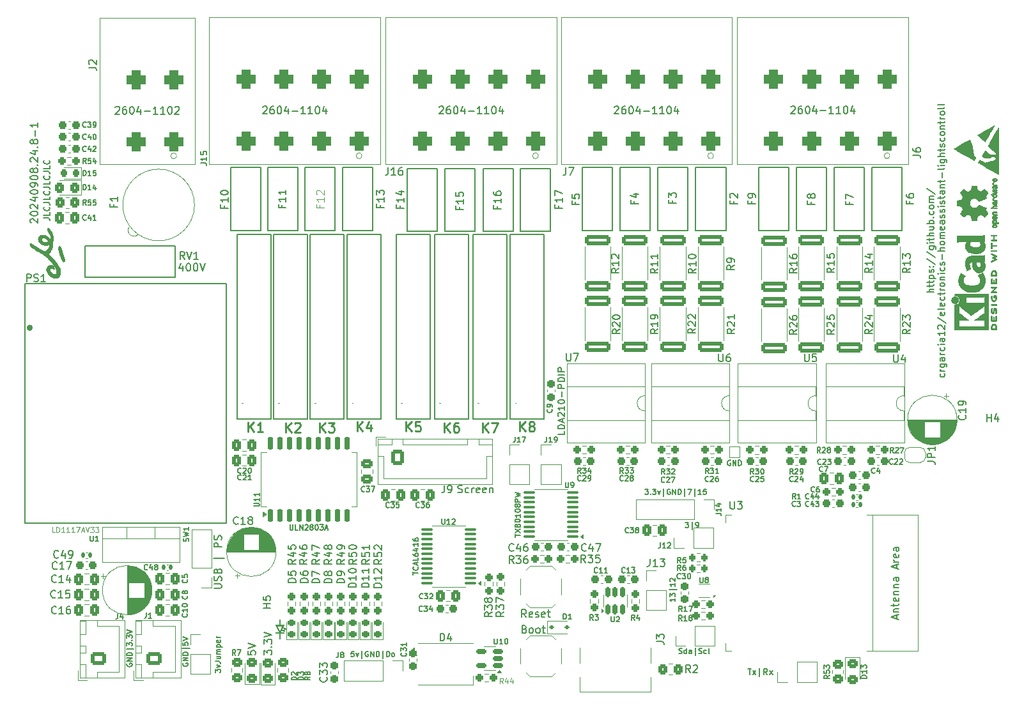
<source format=gbr>
%TF.GenerationSoftware,KiCad,Pcbnew,8.0.4*%
%TF.CreationDate,2024-09-09T03:46:58+02:00*%
%TF.ProjectId,hamodule,68616d6f-6475-46c6-952e-6b696361645f,20240908.24.8-1*%
%TF.SameCoordinates,Original*%
%TF.FileFunction,Legend,Top*%
%TF.FilePolarity,Positive*%
%FSLAX46Y46*%
G04 Gerber Fmt 4.6, Leading zero omitted, Abs format (unit mm)*
G04 Created by KiCad (PCBNEW 8.0.4) date 2024-09-09 03:46:58*
%MOMM*%
%LPD*%
G01*
G04 APERTURE LIST*
G04 Aperture macros list*
%AMRoundRect*
0 Rectangle with rounded corners*
0 $1 Rounding radius*
0 $2 $3 $4 $5 $6 $7 $8 $9 X,Y pos of 4 corners*
0 Add a 4 corners polygon primitive as box body*
4,1,4,$2,$3,$4,$5,$6,$7,$8,$9,$2,$3,0*
0 Add four circle primitives for the rounded corners*
1,1,$1+$1,$2,$3*
1,1,$1+$1,$4,$5*
1,1,$1+$1,$6,$7*
1,1,$1+$1,$8,$9*
0 Add four rect primitives between the rounded corners*
20,1,$1+$1,$2,$3,$4,$5,0*
20,1,$1+$1,$4,$5,$6,$7,0*
20,1,$1+$1,$6,$7,$8,$9,0*
20,1,$1+$1,$8,$9,$2,$3,0*%
%AMFreePoly0*
4,1,19,0.500000,-0.750000,0.000000,-0.750000,0.000000,-0.744911,-0.071157,-0.744911,-0.207708,-0.704816,-0.327430,-0.627875,-0.420627,-0.520320,-0.479746,-0.390866,-0.500000,-0.250000,-0.500000,0.250000,-0.479746,0.390866,-0.420627,0.520320,-0.327430,0.627875,-0.207708,0.704816,-0.071157,0.744911,0.000000,0.744911,0.000000,0.750000,0.500000,0.750000,0.500000,-0.750000,0.500000,-0.750000,
$1*%
%AMFreePoly1*
4,1,19,0.000000,0.744911,0.071157,0.744911,0.207708,0.704816,0.327430,0.627875,0.420627,0.520320,0.479746,0.390866,0.500000,0.250000,0.500000,-0.250000,0.479746,-0.390866,0.420627,-0.520320,0.327430,-0.627875,0.207708,-0.704816,0.071157,-0.744911,0.000000,-0.744911,0.000000,-0.750000,-0.500000,-0.750000,-0.500000,0.750000,0.000000,0.750000,0.000000,0.744911,0.000000,0.744911,
$1*%
G04 Aperture macros list end*
%ADD10C,0.150000*%
%ADD11C,0.200000*%
%ADD12C,0.125000*%
%ADD13C,0.254000*%
%ADD14C,0.120000*%
%ADD15C,0.010000*%
%ADD16C,0.127000*%
%ADD17C,0.400000*%
%ADD18C,0.100000*%
%ADD19R,1.700000X1.700000*%
%ADD20O,1.700000X1.700000*%
%ADD21RoundRect,0.249999X-1.425001X0.450001X-1.425001X-0.450001X1.425001X-0.450001X1.425001X0.450001X0*%
%ADD22C,1.800000*%
%ADD23RoundRect,0.250000X0.450000X-0.325000X0.450000X0.325000X-0.450000X0.325000X-0.450000X-0.325000X0*%
%ADD24RoundRect,0.250000X0.450000X-0.350000X0.450000X0.350000X-0.450000X0.350000X-0.450000X-0.350000X0*%
%ADD25RoundRect,0.250000X0.750000X-0.600000X0.750000X0.600000X-0.750000X0.600000X-0.750000X-0.600000X0*%
%ADD26O,2.000000X1.700000*%
%ADD27RoundRect,0.250000X0.337500X0.475000X-0.337500X0.475000X-0.337500X-0.475000X0.337500X-0.475000X0*%
%ADD28R,2.500000X2.500000*%
%ADD29C,2.500000*%
%ADD30R,1.905000X2.000000*%
%ADD31O,1.905000X2.000000*%
%ADD32RoundRect,0.625000X0.625000X0.625000X-0.625000X0.625000X-0.625000X-0.625000X0.625000X-0.625000X0*%
%ADD33C,2.000000*%
%ADD34R,1.600000X2.400000*%
%ADD35O,1.600000X2.400000*%
%ADD36RoundRect,0.237500X-0.250000X-0.237500X0.250000X-0.237500X0.250000X0.237500X-0.250000X0.237500X0*%
%ADD37RoundRect,0.237500X0.300000X0.237500X-0.300000X0.237500X-0.300000X-0.237500X0.300000X-0.237500X0*%
%ADD38R,1.800000X1.100000*%
%ADD39RoundRect,0.237500X-0.300000X-0.237500X0.300000X-0.237500X0.300000X0.237500X-0.300000X0.237500X0*%
%ADD40RoundRect,0.237500X-0.237500X0.300000X-0.237500X-0.300000X0.237500X-0.300000X0.237500X0.300000X0*%
%ADD41RoundRect,0.150000X0.150000X-0.725000X0.150000X0.725000X-0.150000X0.725000X-0.150000X-0.725000X0*%
%ADD42R,1.600000X1.600000*%
%ADD43C,1.600000*%
%ADD44RoundRect,0.237500X0.237500X-0.250000X0.237500X0.250000X-0.237500X0.250000X-0.237500X-0.250000X0*%
%ADD45RoundRect,0.218750X0.256250X-0.218750X0.256250X0.218750X-0.256250X0.218750X-0.256250X-0.218750X0*%
%ADD46R,2.000000X2.000000*%
%ADD47RoundRect,0.150000X0.512500X0.150000X-0.512500X0.150000X-0.512500X-0.150000X0.512500X-0.150000X0*%
%ADD48RoundRect,0.200000X0.200000X0.275000X-0.200000X0.275000X-0.200000X-0.275000X0.200000X-0.275000X0*%
%ADD49R,0.900000X1.500000*%
%ADD50R,1.500000X0.900000*%
%ADD51R,1.000000X1.000000*%
%ADD52RoundRect,0.100000X0.637500X0.100000X-0.637500X0.100000X-0.637500X-0.100000X0.637500X-0.100000X0*%
%ADD53RoundRect,0.237500X0.237500X-0.300000X0.237500X0.300000X-0.237500X0.300000X-0.237500X-0.300000X0*%
%ADD54RoundRect,0.250000X-0.450000X0.325000X-0.450000X-0.325000X0.450000X-0.325000X0.450000X0.325000X0*%
%ADD55RoundRect,0.250000X-0.337500X-0.475000X0.337500X-0.475000X0.337500X0.475000X-0.337500X0.475000X0*%
%ADD56RoundRect,0.112500X-0.187500X-0.112500X0.187500X-0.112500X0.187500X0.112500X-0.187500X0.112500X0*%
%ADD57RoundRect,0.250000X0.350000X0.450000X-0.350000X0.450000X-0.350000X-0.450000X0.350000X-0.450000X0*%
%ADD58RoundRect,0.140000X-0.140000X-0.170000X0.140000X-0.170000X0.140000X0.170000X-0.140000X0.170000X0*%
%ADD59C,0.650000*%
%ADD60R,0.600000X1.450000*%
%ADD61R,0.300000X1.450000*%
%ADD62O,1.000000X2.100000*%
%ADD63O,1.000000X1.600000*%
%ADD64RoundRect,0.250000X-0.600000X-0.725000X0.600000X-0.725000X0.600000X0.725000X-0.600000X0.725000X0*%
%ADD65O,1.700000X1.950000*%
%ADD66RoundRect,0.250000X0.325000X0.450000X-0.325000X0.450000X-0.325000X-0.450000X0.325000X-0.450000X0*%
%ADD67RoundRect,0.250000X-0.475000X0.337500X-0.475000X-0.337500X0.475000X-0.337500X0.475000X0.337500X0*%
%ADD68C,5.500000*%
%ADD69RoundRect,0.140000X0.140000X0.170000X-0.140000X0.170000X-0.140000X-0.170000X0.140000X-0.170000X0*%
%ADD70RoundRect,0.250000X-0.350000X-0.450000X0.350000X-0.450000X0.350000X0.450000X-0.350000X0.450000X0*%
%ADD71R,0.500000X0.300000*%
%ADD72RoundRect,0.150000X0.150000X-0.512500X0.150000X0.512500X-0.150000X0.512500X-0.150000X-0.512500X0*%
%ADD73RoundRect,0.237500X0.250000X0.237500X-0.250000X0.237500X-0.250000X-0.237500X0.250000X-0.237500X0*%
%ADD74FreePoly0,0.000000*%
%ADD75FreePoly1,0.000000*%
%ADD76RoundRect,0.237500X-0.237500X0.250000X-0.237500X-0.250000X0.237500X-0.250000X0.237500X0.250000X0*%
%ADD77RoundRect,0.218750X0.218750X0.256250X-0.218750X0.256250X-0.218750X-0.256250X0.218750X-0.256250X0*%
G04 APERTURE END LIST*
D10*
X1247657Y61341954D02*
X1200038Y61389573D01*
X1200038Y61389573D02*
X1152419Y61484811D01*
X1152419Y61484811D02*
X1152419Y61722906D01*
X1152419Y61722906D02*
X1200038Y61818144D01*
X1200038Y61818144D02*
X1247657Y61865763D01*
X1247657Y61865763D02*
X1342895Y61913382D01*
X1342895Y61913382D02*
X1438133Y61913382D01*
X1438133Y61913382D02*
X1580990Y61865763D01*
X1580990Y61865763D02*
X2152419Y61294335D01*
X2152419Y61294335D02*
X2152419Y61913382D01*
X1152419Y62532430D02*
X1152419Y62627668D01*
X1152419Y62627668D02*
X1200038Y62722906D01*
X1200038Y62722906D02*
X1247657Y62770525D01*
X1247657Y62770525D02*
X1342895Y62818144D01*
X1342895Y62818144D02*
X1533371Y62865763D01*
X1533371Y62865763D02*
X1771466Y62865763D01*
X1771466Y62865763D02*
X1961942Y62818144D01*
X1961942Y62818144D02*
X2057180Y62770525D01*
X2057180Y62770525D02*
X2104800Y62722906D01*
X2104800Y62722906D02*
X2152419Y62627668D01*
X2152419Y62627668D02*
X2152419Y62532430D01*
X2152419Y62532430D02*
X2104800Y62437192D01*
X2104800Y62437192D02*
X2057180Y62389573D01*
X2057180Y62389573D02*
X1961942Y62341954D01*
X1961942Y62341954D02*
X1771466Y62294335D01*
X1771466Y62294335D02*
X1533371Y62294335D01*
X1533371Y62294335D02*
X1342895Y62341954D01*
X1342895Y62341954D02*
X1247657Y62389573D01*
X1247657Y62389573D02*
X1200038Y62437192D01*
X1200038Y62437192D02*
X1152419Y62532430D01*
X1247657Y63246716D02*
X1200038Y63294335D01*
X1200038Y63294335D02*
X1152419Y63389573D01*
X1152419Y63389573D02*
X1152419Y63627668D01*
X1152419Y63627668D02*
X1200038Y63722906D01*
X1200038Y63722906D02*
X1247657Y63770525D01*
X1247657Y63770525D02*
X1342895Y63818144D01*
X1342895Y63818144D02*
X1438133Y63818144D01*
X1438133Y63818144D02*
X1580990Y63770525D01*
X1580990Y63770525D02*
X2152419Y63199097D01*
X2152419Y63199097D02*
X2152419Y63818144D01*
X1485752Y64675287D02*
X2152419Y64675287D01*
X1104800Y64437192D02*
X1819085Y64199097D01*
X1819085Y64199097D02*
X1819085Y64818144D01*
X1152419Y65389573D02*
X1152419Y65484811D01*
X1152419Y65484811D02*
X1200038Y65580049D01*
X1200038Y65580049D02*
X1247657Y65627668D01*
X1247657Y65627668D02*
X1342895Y65675287D01*
X1342895Y65675287D02*
X1533371Y65722906D01*
X1533371Y65722906D02*
X1771466Y65722906D01*
X1771466Y65722906D02*
X1961942Y65675287D01*
X1961942Y65675287D02*
X2057180Y65627668D01*
X2057180Y65627668D02*
X2104800Y65580049D01*
X2104800Y65580049D02*
X2152419Y65484811D01*
X2152419Y65484811D02*
X2152419Y65389573D01*
X2152419Y65389573D02*
X2104800Y65294335D01*
X2104800Y65294335D02*
X2057180Y65246716D01*
X2057180Y65246716D02*
X1961942Y65199097D01*
X1961942Y65199097D02*
X1771466Y65151478D01*
X1771466Y65151478D02*
X1533371Y65151478D01*
X1533371Y65151478D02*
X1342895Y65199097D01*
X1342895Y65199097D02*
X1247657Y65246716D01*
X1247657Y65246716D02*
X1200038Y65294335D01*
X1200038Y65294335D02*
X1152419Y65389573D01*
X2152419Y66199097D02*
X2152419Y66389573D01*
X2152419Y66389573D02*
X2104800Y66484811D01*
X2104800Y66484811D02*
X2057180Y66532430D01*
X2057180Y66532430D02*
X1914323Y66627668D01*
X1914323Y66627668D02*
X1723847Y66675287D01*
X1723847Y66675287D02*
X1342895Y66675287D01*
X1342895Y66675287D02*
X1247657Y66627668D01*
X1247657Y66627668D02*
X1200038Y66580049D01*
X1200038Y66580049D02*
X1152419Y66484811D01*
X1152419Y66484811D02*
X1152419Y66294335D01*
X1152419Y66294335D02*
X1200038Y66199097D01*
X1200038Y66199097D02*
X1247657Y66151478D01*
X1247657Y66151478D02*
X1342895Y66103859D01*
X1342895Y66103859D02*
X1580990Y66103859D01*
X1580990Y66103859D02*
X1676228Y66151478D01*
X1676228Y66151478D02*
X1723847Y66199097D01*
X1723847Y66199097D02*
X1771466Y66294335D01*
X1771466Y66294335D02*
X1771466Y66484811D01*
X1771466Y66484811D02*
X1723847Y66580049D01*
X1723847Y66580049D02*
X1676228Y66627668D01*
X1676228Y66627668D02*
X1580990Y66675287D01*
X1152419Y67294335D02*
X1152419Y67389573D01*
X1152419Y67389573D02*
X1200038Y67484811D01*
X1200038Y67484811D02*
X1247657Y67532430D01*
X1247657Y67532430D02*
X1342895Y67580049D01*
X1342895Y67580049D02*
X1533371Y67627668D01*
X1533371Y67627668D02*
X1771466Y67627668D01*
X1771466Y67627668D02*
X1961942Y67580049D01*
X1961942Y67580049D02*
X2057180Y67532430D01*
X2057180Y67532430D02*
X2104800Y67484811D01*
X2104800Y67484811D02*
X2152419Y67389573D01*
X2152419Y67389573D02*
X2152419Y67294335D01*
X2152419Y67294335D02*
X2104800Y67199097D01*
X2104800Y67199097D02*
X2057180Y67151478D01*
X2057180Y67151478D02*
X1961942Y67103859D01*
X1961942Y67103859D02*
X1771466Y67056240D01*
X1771466Y67056240D02*
X1533371Y67056240D01*
X1533371Y67056240D02*
X1342895Y67103859D01*
X1342895Y67103859D02*
X1247657Y67151478D01*
X1247657Y67151478D02*
X1200038Y67199097D01*
X1200038Y67199097D02*
X1152419Y67294335D01*
X1580990Y68199097D02*
X1533371Y68103859D01*
X1533371Y68103859D02*
X1485752Y68056240D01*
X1485752Y68056240D02*
X1390514Y68008621D01*
X1390514Y68008621D02*
X1342895Y68008621D01*
X1342895Y68008621D02*
X1247657Y68056240D01*
X1247657Y68056240D02*
X1200038Y68103859D01*
X1200038Y68103859D02*
X1152419Y68199097D01*
X1152419Y68199097D02*
X1152419Y68389573D01*
X1152419Y68389573D02*
X1200038Y68484811D01*
X1200038Y68484811D02*
X1247657Y68532430D01*
X1247657Y68532430D02*
X1342895Y68580049D01*
X1342895Y68580049D02*
X1390514Y68580049D01*
X1390514Y68580049D02*
X1485752Y68532430D01*
X1485752Y68532430D02*
X1533371Y68484811D01*
X1533371Y68484811D02*
X1580990Y68389573D01*
X1580990Y68389573D02*
X1580990Y68199097D01*
X1580990Y68199097D02*
X1628609Y68103859D01*
X1628609Y68103859D02*
X1676228Y68056240D01*
X1676228Y68056240D02*
X1771466Y68008621D01*
X1771466Y68008621D02*
X1961942Y68008621D01*
X1961942Y68008621D02*
X2057180Y68056240D01*
X2057180Y68056240D02*
X2104800Y68103859D01*
X2104800Y68103859D02*
X2152419Y68199097D01*
X2152419Y68199097D02*
X2152419Y68389573D01*
X2152419Y68389573D02*
X2104800Y68484811D01*
X2104800Y68484811D02*
X2057180Y68532430D01*
X2057180Y68532430D02*
X1961942Y68580049D01*
X1961942Y68580049D02*
X1771466Y68580049D01*
X1771466Y68580049D02*
X1676228Y68532430D01*
X1676228Y68532430D02*
X1628609Y68484811D01*
X1628609Y68484811D02*
X1580990Y68389573D01*
X2057180Y69008621D02*
X2104800Y69056240D01*
X2104800Y69056240D02*
X2152419Y69008621D01*
X2152419Y69008621D02*
X2104800Y68961002D01*
X2104800Y68961002D02*
X2057180Y69008621D01*
X2057180Y69008621D02*
X2152419Y69008621D01*
X1247657Y69437192D02*
X1200038Y69484811D01*
X1200038Y69484811D02*
X1152419Y69580049D01*
X1152419Y69580049D02*
X1152419Y69818144D01*
X1152419Y69818144D02*
X1200038Y69913382D01*
X1200038Y69913382D02*
X1247657Y69961001D01*
X1247657Y69961001D02*
X1342895Y70008620D01*
X1342895Y70008620D02*
X1438133Y70008620D01*
X1438133Y70008620D02*
X1580990Y69961001D01*
X1580990Y69961001D02*
X2152419Y69389573D01*
X2152419Y69389573D02*
X2152419Y70008620D01*
X1485752Y70865763D02*
X2152419Y70865763D01*
X1104800Y70627668D02*
X1819085Y70389573D01*
X1819085Y70389573D02*
X1819085Y71008620D01*
X2057180Y71389573D02*
X2104800Y71437192D01*
X2104800Y71437192D02*
X2152419Y71389573D01*
X2152419Y71389573D02*
X2104800Y71341954D01*
X2104800Y71341954D02*
X2057180Y71389573D01*
X2057180Y71389573D02*
X2152419Y71389573D01*
X1580990Y72008620D02*
X1533371Y71913382D01*
X1533371Y71913382D02*
X1485752Y71865763D01*
X1485752Y71865763D02*
X1390514Y71818144D01*
X1390514Y71818144D02*
X1342895Y71818144D01*
X1342895Y71818144D02*
X1247657Y71865763D01*
X1247657Y71865763D02*
X1200038Y71913382D01*
X1200038Y71913382D02*
X1152419Y72008620D01*
X1152419Y72008620D02*
X1152419Y72199096D01*
X1152419Y72199096D02*
X1200038Y72294334D01*
X1200038Y72294334D02*
X1247657Y72341953D01*
X1247657Y72341953D02*
X1342895Y72389572D01*
X1342895Y72389572D02*
X1390514Y72389572D01*
X1390514Y72389572D02*
X1485752Y72341953D01*
X1485752Y72341953D02*
X1533371Y72294334D01*
X1533371Y72294334D02*
X1580990Y72199096D01*
X1580990Y72199096D02*
X1580990Y72008620D01*
X1580990Y72008620D02*
X1628609Y71913382D01*
X1628609Y71913382D02*
X1676228Y71865763D01*
X1676228Y71865763D02*
X1771466Y71818144D01*
X1771466Y71818144D02*
X1961942Y71818144D01*
X1961942Y71818144D02*
X2057180Y71865763D01*
X2057180Y71865763D02*
X2104800Y71913382D01*
X2104800Y71913382D02*
X2152419Y72008620D01*
X2152419Y72008620D02*
X2152419Y72199096D01*
X2152419Y72199096D02*
X2104800Y72294334D01*
X2104800Y72294334D02*
X2057180Y72341953D01*
X2057180Y72341953D02*
X1961942Y72389572D01*
X1961942Y72389572D02*
X1771466Y72389572D01*
X1771466Y72389572D02*
X1676228Y72341953D01*
X1676228Y72341953D02*
X1628609Y72294334D01*
X1628609Y72294334D02*
X1580990Y72199096D01*
X1771466Y72818144D02*
X1771466Y73580048D01*
X2152419Y74580048D02*
X2152419Y74008620D01*
X2152419Y74294334D02*
X1152419Y74294334D01*
X1152419Y74294334D02*
X1295276Y74199096D01*
X1295276Y74199096D02*
X1390514Y74103858D01*
X1390514Y74103858D02*
X1438133Y74008620D01*
D11*
X2933695Y61979762D02*
X3505123Y61979762D01*
X3505123Y61979762D02*
X3619409Y61941667D01*
X3619409Y61941667D02*
X3695600Y61865476D01*
X3695600Y61865476D02*
X3733695Y61751191D01*
X3733695Y61751191D02*
X3733695Y61675000D01*
X3733695Y62741667D02*
X3733695Y62360715D01*
X3733695Y62360715D02*
X2933695Y62360715D01*
X3657504Y63465477D02*
X3695600Y63427381D01*
X3695600Y63427381D02*
X3733695Y63313096D01*
X3733695Y63313096D02*
X3733695Y63236905D01*
X3733695Y63236905D02*
X3695600Y63122619D01*
X3695600Y63122619D02*
X3619409Y63046429D01*
X3619409Y63046429D02*
X3543219Y63008334D01*
X3543219Y63008334D02*
X3390838Y62970238D01*
X3390838Y62970238D02*
X3276552Y62970238D01*
X3276552Y62970238D02*
X3124171Y63008334D01*
X3124171Y63008334D02*
X3047980Y63046429D01*
X3047980Y63046429D02*
X2971790Y63122619D01*
X2971790Y63122619D02*
X2933695Y63236905D01*
X2933695Y63236905D02*
X2933695Y63313096D01*
X2933695Y63313096D02*
X2971790Y63427381D01*
X2971790Y63427381D02*
X3009885Y63465477D01*
X2933695Y64036905D02*
X3505123Y64036905D01*
X3505123Y64036905D02*
X3619409Y63998810D01*
X3619409Y63998810D02*
X3695600Y63922619D01*
X3695600Y63922619D02*
X3733695Y63808334D01*
X3733695Y63808334D02*
X3733695Y63732143D01*
X3733695Y64798810D02*
X3733695Y64417858D01*
X3733695Y64417858D02*
X2933695Y64417858D01*
X3657504Y65522620D02*
X3695600Y65484524D01*
X3695600Y65484524D02*
X3733695Y65370239D01*
X3733695Y65370239D02*
X3733695Y65294048D01*
X3733695Y65294048D02*
X3695600Y65179762D01*
X3695600Y65179762D02*
X3619409Y65103572D01*
X3619409Y65103572D02*
X3543219Y65065477D01*
X3543219Y65065477D02*
X3390838Y65027381D01*
X3390838Y65027381D02*
X3276552Y65027381D01*
X3276552Y65027381D02*
X3124171Y65065477D01*
X3124171Y65065477D02*
X3047980Y65103572D01*
X3047980Y65103572D02*
X2971790Y65179762D01*
X2971790Y65179762D02*
X2933695Y65294048D01*
X2933695Y65294048D02*
X2933695Y65370239D01*
X2933695Y65370239D02*
X2971790Y65484524D01*
X2971790Y65484524D02*
X3009885Y65522620D01*
X2933695Y66094048D02*
X3505123Y66094048D01*
X3505123Y66094048D02*
X3619409Y66055953D01*
X3619409Y66055953D02*
X3695600Y65979762D01*
X3695600Y65979762D02*
X3733695Y65865477D01*
X3733695Y65865477D02*
X3733695Y65789286D01*
X3733695Y66855953D02*
X3733695Y66475001D01*
X3733695Y66475001D02*
X2933695Y66475001D01*
X3657504Y67579763D02*
X3695600Y67541667D01*
X3695600Y67541667D02*
X3733695Y67427382D01*
X3733695Y67427382D02*
X3733695Y67351191D01*
X3733695Y67351191D02*
X3695600Y67236905D01*
X3695600Y67236905D02*
X3619409Y67160715D01*
X3619409Y67160715D02*
X3543219Y67122620D01*
X3543219Y67122620D02*
X3390838Y67084524D01*
X3390838Y67084524D02*
X3276552Y67084524D01*
X3276552Y67084524D02*
X3124171Y67122620D01*
X3124171Y67122620D02*
X3047980Y67160715D01*
X3047980Y67160715D02*
X2971790Y67236905D01*
X2971790Y67236905D02*
X2933695Y67351191D01*
X2933695Y67351191D02*
X2933695Y67427382D01*
X2933695Y67427382D02*
X2971790Y67541667D01*
X2971790Y67541667D02*
X3009885Y67579763D01*
X2933695Y68151191D02*
X3505123Y68151191D01*
X3505123Y68151191D02*
X3619409Y68113096D01*
X3619409Y68113096D02*
X3695600Y68036905D01*
X3695600Y68036905D02*
X3733695Y67922620D01*
X3733695Y67922620D02*
X3733695Y67846429D01*
X3733695Y68913096D02*
X3733695Y68532144D01*
X3733695Y68532144D02*
X2933695Y68532144D01*
X3657504Y69636906D02*
X3695600Y69598810D01*
X3695600Y69598810D02*
X3733695Y69484525D01*
X3733695Y69484525D02*
X3733695Y69408334D01*
X3733695Y69408334D02*
X3695600Y69294048D01*
X3695600Y69294048D02*
X3619409Y69217858D01*
X3619409Y69217858D02*
X3543219Y69179763D01*
X3543219Y69179763D02*
X3390838Y69141667D01*
X3390838Y69141667D02*
X3276552Y69141667D01*
X3276552Y69141667D02*
X3124171Y69179763D01*
X3124171Y69179763D02*
X3047980Y69217858D01*
X3047980Y69217858D02*
X2971790Y69294048D01*
X2971790Y69294048D02*
X2933695Y69408334D01*
X2933695Y69408334D02*
X2933695Y69484525D01*
X2933695Y69484525D02*
X2971790Y69598810D01*
X2971790Y69598810D02*
X3009885Y69636906D01*
D10*
X120808082Y52154114D02*
X119908082Y52154114D01*
X120808082Y52539828D02*
X120336653Y52539828D01*
X120336653Y52539828D02*
X120250939Y52496971D01*
X120250939Y52496971D02*
X120208082Y52411257D01*
X120208082Y52411257D02*
X120208082Y52282686D01*
X120208082Y52282686D02*
X120250939Y52196971D01*
X120250939Y52196971D02*
X120293796Y52154114D01*
X120208082Y52839829D02*
X120208082Y53182686D01*
X119908082Y52968400D02*
X120679510Y52968400D01*
X120679510Y52968400D02*
X120765225Y53011257D01*
X120765225Y53011257D02*
X120808082Y53096972D01*
X120808082Y53096972D02*
X120808082Y53182686D01*
X120208082Y53354115D02*
X120208082Y53696972D01*
X119908082Y53482686D02*
X120679510Y53482686D01*
X120679510Y53482686D02*
X120765225Y53525543D01*
X120765225Y53525543D02*
X120808082Y53611258D01*
X120808082Y53611258D02*
X120808082Y53696972D01*
X120208082Y53996972D02*
X121108082Y53996972D01*
X120250939Y53996972D02*
X120208082Y54082686D01*
X120208082Y54082686D02*
X120208082Y54254115D01*
X120208082Y54254115D02*
X120250939Y54339829D01*
X120250939Y54339829D02*
X120293796Y54382686D01*
X120293796Y54382686D02*
X120379510Y54425544D01*
X120379510Y54425544D02*
X120636653Y54425544D01*
X120636653Y54425544D02*
X120722367Y54382686D01*
X120722367Y54382686D02*
X120765225Y54339829D01*
X120765225Y54339829D02*
X120808082Y54254115D01*
X120808082Y54254115D02*
X120808082Y54082686D01*
X120808082Y54082686D02*
X120765225Y53996972D01*
X120765225Y54768401D02*
X120808082Y54854115D01*
X120808082Y54854115D02*
X120808082Y55025544D01*
X120808082Y55025544D02*
X120765225Y55111258D01*
X120765225Y55111258D02*
X120679510Y55154115D01*
X120679510Y55154115D02*
X120636653Y55154115D01*
X120636653Y55154115D02*
X120550939Y55111258D01*
X120550939Y55111258D02*
X120508082Y55025544D01*
X120508082Y55025544D02*
X120508082Y54896972D01*
X120508082Y54896972D02*
X120465225Y54811258D01*
X120465225Y54811258D02*
X120379510Y54768401D01*
X120379510Y54768401D02*
X120336653Y54768401D01*
X120336653Y54768401D02*
X120250939Y54811258D01*
X120250939Y54811258D02*
X120208082Y54896972D01*
X120208082Y54896972D02*
X120208082Y55025544D01*
X120208082Y55025544D02*
X120250939Y55111258D01*
X120722367Y55539829D02*
X120765225Y55582686D01*
X120765225Y55582686D02*
X120808082Y55539829D01*
X120808082Y55539829D02*
X120765225Y55496972D01*
X120765225Y55496972D02*
X120722367Y55539829D01*
X120722367Y55539829D02*
X120808082Y55539829D01*
X120250939Y55539829D02*
X120293796Y55582686D01*
X120293796Y55582686D02*
X120336653Y55539829D01*
X120336653Y55539829D02*
X120293796Y55496972D01*
X120293796Y55496972D02*
X120250939Y55539829D01*
X120250939Y55539829D02*
X120336653Y55539829D01*
X119865225Y56611257D02*
X121022367Y55839829D01*
X119865225Y57554114D02*
X121022367Y56782686D01*
X120208082Y58239828D02*
X120936653Y58239828D01*
X120936653Y58239828D02*
X121022367Y58196971D01*
X121022367Y58196971D02*
X121065225Y58154114D01*
X121065225Y58154114D02*
X121108082Y58068400D01*
X121108082Y58068400D02*
X121108082Y57939828D01*
X121108082Y57939828D02*
X121065225Y57854114D01*
X120765225Y58239828D02*
X120808082Y58154114D01*
X120808082Y58154114D02*
X120808082Y57982686D01*
X120808082Y57982686D02*
X120765225Y57896971D01*
X120765225Y57896971D02*
X120722367Y57854114D01*
X120722367Y57854114D02*
X120636653Y57811257D01*
X120636653Y57811257D02*
X120379510Y57811257D01*
X120379510Y57811257D02*
X120293796Y57854114D01*
X120293796Y57854114D02*
X120250939Y57896971D01*
X120250939Y57896971D02*
X120208082Y57982686D01*
X120208082Y57982686D02*
X120208082Y58154114D01*
X120208082Y58154114D02*
X120250939Y58239828D01*
X120808082Y58668400D02*
X120208082Y58668400D01*
X119908082Y58668400D02*
X119950939Y58625543D01*
X119950939Y58625543D02*
X119993796Y58668400D01*
X119993796Y58668400D02*
X119950939Y58711257D01*
X119950939Y58711257D02*
X119908082Y58668400D01*
X119908082Y58668400D02*
X119993796Y58668400D01*
X120208082Y58968400D02*
X120208082Y59311257D01*
X119908082Y59096971D02*
X120679510Y59096971D01*
X120679510Y59096971D02*
X120765225Y59139828D01*
X120765225Y59139828D02*
X120808082Y59225543D01*
X120808082Y59225543D02*
X120808082Y59311257D01*
X120808082Y59611257D02*
X119908082Y59611257D01*
X120808082Y59996971D02*
X120336653Y59996971D01*
X120336653Y59996971D02*
X120250939Y59954114D01*
X120250939Y59954114D02*
X120208082Y59868400D01*
X120208082Y59868400D02*
X120208082Y59739829D01*
X120208082Y59739829D02*
X120250939Y59654114D01*
X120250939Y59654114D02*
X120293796Y59611257D01*
X120208082Y60811257D02*
X120808082Y60811257D01*
X120208082Y60425543D02*
X120679510Y60425543D01*
X120679510Y60425543D02*
X120765225Y60468400D01*
X120765225Y60468400D02*
X120808082Y60554115D01*
X120808082Y60554115D02*
X120808082Y60682686D01*
X120808082Y60682686D02*
X120765225Y60768400D01*
X120765225Y60768400D02*
X120722367Y60811257D01*
X120808082Y61239829D02*
X119908082Y61239829D01*
X120250939Y61239829D02*
X120208082Y61325543D01*
X120208082Y61325543D02*
X120208082Y61496972D01*
X120208082Y61496972D02*
X120250939Y61582686D01*
X120250939Y61582686D02*
X120293796Y61625543D01*
X120293796Y61625543D02*
X120379510Y61668401D01*
X120379510Y61668401D02*
X120636653Y61668401D01*
X120636653Y61668401D02*
X120722367Y61625543D01*
X120722367Y61625543D02*
X120765225Y61582686D01*
X120765225Y61582686D02*
X120808082Y61496972D01*
X120808082Y61496972D02*
X120808082Y61325543D01*
X120808082Y61325543D02*
X120765225Y61239829D01*
X120722367Y62054115D02*
X120765225Y62096972D01*
X120765225Y62096972D02*
X120808082Y62054115D01*
X120808082Y62054115D02*
X120765225Y62011258D01*
X120765225Y62011258D02*
X120722367Y62054115D01*
X120722367Y62054115D02*
X120808082Y62054115D01*
X120765225Y62868400D02*
X120808082Y62782686D01*
X120808082Y62782686D02*
X120808082Y62611258D01*
X120808082Y62611258D02*
X120765225Y62525543D01*
X120765225Y62525543D02*
X120722367Y62482686D01*
X120722367Y62482686D02*
X120636653Y62439829D01*
X120636653Y62439829D02*
X120379510Y62439829D01*
X120379510Y62439829D02*
X120293796Y62482686D01*
X120293796Y62482686D02*
X120250939Y62525543D01*
X120250939Y62525543D02*
X120208082Y62611258D01*
X120208082Y62611258D02*
X120208082Y62782686D01*
X120208082Y62782686D02*
X120250939Y62868400D01*
X120808082Y63382687D02*
X120765225Y63296972D01*
X120765225Y63296972D02*
X120722367Y63254115D01*
X120722367Y63254115D02*
X120636653Y63211258D01*
X120636653Y63211258D02*
X120379510Y63211258D01*
X120379510Y63211258D02*
X120293796Y63254115D01*
X120293796Y63254115D02*
X120250939Y63296972D01*
X120250939Y63296972D02*
X120208082Y63382687D01*
X120208082Y63382687D02*
X120208082Y63511258D01*
X120208082Y63511258D02*
X120250939Y63596972D01*
X120250939Y63596972D02*
X120293796Y63639829D01*
X120293796Y63639829D02*
X120379510Y63682687D01*
X120379510Y63682687D02*
X120636653Y63682687D01*
X120636653Y63682687D02*
X120722367Y63639829D01*
X120722367Y63639829D02*
X120765225Y63596972D01*
X120765225Y63596972D02*
X120808082Y63511258D01*
X120808082Y63511258D02*
X120808082Y63382687D01*
X120808082Y64068401D02*
X120208082Y64068401D01*
X120293796Y64068401D02*
X120250939Y64111258D01*
X120250939Y64111258D02*
X120208082Y64196973D01*
X120208082Y64196973D02*
X120208082Y64325544D01*
X120208082Y64325544D02*
X120250939Y64411258D01*
X120250939Y64411258D02*
X120336653Y64454115D01*
X120336653Y64454115D02*
X120808082Y64454115D01*
X120336653Y64454115D02*
X120250939Y64496973D01*
X120250939Y64496973D02*
X120208082Y64582687D01*
X120208082Y64582687D02*
X120208082Y64711258D01*
X120208082Y64711258D02*
X120250939Y64796973D01*
X120250939Y64796973D02*
X120336653Y64839830D01*
X120336653Y64839830D02*
X120808082Y64839830D01*
X119865225Y65911258D02*
X121022367Y65139830D01*
X122214175Y41311253D02*
X122257032Y41225539D01*
X122257032Y41225539D02*
X122257032Y41054111D01*
X122257032Y41054111D02*
X122214175Y40968396D01*
X122214175Y40968396D02*
X122171317Y40925539D01*
X122171317Y40925539D02*
X122085603Y40882682D01*
X122085603Y40882682D02*
X121828460Y40882682D01*
X121828460Y40882682D02*
X121742746Y40925539D01*
X121742746Y40925539D02*
X121699889Y40968396D01*
X121699889Y40968396D02*
X121657032Y41054111D01*
X121657032Y41054111D02*
X121657032Y41225539D01*
X121657032Y41225539D02*
X121699889Y41311253D01*
X122257032Y41696968D02*
X121657032Y41696968D01*
X121828460Y41696968D02*
X121742746Y41739825D01*
X121742746Y41739825D02*
X121699889Y41782682D01*
X121699889Y41782682D02*
X121657032Y41868397D01*
X121657032Y41868397D02*
X121657032Y41954111D01*
X121657032Y42639825D02*
X122385603Y42639825D01*
X122385603Y42639825D02*
X122471317Y42596968D01*
X122471317Y42596968D02*
X122514175Y42554111D01*
X122514175Y42554111D02*
X122557032Y42468397D01*
X122557032Y42468397D02*
X122557032Y42339825D01*
X122557032Y42339825D02*
X122514175Y42254111D01*
X122214175Y42639825D02*
X122257032Y42554111D01*
X122257032Y42554111D02*
X122257032Y42382683D01*
X122257032Y42382683D02*
X122214175Y42296968D01*
X122214175Y42296968D02*
X122171317Y42254111D01*
X122171317Y42254111D02*
X122085603Y42211254D01*
X122085603Y42211254D02*
X121828460Y42211254D01*
X121828460Y42211254D02*
X121742746Y42254111D01*
X121742746Y42254111D02*
X121699889Y42296968D01*
X121699889Y42296968D02*
X121657032Y42382683D01*
X121657032Y42382683D02*
X121657032Y42554111D01*
X121657032Y42554111D02*
X121699889Y42639825D01*
X122257032Y43454111D02*
X121785603Y43454111D01*
X121785603Y43454111D02*
X121699889Y43411254D01*
X121699889Y43411254D02*
X121657032Y43325540D01*
X121657032Y43325540D02*
X121657032Y43154111D01*
X121657032Y43154111D02*
X121699889Y43068397D01*
X122214175Y43454111D02*
X122257032Y43368397D01*
X122257032Y43368397D02*
X122257032Y43154111D01*
X122257032Y43154111D02*
X122214175Y43068397D01*
X122214175Y43068397D02*
X122128460Y43025540D01*
X122128460Y43025540D02*
X122042746Y43025540D01*
X122042746Y43025540D02*
X121957032Y43068397D01*
X121957032Y43068397D02*
X121914175Y43154111D01*
X121914175Y43154111D02*
X121914175Y43368397D01*
X121914175Y43368397D02*
X121871317Y43454111D01*
X122257032Y43882683D02*
X121657032Y43882683D01*
X121828460Y43882683D02*
X121742746Y43925540D01*
X121742746Y43925540D02*
X121699889Y43968397D01*
X121699889Y43968397D02*
X121657032Y44054112D01*
X121657032Y44054112D02*
X121657032Y44139826D01*
X122214175Y44825540D02*
X122257032Y44739826D01*
X122257032Y44739826D02*
X122257032Y44568398D01*
X122257032Y44568398D02*
X122214175Y44482683D01*
X122214175Y44482683D02*
X122171317Y44439826D01*
X122171317Y44439826D02*
X122085603Y44396969D01*
X122085603Y44396969D02*
X121828460Y44396969D01*
X121828460Y44396969D02*
X121742746Y44439826D01*
X121742746Y44439826D02*
X121699889Y44482683D01*
X121699889Y44482683D02*
X121657032Y44568398D01*
X121657032Y44568398D02*
X121657032Y44739826D01*
X121657032Y44739826D02*
X121699889Y44825540D01*
X122257032Y45211255D02*
X121657032Y45211255D01*
X121357032Y45211255D02*
X121399889Y45168398D01*
X121399889Y45168398D02*
X121442746Y45211255D01*
X121442746Y45211255D02*
X121399889Y45254112D01*
X121399889Y45254112D02*
X121357032Y45211255D01*
X121357032Y45211255D02*
X121442746Y45211255D01*
X122257032Y46025540D02*
X121785603Y46025540D01*
X121785603Y46025540D02*
X121699889Y45982683D01*
X121699889Y45982683D02*
X121657032Y45896969D01*
X121657032Y45896969D02*
X121657032Y45725540D01*
X121657032Y45725540D02*
X121699889Y45639826D01*
X122214175Y46025540D02*
X122257032Y45939826D01*
X122257032Y45939826D02*
X122257032Y45725540D01*
X122257032Y45725540D02*
X122214175Y45639826D01*
X122214175Y45639826D02*
X122128460Y45596969D01*
X122128460Y45596969D02*
X122042746Y45596969D01*
X122042746Y45596969D02*
X121957032Y45639826D01*
X121957032Y45639826D02*
X121914175Y45725540D01*
X121914175Y45725540D02*
X121914175Y45939826D01*
X121914175Y45939826D02*
X121871317Y46025540D01*
X122257032Y46925541D02*
X122257032Y46411255D01*
X122257032Y46668398D02*
X121357032Y46668398D01*
X121357032Y46668398D02*
X121485603Y46582684D01*
X121485603Y46582684D02*
X121571317Y46496969D01*
X121571317Y46496969D02*
X121614175Y46411255D01*
X121442746Y47268398D02*
X121399889Y47311255D01*
X121399889Y47311255D02*
X121357032Y47396969D01*
X121357032Y47396969D02*
X121357032Y47611255D01*
X121357032Y47611255D02*
X121399889Y47696969D01*
X121399889Y47696969D02*
X121442746Y47739827D01*
X121442746Y47739827D02*
X121528460Y47782684D01*
X121528460Y47782684D02*
X121614175Y47782684D01*
X121614175Y47782684D02*
X121742746Y47739827D01*
X121742746Y47739827D02*
X122257032Y47225541D01*
X122257032Y47225541D02*
X122257032Y47782684D01*
X121314175Y48811255D02*
X122471317Y48039827D01*
X122214175Y49454112D02*
X122257032Y49368398D01*
X122257032Y49368398D02*
X122257032Y49196969D01*
X122257032Y49196969D02*
X122214175Y49111255D01*
X122214175Y49111255D02*
X122128460Y49068398D01*
X122128460Y49068398D02*
X121785603Y49068398D01*
X121785603Y49068398D02*
X121699889Y49111255D01*
X121699889Y49111255D02*
X121657032Y49196969D01*
X121657032Y49196969D02*
X121657032Y49368398D01*
X121657032Y49368398D02*
X121699889Y49454112D01*
X121699889Y49454112D02*
X121785603Y49496969D01*
X121785603Y49496969D02*
X121871317Y49496969D01*
X121871317Y49496969D02*
X121957032Y49068398D01*
X122257032Y50011256D02*
X122214175Y49925541D01*
X122214175Y49925541D02*
X122128460Y49882684D01*
X122128460Y49882684D02*
X121357032Y49882684D01*
X122214175Y50696970D02*
X122257032Y50611256D01*
X122257032Y50611256D02*
X122257032Y50439827D01*
X122257032Y50439827D02*
X122214175Y50354113D01*
X122214175Y50354113D02*
X122128460Y50311256D01*
X122128460Y50311256D02*
X121785603Y50311256D01*
X121785603Y50311256D02*
X121699889Y50354113D01*
X121699889Y50354113D02*
X121657032Y50439827D01*
X121657032Y50439827D02*
X121657032Y50611256D01*
X121657032Y50611256D02*
X121699889Y50696970D01*
X121699889Y50696970D02*
X121785603Y50739827D01*
X121785603Y50739827D02*
X121871317Y50739827D01*
X121871317Y50739827D02*
X121957032Y50311256D01*
X122214175Y51511256D02*
X122257032Y51425542D01*
X122257032Y51425542D02*
X122257032Y51254114D01*
X122257032Y51254114D02*
X122214175Y51168399D01*
X122214175Y51168399D02*
X122171317Y51125542D01*
X122171317Y51125542D02*
X122085603Y51082685D01*
X122085603Y51082685D02*
X121828460Y51082685D01*
X121828460Y51082685D02*
X121742746Y51125542D01*
X121742746Y51125542D02*
X121699889Y51168399D01*
X121699889Y51168399D02*
X121657032Y51254114D01*
X121657032Y51254114D02*
X121657032Y51425542D01*
X121657032Y51425542D02*
X121699889Y51511256D01*
X121657032Y51768400D02*
X121657032Y52111257D01*
X121357032Y51896971D02*
X122128460Y51896971D01*
X122128460Y51896971D02*
X122214175Y51939828D01*
X122214175Y51939828D02*
X122257032Y52025543D01*
X122257032Y52025543D02*
X122257032Y52111257D01*
X122257032Y52411257D02*
X121657032Y52411257D01*
X121828460Y52411257D02*
X121742746Y52454114D01*
X121742746Y52454114D02*
X121699889Y52496971D01*
X121699889Y52496971D02*
X121657032Y52582686D01*
X121657032Y52582686D02*
X121657032Y52668400D01*
X122257032Y53096972D02*
X122214175Y53011257D01*
X122214175Y53011257D02*
X122171317Y52968400D01*
X122171317Y52968400D02*
X122085603Y52925543D01*
X122085603Y52925543D02*
X121828460Y52925543D01*
X121828460Y52925543D02*
X121742746Y52968400D01*
X121742746Y52968400D02*
X121699889Y53011257D01*
X121699889Y53011257D02*
X121657032Y53096972D01*
X121657032Y53096972D02*
X121657032Y53225543D01*
X121657032Y53225543D02*
X121699889Y53311257D01*
X121699889Y53311257D02*
X121742746Y53354114D01*
X121742746Y53354114D02*
X121828460Y53396972D01*
X121828460Y53396972D02*
X122085603Y53396972D01*
X122085603Y53396972D02*
X122171317Y53354114D01*
X122171317Y53354114D02*
X122214175Y53311257D01*
X122214175Y53311257D02*
X122257032Y53225543D01*
X122257032Y53225543D02*
X122257032Y53096972D01*
X121657032Y53782686D02*
X122257032Y53782686D01*
X121742746Y53782686D02*
X121699889Y53825543D01*
X121699889Y53825543D02*
X121657032Y53911258D01*
X121657032Y53911258D02*
X121657032Y54039829D01*
X121657032Y54039829D02*
X121699889Y54125543D01*
X121699889Y54125543D02*
X121785603Y54168400D01*
X121785603Y54168400D02*
X122257032Y54168400D01*
X122257032Y54596972D02*
X121657032Y54596972D01*
X121357032Y54596972D02*
X121399889Y54554115D01*
X121399889Y54554115D02*
X121442746Y54596972D01*
X121442746Y54596972D02*
X121399889Y54639829D01*
X121399889Y54639829D02*
X121357032Y54596972D01*
X121357032Y54596972D02*
X121442746Y54596972D01*
X122214175Y55411257D02*
X122257032Y55325543D01*
X122257032Y55325543D02*
X122257032Y55154115D01*
X122257032Y55154115D02*
X122214175Y55068400D01*
X122214175Y55068400D02*
X122171317Y55025543D01*
X122171317Y55025543D02*
X122085603Y54982686D01*
X122085603Y54982686D02*
X121828460Y54982686D01*
X121828460Y54982686D02*
X121742746Y55025543D01*
X121742746Y55025543D02*
X121699889Y55068400D01*
X121699889Y55068400D02*
X121657032Y55154115D01*
X121657032Y55154115D02*
X121657032Y55325543D01*
X121657032Y55325543D02*
X121699889Y55411257D01*
X122214175Y55754115D02*
X122257032Y55839829D01*
X122257032Y55839829D02*
X122257032Y56011258D01*
X122257032Y56011258D02*
X122214175Y56096972D01*
X122214175Y56096972D02*
X122128460Y56139829D01*
X122128460Y56139829D02*
X122085603Y56139829D01*
X122085603Y56139829D02*
X121999889Y56096972D01*
X121999889Y56096972D02*
X121957032Y56011258D01*
X121957032Y56011258D02*
X121957032Y55882686D01*
X121957032Y55882686D02*
X121914175Y55796972D01*
X121914175Y55796972D02*
X121828460Y55754115D01*
X121828460Y55754115D02*
X121785603Y55754115D01*
X121785603Y55754115D02*
X121699889Y55796972D01*
X121699889Y55796972D02*
X121657032Y55882686D01*
X121657032Y55882686D02*
X121657032Y56011258D01*
X121657032Y56011258D02*
X121699889Y56096972D01*
X121914175Y56525543D02*
X121914175Y57211257D01*
X122257032Y57639829D02*
X121357032Y57639829D01*
X122257032Y58025543D02*
X121785603Y58025543D01*
X121785603Y58025543D02*
X121699889Y57982686D01*
X121699889Y57982686D02*
X121657032Y57896972D01*
X121657032Y57896972D02*
X121657032Y57768401D01*
X121657032Y57768401D02*
X121699889Y57682686D01*
X121699889Y57682686D02*
X121742746Y57639829D01*
X122257032Y58582687D02*
X122214175Y58496972D01*
X122214175Y58496972D02*
X122171317Y58454115D01*
X122171317Y58454115D02*
X122085603Y58411258D01*
X122085603Y58411258D02*
X121828460Y58411258D01*
X121828460Y58411258D02*
X121742746Y58454115D01*
X121742746Y58454115D02*
X121699889Y58496972D01*
X121699889Y58496972D02*
X121657032Y58582687D01*
X121657032Y58582687D02*
X121657032Y58711258D01*
X121657032Y58711258D02*
X121699889Y58796972D01*
X121699889Y58796972D02*
X121742746Y58839829D01*
X121742746Y58839829D02*
X121828460Y58882687D01*
X121828460Y58882687D02*
X122085603Y58882687D01*
X122085603Y58882687D02*
X122171317Y58839829D01*
X122171317Y58839829D02*
X122214175Y58796972D01*
X122214175Y58796972D02*
X122257032Y58711258D01*
X122257032Y58711258D02*
X122257032Y58582687D01*
X122257032Y59268401D02*
X121657032Y59268401D01*
X121742746Y59268401D02*
X121699889Y59311258D01*
X121699889Y59311258D02*
X121657032Y59396973D01*
X121657032Y59396973D02*
X121657032Y59525544D01*
X121657032Y59525544D02*
X121699889Y59611258D01*
X121699889Y59611258D02*
X121785603Y59654115D01*
X121785603Y59654115D02*
X122257032Y59654115D01*
X121785603Y59654115D02*
X121699889Y59696973D01*
X121699889Y59696973D02*
X121657032Y59782687D01*
X121657032Y59782687D02*
X121657032Y59911258D01*
X121657032Y59911258D02*
X121699889Y59996973D01*
X121699889Y59996973D02*
X121785603Y60039830D01*
X121785603Y60039830D02*
X122257032Y60039830D01*
X122214175Y60811258D02*
X122257032Y60725544D01*
X122257032Y60725544D02*
X122257032Y60554115D01*
X122257032Y60554115D02*
X122214175Y60468401D01*
X122214175Y60468401D02*
X122128460Y60425544D01*
X122128460Y60425544D02*
X121785603Y60425544D01*
X121785603Y60425544D02*
X121699889Y60468401D01*
X121699889Y60468401D02*
X121657032Y60554115D01*
X121657032Y60554115D02*
X121657032Y60725544D01*
X121657032Y60725544D02*
X121699889Y60811258D01*
X121699889Y60811258D02*
X121785603Y60854115D01*
X121785603Y60854115D02*
X121871317Y60854115D01*
X121871317Y60854115D02*
X121957032Y60425544D01*
X122257032Y61625544D02*
X121785603Y61625544D01*
X121785603Y61625544D02*
X121699889Y61582687D01*
X121699889Y61582687D02*
X121657032Y61496973D01*
X121657032Y61496973D02*
X121657032Y61325544D01*
X121657032Y61325544D02*
X121699889Y61239830D01*
X122214175Y61625544D02*
X122257032Y61539830D01*
X122257032Y61539830D02*
X122257032Y61325544D01*
X122257032Y61325544D02*
X122214175Y61239830D01*
X122214175Y61239830D02*
X122128460Y61196973D01*
X122128460Y61196973D02*
X122042746Y61196973D01*
X122042746Y61196973D02*
X121957032Y61239830D01*
X121957032Y61239830D02*
X121914175Y61325544D01*
X121914175Y61325544D02*
X121914175Y61539830D01*
X121914175Y61539830D02*
X121871317Y61625544D01*
X122214175Y62011259D02*
X122257032Y62096973D01*
X122257032Y62096973D02*
X122257032Y62268402D01*
X122257032Y62268402D02*
X122214175Y62354116D01*
X122214175Y62354116D02*
X122128460Y62396973D01*
X122128460Y62396973D02*
X122085603Y62396973D01*
X122085603Y62396973D02*
X121999889Y62354116D01*
X121999889Y62354116D02*
X121957032Y62268402D01*
X121957032Y62268402D02*
X121957032Y62139830D01*
X121957032Y62139830D02*
X121914175Y62054116D01*
X121914175Y62054116D02*
X121828460Y62011259D01*
X121828460Y62011259D02*
X121785603Y62011259D01*
X121785603Y62011259D02*
X121699889Y62054116D01*
X121699889Y62054116D02*
X121657032Y62139830D01*
X121657032Y62139830D02*
X121657032Y62268402D01*
X121657032Y62268402D02*
X121699889Y62354116D01*
X122214175Y62739830D02*
X122257032Y62825544D01*
X122257032Y62825544D02*
X122257032Y62996973D01*
X122257032Y62996973D02*
X122214175Y63082687D01*
X122214175Y63082687D02*
X122128460Y63125544D01*
X122128460Y63125544D02*
X122085603Y63125544D01*
X122085603Y63125544D02*
X121999889Y63082687D01*
X121999889Y63082687D02*
X121957032Y62996973D01*
X121957032Y62996973D02*
X121957032Y62868401D01*
X121957032Y62868401D02*
X121914175Y62782687D01*
X121914175Y62782687D02*
X121828460Y62739830D01*
X121828460Y62739830D02*
X121785603Y62739830D01*
X121785603Y62739830D02*
X121699889Y62782687D01*
X121699889Y62782687D02*
X121657032Y62868401D01*
X121657032Y62868401D02*
X121657032Y62996973D01*
X121657032Y62996973D02*
X121699889Y63082687D01*
X122257032Y63511258D02*
X121657032Y63511258D01*
X121357032Y63511258D02*
X121399889Y63468401D01*
X121399889Y63468401D02*
X121442746Y63511258D01*
X121442746Y63511258D02*
X121399889Y63554115D01*
X121399889Y63554115D02*
X121357032Y63511258D01*
X121357032Y63511258D02*
X121442746Y63511258D01*
X122214175Y63896972D02*
X122257032Y63982686D01*
X122257032Y63982686D02*
X122257032Y64154115D01*
X122257032Y64154115D02*
X122214175Y64239829D01*
X122214175Y64239829D02*
X122128460Y64282686D01*
X122128460Y64282686D02*
X122085603Y64282686D01*
X122085603Y64282686D02*
X121999889Y64239829D01*
X121999889Y64239829D02*
X121957032Y64154115D01*
X121957032Y64154115D02*
X121957032Y64025543D01*
X121957032Y64025543D02*
X121914175Y63939829D01*
X121914175Y63939829D02*
X121828460Y63896972D01*
X121828460Y63896972D02*
X121785603Y63896972D01*
X121785603Y63896972D02*
X121699889Y63939829D01*
X121699889Y63939829D02*
X121657032Y64025543D01*
X121657032Y64025543D02*
X121657032Y64154115D01*
X121657032Y64154115D02*
X121699889Y64239829D01*
X121657032Y64539829D02*
X121657032Y64882686D01*
X121357032Y64668400D02*
X122128460Y64668400D01*
X122128460Y64668400D02*
X122214175Y64711257D01*
X122214175Y64711257D02*
X122257032Y64796972D01*
X122257032Y64796972D02*
X122257032Y64882686D01*
X122257032Y65568400D02*
X121785603Y65568400D01*
X121785603Y65568400D02*
X121699889Y65525543D01*
X121699889Y65525543D02*
X121657032Y65439829D01*
X121657032Y65439829D02*
X121657032Y65268400D01*
X121657032Y65268400D02*
X121699889Y65182686D01*
X122214175Y65568400D02*
X122257032Y65482686D01*
X122257032Y65482686D02*
X122257032Y65268400D01*
X122257032Y65268400D02*
X122214175Y65182686D01*
X122214175Y65182686D02*
X122128460Y65139829D01*
X122128460Y65139829D02*
X122042746Y65139829D01*
X122042746Y65139829D02*
X121957032Y65182686D01*
X121957032Y65182686D02*
X121914175Y65268400D01*
X121914175Y65268400D02*
X121914175Y65482686D01*
X121914175Y65482686D02*
X121871317Y65568400D01*
X121657032Y65996972D02*
X122257032Y65996972D01*
X121742746Y65996972D02*
X121699889Y66039829D01*
X121699889Y66039829D02*
X121657032Y66125544D01*
X121657032Y66125544D02*
X121657032Y66254115D01*
X121657032Y66254115D02*
X121699889Y66339829D01*
X121699889Y66339829D02*
X121785603Y66382686D01*
X121785603Y66382686D02*
X122257032Y66382686D01*
X121657032Y66682687D02*
X121657032Y67025544D01*
X121357032Y66811258D02*
X122128460Y66811258D01*
X122128460Y66811258D02*
X122214175Y66854115D01*
X122214175Y66854115D02*
X122257032Y66939830D01*
X122257032Y66939830D02*
X122257032Y67025544D01*
X121914175Y67325544D02*
X121914175Y68011258D01*
X122257032Y68568402D02*
X122214175Y68482687D01*
X122214175Y68482687D02*
X122128460Y68439830D01*
X122128460Y68439830D02*
X121357032Y68439830D01*
X122257032Y68911259D02*
X121657032Y68911259D01*
X121357032Y68911259D02*
X121399889Y68868402D01*
X121399889Y68868402D02*
X121442746Y68911259D01*
X121442746Y68911259D02*
X121399889Y68954116D01*
X121399889Y68954116D02*
X121357032Y68911259D01*
X121357032Y68911259D02*
X121442746Y68911259D01*
X121657032Y69725544D02*
X122385603Y69725544D01*
X122385603Y69725544D02*
X122471317Y69682687D01*
X122471317Y69682687D02*
X122514175Y69639830D01*
X122514175Y69639830D02*
X122557032Y69554116D01*
X122557032Y69554116D02*
X122557032Y69425544D01*
X122557032Y69425544D02*
X122514175Y69339830D01*
X122214175Y69725544D02*
X122257032Y69639830D01*
X122257032Y69639830D02*
X122257032Y69468402D01*
X122257032Y69468402D02*
X122214175Y69382687D01*
X122214175Y69382687D02*
X122171317Y69339830D01*
X122171317Y69339830D02*
X122085603Y69296973D01*
X122085603Y69296973D02*
X121828460Y69296973D01*
X121828460Y69296973D02*
X121742746Y69339830D01*
X121742746Y69339830D02*
X121699889Y69382687D01*
X121699889Y69382687D02*
X121657032Y69468402D01*
X121657032Y69468402D02*
X121657032Y69639830D01*
X121657032Y69639830D02*
X121699889Y69725544D01*
X122257032Y70154116D02*
X121357032Y70154116D01*
X122257032Y70539830D02*
X121785603Y70539830D01*
X121785603Y70539830D02*
X121699889Y70496973D01*
X121699889Y70496973D02*
X121657032Y70411259D01*
X121657032Y70411259D02*
X121657032Y70282688D01*
X121657032Y70282688D02*
X121699889Y70196973D01*
X121699889Y70196973D02*
X121742746Y70154116D01*
X121657032Y70839831D02*
X121657032Y71182688D01*
X121357032Y70968402D02*
X122128460Y70968402D01*
X122128460Y70968402D02*
X122214175Y71011259D01*
X122214175Y71011259D02*
X122257032Y71096974D01*
X122257032Y71096974D02*
X122257032Y71182688D01*
X122214175Y71439831D02*
X122257032Y71525545D01*
X122257032Y71525545D02*
X122257032Y71696974D01*
X122257032Y71696974D02*
X122214175Y71782688D01*
X122214175Y71782688D02*
X122128460Y71825545D01*
X122128460Y71825545D02*
X122085603Y71825545D01*
X122085603Y71825545D02*
X121999889Y71782688D01*
X121999889Y71782688D02*
X121957032Y71696974D01*
X121957032Y71696974D02*
X121957032Y71568402D01*
X121957032Y71568402D02*
X121914175Y71482688D01*
X121914175Y71482688D02*
X121828460Y71439831D01*
X121828460Y71439831D02*
X121785603Y71439831D01*
X121785603Y71439831D02*
X121699889Y71482688D01*
X121699889Y71482688D02*
X121657032Y71568402D01*
X121657032Y71568402D02*
X121657032Y71696974D01*
X121657032Y71696974D02*
X121699889Y71782688D01*
X122214175Y72596973D02*
X122257032Y72511259D01*
X122257032Y72511259D02*
X122257032Y72339831D01*
X122257032Y72339831D02*
X122214175Y72254116D01*
X122214175Y72254116D02*
X122171317Y72211259D01*
X122171317Y72211259D02*
X122085603Y72168402D01*
X122085603Y72168402D02*
X121828460Y72168402D01*
X121828460Y72168402D02*
X121742746Y72211259D01*
X121742746Y72211259D02*
X121699889Y72254116D01*
X121699889Y72254116D02*
X121657032Y72339831D01*
X121657032Y72339831D02*
X121657032Y72511259D01*
X121657032Y72511259D02*
X121699889Y72596973D01*
X122257032Y73111260D02*
X122214175Y73025545D01*
X122214175Y73025545D02*
X122171317Y72982688D01*
X122171317Y72982688D02*
X122085603Y72939831D01*
X122085603Y72939831D02*
X121828460Y72939831D01*
X121828460Y72939831D02*
X121742746Y72982688D01*
X121742746Y72982688D02*
X121699889Y73025545D01*
X121699889Y73025545D02*
X121657032Y73111260D01*
X121657032Y73111260D02*
X121657032Y73239831D01*
X121657032Y73239831D02*
X121699889Y73325545D01*
X121699889Y73325545D02*
X121742746Y73368402D01*
X121742746Y73368402D02*
X121828460Y73411260D01*
X121828460Y73411260D02*
X122085603Y73411260D01*
X122085603Y73411260D02*
X122171317Y73368402D01*
X122171317Y73368402D02*
X122214175Y73325545D01*
X122214175Y73325545D02*
X122257032Y73239831D01*
X122257032Y73239831D02*
X122257032Y73111260D01*
X121657032Y73796974D02*
X122257032Y73796974D01*
X121742746Y73796974D02*
X121699889Y73839831D01*
X121699889Y73839831D02*
X121657032Y73925546D01*
X121657032Y73925546D02*
X121657032Y74054117D01*
X121657032Y74054117D02*
X121699889Y74139831D01*
X121699889Y74139831D02*
X121785603Y74182688D01*
X121785603Y74182688D02*
X122257032Y74182688D01*
X121657032Y74482689D02*
X121657032Y74825546D01*
X121357032Y74611260D02*
X122128460Y74611260D01*
X122128460Y74611260D02*
X122214175Y74654117D01*
X122214175Y74654117D02*
X122257032Y74739832D01*
X122257032Y74739832D02*
X122257032Y74825546D01*
X122257032Y75125546D02*
X121657032Y75125546D01*
X121828460Y75125546D02*
X121742746Y75168403D01*
X121742746Y75168403D02*
X121699889Y75211260D01*
X121699889Y75211260D02*
X121657032Y75296975D01*
X121657032Y75296975D02*
X121657032Y75382689D01*
X122257032Y75811261D02*
X122214175Y75725546D01*
X122214175Y75725546D02*
X122171317Y75682689D01*
X122171317Y75682689D02*
X122085603Y75639832D01*
X122085603Y75639832D02*
X121828460Y75639832D01*
X121828460Y75639832D02*
X121742746Y75682689D01*
X121742746Y75682689D02*
X121699889Y75725546D01*
X121699889Y75725546D02*
X121657032Y75811261D01*
X121657032Y75811261D02*
X121657032Y75939832D01*
X121657032Y75939832D02*
X121699889Y76025546D01*
X121699889Y76025546D02*
X121742746Y76068403D01*
X121742746Y76068403D02*
X121828460Y76111261D01*
X121828460Y76111261D02*
X122085603Y76111261D01*
X122085603Y76111261D02*
X122171317Y76068403D01*
X122171317Y76068403D02*
X122214175Y76025546D01*
X122214175Y76025546D02*
X122257032Y75939832D01*
X122257032Y75939832D02*
X122257032Y75811261D01*
X122257032Y76625547D02*
X122214175Y76539832D01*
X122214175Y76539832D02*
X122128460Y76496975D01*
X122128460Y76496975D02*
X121357032Y76496975D01*
X122257032Y77096976D02*
X122214175Y77011261D01*
X122214175Y77011261D02*
X122128460Y76968404D01*
X122128460Y76968404D02*
X121357032Y76968404D01*
X25628533Y1742101D02*
X25628533Y2175435D01*
X25628533Y2175435D02*
X25895200Y1942101D01*
X25895200Y1942101D02*
X25895200Y2042101D01*
X25895200Y2042101D02*
X25928533Y2108768D01*
X25928533Y2108768D02*
X25961866Y2142101D01*
X25961866Y2142101D02*
X26028533Y2175435D01*
X26028533Y2175435D02*
X26195200Y2175435D01*
X26195200Y2175435D02*
X26261866Y2142101D01*
X26261866Y2142101D02*
X26295200Y2108768D01*
X26295200Y2108768D02*
X26328533Y2042101D01*
X26328533Y2042101D02*
X26328533Y1842101D01*
X26328533Y1842101D02*
X26295200Y1775435D01*
X26295200Y1775435D02*
X26261866Y1742101D01*
X25861866Y2408768D02*
X26328533Y2575435D01*
X26328533Y2575435D02*
X25861866Y2742102D01*
X25628533Y3208768D02*
X26128533Y3208768D01*
X26128533Y3208768D02*
X26228533Y3175435D01*
X26228533Y3175435D02*
X26295200Y3108768D01*
X26295200Y3108768D02*
X26328533Y3008768D01*
X26328533Y3008768D02*
X26328533Y2942101D01*
X25861866Y3842101D02*
X26328533Y3842101D01*
X25861866Y3542101D02*
X26228533Y3542101D01*
X26228533Y3542101D02*
X26295200Y3575434D01*
X26295200Y3575434D02*
X26328533Y3642101D01*
X26328533Y3642101D02*
X26328533Y3742101D01*
X26328533Y3742101D02*
X26295200Y3808768D01*
X26295200Y3808768D02*
X26261866Y3842101D01*
X26328533Y4175434D02*
X25861866Y4175434D01*
X25928533Y4175434D02*
X25895200Y4208767D01*
X25895200Y4208767D02*
X25861866Y4275434D01*
X25861866Y4275434D02*
X25861866Y4375434D01*
X25861866Y4375434D02*
X25895200Y4442101D01*
X25895200Y4442101D02*
X25961866Y4475434D01*
X25961866Y4475434D02*
X26328533Y4475434D01*
X25961866Y4475434D02*
X25895200Y4508767D01*
X25895200Y4508767D02*
X25861866Y4575434D01*
X25861866Y4575434D02*
X25861866Y4675434D01*
X25861866Y4675434D02*
X25895200Y4742101D01*
X25895200Y4742101D02*
X25961866Y4775434D01*
X25961866Y4775434D02*
X26328533Y4775434D01*
X25861866Y5108767D02*
X26561866Y5108767D01*
X25895200Y5108767D02*
X25861866Y5175434D01*
X25861866Y5175434D02*
X25861866Y5308767D01*
X25861866Y5308767D02*
X25895200Y5375434D01*
X25895200Y5375434D02*
X25928533Y5408767D01*
X25928533Y5408767D02*
X25995200Y5442100D01*
X25995200Y5442100D02*
X26195200Y5442100D01*
X26195200Y5442100D02*
X26261866Y5408767D01*
X26261866Y5408767D02*
X26295200Y5375434D01*
X26295200Y5375434D02*
X26328533Y5308767D01*
X26328533Y5308767D02*
X26328533Y5175434D01*
X26328533Y5175434D02*
X26295200Y5108767D01*
X26295200Y6008767D02*
X26328533Y5942100D01*
X26328533Y5942100D02*
X26328533Y5808767D01*
X26328533Y5808767D02*
X26295200Y5742100D01*
X26295200Y5742100D02*
X26228533Y5708767D01*
X26228533Y5708767D02*
X25961866Y5708767D01*
X25961866Y5708767D02*
X25895200Y5742100D01*
X25895200Y5742100D02*
X25861866Y5808767D01*
X25861866Y5808767D02*
X25861866Y5942100D01*
X25861866Y5942100D02*
X25895200Y6008767D01*
X25895200Y6008767D02*
X25961866Y6042100D01*
X25961866Y6042100D02*
X26028533Y6042100D01*
X26028533Y6042100D02*
X26095200Y5708767D01*
X26328533Y6342100D02*
X25861866Y6342100D01*
X25995200Y6342100D02*
X25928533Y6375433D01*
X25928533Y6375433D02*
X25895200Y6408767D01*
X25895200Y6408767D02*
X25861866Y6475433D01*
X25861866Y6475433D02*
X25861866Y6542100D01*
X79128019Y55285243D02*
X78651828Y54951910D01*
X79128019Y54713815D02*
X78128019Y54713815D01*
X78128019Y54713815D02*
X78128019Y55094767D01*
X78128019Y55094767D02*
X78175638Y55190005D01*
X78175638Y55190005D02*
X78223257Y55237624D01*
X78223257Y55237624D02*
X78318495Y55285243D01*
X78318495Y55285243D02*
X78461352Y55285243D01*
X78461352Y55285243D02*
X78556590Y55237624D01*
X78556590Y55237624D02*
X78604209Y55190005D01*
X78604209Y55190005D02*
X78651828Y55094767D01*
X78651828Y55094767D02*
X78651828Y54713815D01*
X79128019Y56237624D02*
X79128019Y55666196D01*
X79128019Y55951910D02*
X78128019Y55951910D01*
X78128019Y55951910D02*
X78270876Y55856672D01*
X78270876Y55856672D02*
X78366114Y55761434D01*
X78366114Y55761434D02*
X78413733Y55666196D01*
X78223257Y56618577D02*
X78175638Y56666196D01*
X78175638Y56666196D02*
X78128019Y56761434D01*
X78128019Y56761434D02*
X78128019Y56999529D01*
X78128019Y56999529D02*
X78175638Y57094767D01*
X78175638Y57094767D02*
X78223257Y57142386D01*
X78223257Y57142386D02*
X78318495Y57190005D01*
X78318495Y57190005D02*
X78413733Y57190005D01*
X78413733Y57190005D02*
X78556590Y57142386D01*
X78556590Y57142386D02*
X79128019Y56570958D01*
X79128019Y56570958D02*
X79128019Y57190005D01*
X84300219Y55262543D02*
X83824028Y54929210D01*
X84300219Y54691115D02*
X83300219Y54691115D01*
X83300219Y54691115D02*
X83300219Y55072067D01*
X83300219Y55072067D02*
X83347838Y55167305D01*
X83347838Y55167305D02*
X83395457Y55214924D01*
X83395457Y55214924D02*
X83490695Y55262543D01*
X83490695Y55262543D02*
X83633552Y55262543D01*
X83633552Y55262543D02*
X83728790Y55214924D01*
X83728790Y55214924D02*
X83776409Y55167305D01*
X83776409Y55167305D02*
X83824028Y55072067D01*
X83824028Y55072067D02*
X83824028Y54691115D01*
X84300219Y56214924D02*
X84300219Y55643496D01*
X84300219Y55929210D02*
X83300219Y55929210D01*
X83300219Y55929210D02*
X83443076Y55833972D01*
X83443076Y55833972D02*
X83538314Y55738734D01*
X83538314Y55738734D02*
X83585933Y55643496D01*
X84300219Y57167305D02*
X84300219Y56595877D01*
X84300219Y56881591D02*
X83300219Y56881591D01*
X83300219Y56881591D02*
X83443076Y56786353D01*
X83443076Y56786353D02*
X83538314Y56691115D01*
X83538314Y56691115D02*
X83585933Y56595877D01*
X21333523Y55630248D02*
X21333523Y54963581D01*
X21095428Y56011200D02*
X20857333Y55296915D01*
X20857333Y55296915D02*
X21476380Y55296915D01*
X22047809Y55963581D02*
X22143047Y55963581D01*
X22143047Y55963581D02*
X22238285Y55915962D01*
X22238285Y55915962D02*
X22285904Y55868343D01*
X22285904Y55868343D02*
X22333523Y55773105D01*
X22333523Y55773105D02*
X22381142Y55582629D01*
X22381142Y55582629D02*
X22381142Y55344534D01*
X22381142Y55344534D02*
X22333523Y55154058D01*
X22333523Y55154058D02*
X22285904Y55058820D01*
X22285904Y55058820D02*
X22238285Y55011200D01*
X22238285Y55011200D02*
X22143047Y54963581D01*
X22143047Y54963581D02*
X22047809Y54963581D01*
X22047809Y54963581D02*
X21952571Y55011200D01*
X21952571Y55011200D02*
X21904952Y55058820D01*
X21904952Y55058820D02*
X21857333Y55154058D01*
X21857333Y55154058D02*
X21809714Y55344534D01*
X21809714Y55344534D02*
X21809714Y55582629D01*
X21809714Y55582629D02*
X21857333Y55773105D01*
X21857333Y55773105D02*
X21904952Y55868343D01*
X21904952Y55868343D02*
X21952571Y55915962D01*
X21952571Y55915962D02*
X22047809Y55963581D01*
X23000190Y55963581D02*
X23095428Y55963581D01*
X23095428Y55963581D02*
X23190666Y55915962D01*
X23190666Y55915962D02*
X23238285Y55868343D01*
X23238285Y55868343D02*
X23285904Y55773105D01*
X23285904Y55773105D02*
X23333523Y55582629D01*
X23333523Y55582629D02*
X23333523Y55344534D01*
X23333523Y55344534D02*
X23285904Y55154058D01*
X23285904Y55154058D02*
X23238285Y55058820D01*
X23238285Y55058820D02*
X23190666Y55011200D01*
X23190666Y55011200D02*
X23095428Y54963581D01*
X23095428Y54963581D02*
X23000190Y54963581D01*
X23000190Y54963581D02*
X22904952Y55011200D01*
X22904952Y55011200D02*
X22857333Y55058820D01*
X22857333Y55058820D02*
X22809714Y55154058D01*
X22809714Y55154058D02*
X22762095Y55344534D01*
X22762095Y55344534D02*
X22762095Y55582629D01*
X22762095Y55582629D02*
X22809714Y55773105D01*
X22809714Y55773105D02*
X22857333Y55868343D01*
X22857333Y55868343D02*
X22904952Y55915962D01*
X22904952Y55915962D02*
X23000190Y55963581D01*
X23619238Y55963581D02*
X23952571Y54963581D01*
X23952571Y54963581D02*
X24285904Y55963581D01*
X21578761Y56513581D02*
X21245428Y56989772D01*
X21007333Y56513581D02*
X21007333Y57513581D01*
X21007333Y57513581D02*
X21388285Y57513581D01*
X21388285Y57513581D02*
X21483523Y57465962D01*
X21483523Y57465962D02*
X21531142Y57418343D01*
X21531142Y57418343D02*
X21578761Y57323105D01*
X21578761Y57323105D02*
X21578761Y57180248D01*
X21578761Y57180248D02*
X21531142Y57085010D01*
X21531142Y57085010D02*
X21483523Y57037391D01*
X21483523Y57037391D02*
X21388285Y56989772D01*
X21388285Y56989772D02*
X21007333Y56989772D01*
X21864476Y57513581D02*
X22197809Y56513581D01*
X22197809Y56513581D02*
X22531142Y57513581D01*
X23388285Y56513581D02*
X22816857Y56513581D01*
X23102571Y56513581D02*
X23102571Y57513581D01*
X23102571Y57513581D02*
X23007333Y57370724D01*
X23007333Y57370724D02*
X22912095Y57275486D01*
X22912095Y57275486D02*
X22816857Y57227867D01*
X84300219Y47261543D02*
X83824028Y46928210D01*
X84300219Y46690115D02*
X83300219Y46690115D01*
X83300219Y46690115D02*
X83300219Y47071067D01*
X83300219Y47071067D02*
X83347838Y47166305D01*
X83347838Y47166305D02*
X83395457Y47213924D01*
X83395457Y47213924D02*
X83490695Y47261543D01*
X83490695Y47261543D02*
X83633552Y47261543D01*
X83633552Y47261543D02*
X83728790Y47213924D01*
X83728790Y47213924D02*
X83776409Y47166305D01*
X83776409Y47166305D02*
X83824028Y47071067D01*
X83824028Y47071067D02*
X83824028Y46690115D01*
X84300219Y48213924D02*
X84300219Y47642496D01*
X84300219Y47928210D02*
X83300219Y47928210D01*
X83300219Y47928210D02*
X83443076Y47832972D01*
X83443076Y47832972D02*
X83538314Y47737734D01*
X83538314Y47737734D02*
X83585933Y47642496D01*
X84300219Y48690115D02*
X84300219Y48880591D01*
X84300219Y48880591D02*
X84252600Y48975829D01*
X84252600Y48975829D02*
X84204980Y49023448D01*
X84204980Y49023448D02*
X84062123Y49118686D01*
X84062123Y49118686D02*
X83871647Y49166305D01*
X83871647Y49166305D02*
X83490695Y49166305D01*
X83490695Y49166305D02*
X83395457Y49118686D01*
X83395457Y49118686D02*
X83347838Y49071067D01*
X83347838Y49071067D02*
X83300219Y48975829D01*
X83300219Y48975829D02*
X83300219Y48785353D01*
X83300219Y48785353D02*
X83347838Y48690115D01*
X83347838Y48690115D02*
X83395457Y48642496D01*
X83395457Y48642496D02*
X83490695Y48594877D01*
X83490695Y48594877D02*
X83728790Y48594877D01*
X83728790Y48594877D02*
X83824028Y48642496D01*
X83824028Y48642496D02*
X83871647Y48690115D01*
X83871647Y48690115D02*
X83919266Y48785353D01*
X83919266Y48785353D02*
X83919266Y48975829D01*
X83919266Y48975829D02*
X83871647Y49071067D01*
X83871647Y49071067D02*
X83824028Y49118686D01*
X83824028Y49118686D02*
X83728790Y49166305D01*
X79248019Y47231443D02*
X78771828Y46898110D01*
X79248019Y46660015D02*
X78248019Y46660015D01*
X78248019Y46660015D02*
X78248019Y47040967D01*
X78248019Y47040967D02*
X78295638Y47136205D01*
X78295638Y47136205D02*
X78343257Y47183824D01*
X78343257Y47183824D02*
X78438495Y47231443D01*
X78438495Y47231443D02*
X78581352Y47231443D01*
X78581352Y47231443D02*
X78676590Y47183824D01*
X78676590Y47183824D02*
X78724209Y47136205D01*
X78724209Y47136205D02*
X78771828Y47040967D01*
X78771828Y47040967D02*
X78771828Y46660015D01*
X78343257Y47612396D02*
X78295638Y47660015D01*
X78295638Y47660015D02*
X78248019Y47755253D01*
X78248019Y47755253D02*
X78248019Y47993348D01*
X78248019Y47993348D02*
X78295638Y48088586D01*
X78295638Y48088586D02*
X78343257Y48136205D01*
X78343257Y48136205D02*
X78438495Y48183824D01*
X78438495Y48183824D02*
X78533733Y48183824D01*
X78533733Y48183824D02*
X78676590Y48136205D01*
X78676590Y48136205D02*
X79248019Y47564777D01*
X79248019Y47564777D02*
X79248019Y48183824D01*
X78248019Y48802872D02*
X78248019Y48898110D01*
X78248019Y48898110D02*
X78295638Y48993348D01*
X78295638Y48993348D02*
X78343257Y49040967D01*
X78343257Y49040967D02*
X78438495Y49088586D01*
X78438495Y49088586D02*
X78628971Y49136205D01*
X78628971Y49136205D02*
X78867066Y49136205D01*
X78867066Y49136205D02*
X79057542Y49088586D01*
X79057542Y49088586D02*
X79152780Y49040967D01*
X79152780Y49040967D02*
X79200400Y48993348D01*
X79200400Y48993348D02*
X79248019Y48898110D01*
X79248019Y48898110D02*
X79248019Y48802872D01*
X79248019Y48802872D02*
X79200400Y48707634D01*
X79200400Y48707634D02*
X79152780Y48660015D01*
X79152780Y48660015D02*
X79057542Y48612396D01*
X79057542Y48612396D02*
X78867066Y48564777D01*
X78867066Y48564777D02*
X78628971Y48564777D01*
X78628971Y48564777D02*
X78438495Y48612396D01*
X78438495Y48612396D02*
X78343257Y48660015D01*
X78343257Y48660015D02*
X78295638Y48707634D01*
X78295638Y48707634D02*
X78248019Y48802872D01*
X36440033Y751734D02*
X35740033Y751734D01*
X35740033Y751734D02*
X35740033Y918401D01*
X35740033Y918401D02*
X35773366Y1018401D01*
X35773366Y1018401D02*
X35840033Y1085067D01*
X35840033Y1085067D02*
X35906700Y1118401D01*
X35906700Y1118401D02*
X36040033Y1151734D01*
X36040033Y1151734D02*
X36140033Y1151734D01*
X36140033Y1151734D02*
X36273366Y1118401D01*
X36273366Y1118401D02*
X36340033Y1085067D01*
X36340033Y1085067D02*
X36406700Y1018401D01*
X36406700Y1018401D02*
X36440033Y918401D01*
X36440033Y918401D02*
X36440033Y751734D01*
X35806700Y1418401D02*
X35773366Y1451734D01*
X35773366Y1451734D02*
X35740033Y1518401D01*
X35740033Y1518401D02*
X35740033Y1685067D01*
X35740033Y1685067D02*
X35773366Y1751734D01*
X35773366Y1751734D02*
X35806700Y1785067D01*
X35806700Y1785067D02*
X35873366Y1818401D01*
X35873366Y1818401D02*
X35940033Y1818401D01*
X35940033Y1818401D02*
X36040033Y1785067D01*
X36040033Y1785067D02*
X36440033Y1385067D01*
X36440033Y1385067D02*
X36440033Y1818401D01*
X29978819Y4602924D02*
X29978819Y4126734D01*
X29978819Y4126734D02*
X30455009Y4079115D01*
X30455009Y4079115D02*
X30407390Y4126734D01*
X30407390Y4126734D02*
X30359771Y4221972D01*
X30359771Y4221972D02*
X30359771Y4460067D01*
X30359771Y4460067D02*
X30407390Y4555305D01*
X30407390Y4555305D02*
X30455009Y4602924D01*
X30455009Y4602924D02*
X30550247Y4650543D01*
X30550247Y4650543D02*
X30788342Y4650543D01*
X30788342Y4650543D02*
X30883580Y4602924D01*
X30883580Y4602924D02*
X30931200Y4555305D01*
X30931200Y4555305D02*
X30978819Y4460067D01*
X30978819Y4460067D02*
X30978819Y4221972D01*
X30978819Y4221972D02*
X30931200Y4126734D01*
X30931200Y4126734D02*
X30883580Y4079115D01*
X29978819Y4936258D02*
X30978819Y5269591D01*
X30978819Y5269591D02*
X29978819Y5602924D01*
X28327333Y4042367D02*
X28094000Y4375700D01*
X27927333Y4042367D02*
X27927333Y4742367D01*
X27927333Y4742367D02*
X28194000Y4742367D01*
X28194000Y4742367D02*
X28260667Y4709034D01*
X28260667Y4709034D02*
X28294000Y4675700D01*
X28294000Y4675700D02*
X28327333Y4609034D01*
X28327333Y4609034D02*
X28327333Y4509034D01*
X28327333Y4509034D02*
X28294000Y4442367D01*
X28294000Y4442367D02*
X28260667Y4409034D01*
X28260667Y4409034D02*
X28194000Y4375700D01*
X28194000Y4375700D02*
X27927333Y4375700D01*
X28560667Y4742367D02*
X29027333Y4742367D01*
X29027333Y4742367D02*
X28727333Y4042367D01*
X16501366Y9652367D02*
X16501366Y9152367D01*
X16501366Y9152367D02*
X16468033Y9052367D01*
X16468033Y9052367D02*
X16401366Y8985700D01*
X16401366Y8985700D02*
X16301366Y8952367D01*
X16301366Y8952367D02*
X16234700Y8952367D01*
X17201366Y8952367D02*
X16801366Y8952367D01*
X17001366Y8952367D02*
X17001366Y9652367D01*
X17001366Y9652367D02*
X16934699Y9552367D01*
X16934699Y9552367D02*
X16868033Y9485700D01*
X16868033Y9485700D02*
X16801366Y9452367D01*
X21384066Y2968401D02*
X21350733Y2901734D01*
X21350733Y2901734D02*
X21350733Y2801734D01*
X21350733Y2801734D02*
X21384066Y2701734D01*
X21384066Y2701734D02*
X21450733Y2635067D01*
X21450733Y2635067D02*
X21517400Y2601734D01*
X21517400Y2601734D02*
X21650733Y2568401D01*
X21650733Y2568401D02*
X21750733Y2568401D01*
X21750733Y2568401D02*
X21884066Y2601734D01*
X21884066Y2601734D02*
X21950733Y2635067D01*
X21950733Y2635067D02*
X22017400Y2701734D01*
X22017400Y2701734D02*
X22050733Y2801734D01*
X22050733Y2801734D02*
X22050733Y2868401D01*
X22050733Y2868401D02*
X22017400Y2968401D01*
X22017400Y2968401D02*
X21984066Y3001734D01*
X21984066Y3001734D02*
X21750733Y3001734D01*
X21750733Y3001734D02*
X21750733Y2868401D01*
X22050733Y3301734D02*
X21350733Y3301734D01*
X21350733Y3301734D02*
X22050733Y3701734D01*
X22050733Y3701734D02*
X21350733Y3701734D01*
X22050733Y4035067D02*
X21350733Y4035067D01*
X21350733Y4035067D02*
X21350733Y4201734D01*
X21350733Y4201734D02*
X21384066Y4301734D01*
X21384066Y4301734D02*
X21450733Y4368400D01*
X21450733Y4368400D02*
X21517400Y4401734D01*
X21517400Y4401734D02*
X21650733Y4435067D01*
X21650733Y4435067D02*
X21750733Y4435067D01*
X21750733Y4435067D02*
X21884066Y4401734D01*
X21884066Y4401734D02*
X21950733Y4368400D01*
X21950733Y4368400D02*
X22017400Y4301734D01*
X22017400Y4301734D02*
X22050733Y4201734D01*
X22050733Y4201734D02*
X22050733Y4035067D01*
X22284066Y4901734D02*
X21284066Y4901734D01*
X21350733Y5735067D02*
X21350733Y5401734D01*
X21350733Y5401734D02*
X21684066Y5368401D01*
X21684066Y5368401D02*
X21650733Y5401734D01*
X21650733Y5401734D02*
X21617400Y5468401D01*
X21617400Y5468401D02*
X21617400Y5635067D01*
X21617400Y5635067D02*
X21650733Y5701734D01*
X21650733Y5701734D02*
X21684066Y5735067D01*
X21684066Y5735067D02*
X21750733Y5768401D01*
X21750733Y5768401D02*
X21917400Y5768401D01*
X21917400Y5768401D02*
X21984066Y5735067D01*
X21984066Y5735067D02*
X22017400Y5701734D01*
X22017400Y5701734D02*
X22050733Y5635067D01*
X22050733Y5635067D02*
X22050733Y5468401D01*
X22050733Y5468401D02*
X22017400Y5401734D01*
X22017400Y5401734D02*
X21984066Y5368401D01*
X21350733Y5968401D02*
X22050733Y6201734D01*
X22050733Y6201734D02*
X21350733Y6435068D01*
X4581142Y13764420D02*
X4533523Y13716800D01*
X4533523Y13716800D02*
X4390666Y13669181D01*
X4390666Y13669181D02*
X4295428Y13669181D01*
X4295428Y13669181D02*
X4152571Y13716800D01*
X4152571Y13716800D02*
X4057333Y13812039D01*
X4057333Y13812039D02*
X4009714Y13907277D01*
X4009714Y13907277D02*
X3962095Y14097753D01*
X3962095Y14097753D02*
X3962095Y14240610D01*
X3962095Y14240610D02*
X4009714Y14431086D01*
X4009714Y14431086D02*
X4057333Y14526324D01*
X4057333Y14526324D02*
X4152571Y14621562D01*
X4152571Y14621562D02*
X4295428Y14669181D01*
X4295428Y14669181D02*
X4390666Y14669181D01*
X4390666Y14669181D02*
X4533523Y14621562D01*
X4533523Y14621562D02*
X4581142Y14573943D01*
X5533523Y13669181D02*
X4962095Y13669181D01*
X5247809Y13669181D02*
X5247809Y14669181D01*
X5247809Y14669181D02*
X5152571Y14526324D01*
X5152571Y14526324D02*
X5057333Y14431086D01*
X5057333Y14431086D02*
X4962095Y14383467D01*
X6390666Y14335848D02*
X6390666Y13669181D01*
X6152571Y14716800D02*
X5914476Y14002515D01*
X5914476Y14002515D02*
X6533523Y14002515D01*
X21910866Y11913634D02*
X21944200Y11880301D01*
X21944200Y11880301D02*
X21977533Y11780301D01*
X21977533Y11780301D02*
X21977533Y11713634D01*
X21977533Y11713634D02*
X21944200Y11613634D01*
X21944200Y11613634D02*
X21877533Y11546967D01*
X21877533Y11546967D02*
X21810866Y11513634D01*
X21810866Y11513634D02*
X21677533Y11480301D01*
X21677533Y11480301D02*
X21577533Y11480301D01*
X21577533Y11480301D02*
X21444200Y11513634D01*
X21444200Y11513634D02*
X21377533Y11546967D01*
X21377533Y11546967D02*
X21310866Y11613634D01*
X21310866Y11613634D02*
X21277533Y11713634D01*
X21277533Y11713634D02*
X21277533Y11780301D01*
X21277533Y11780301D02*
X21310866Y11880301D01*
X21310866Y11880301D02*
X21344200Y11913634D01*
X21577533Y12313634D02*
X21544200Y12246967D01*
X21544200Y12246967D02*
X21510866Y12213634D01*
X21510866Y12213634D02*
X21444200Y12180301D01*
X21444200Y12180301D02*
X21410866Y12180301D01*
X21410866Y12180301D02*
X21344200Y12213634D01*
X21344200Y12213634D02*
X21310866Y12246967D01*
X21310866Y12246967D02*
X21277533Y12313634D01*
X21277533Y12313634D02*
X21277533Y12446967D01*
X21277533Y12446967D02*
X21310866Y12513634D01*
X21310866Y12513634D02*
X21344200Y12546967D01*
X21344200Y12546967D02*
X21410866Y12580301D01*
X21410866Y12580301D02*
X21444200Y12580301D01*
X21444200Y12580301D02*
X21510866Y12546967D01*
X21510866Y12546967D02*
X21544200Y12513634D01*
X21544200Y12513634D02*
X21577533Y12446967D01*
X21577533Y12446967D02*
X21577533Y12313634D01*
X21577533Y12313634D02*
X21610866Y12246967D01*
X21610866Y12246967D02*
X21644200Y12213634D01*
X21644200Y12213634D02*
X21710866Y12180301D01*
X21710866Y12180301D02*
X21844200Y12180301D01*
X21844200Y12180301D02*
X21910866Y12213634D01*
X21910866Y12213634D02*
X21944200Y12246967D01*
X21944200Y12246967D02*
X21977533Y12313634D01*
X21977533Y12313634D02*
X21977533Y12446967D01*
X21977533Y12446967D02*
X21944200Y12513634D01*
X21944200Y12513634D02*
X21910866Y12546967D01*
X21910866Y12546967D02*
X21844200Y12580301D01*
X21844200Y12580301D02*
X21710866Y12580301D01*
X21710866Y12580301D02*
X21644200Y12546967D01*
X21644200Y12546967D02*
X21610866Y12513634D01*
X21610866Y12513634D02*
X21577533Y12446967D01*
X683614Y53541981D02*
X683614Y54541981D01*
X683614Y54541981D02*
X1064566Y54541981D01*
X1064566Y54541981D02*
X1159804Y54494362D01*
X1159804Y54494362D02*
X1207423Y54446743D01*
X1207423Y54446743D02*
X1255042Y54351505D01*
X1255042Y54351505D02*
X1255042Y54208648D01*
X1255042Y54208648D02*
X1207423Y54113410D01*
X1207423Y54113410D02*
X1159804Y54065791D01*
X1159804Y54065791D02*
X1064566Y54018172D01*
X1064566Y54018172D02*
X683614Y54018172D01*
X1635995Y53589600D02*
X1778852Y53541981D01*
X1778852Y53541981D02*
X2016947Y53541981D01*
X2016947Y53541981D02*
X2112185Y53589600D01*
X2112185Y53589600D02*
X2159804Y53637220D01*
X2159804Y53637220D02*
X2207423Y53732458D01*
X2207423Y53732458D02*
X2207423Y53827696D01*
X2207423Y53827696D02*
X2159804Y53922934D01*
X2159804Y53922934D02*
X2112185Y53970553D01*
X2112185Y53970553D02*
X2016947Y54018172D01*
X2016947Y54018172D02*
X1826471Y54065791D01*
X1826471Y54065791D02*
X1731233Y54113410D01*
X1731233Y54113410D02*
X1683614Y54161029D01*
X1683614Y54161029D02*
X1635995Y54256267D01*
X1635995Y54256267D02*
X1635995Y54351505D01*
X1635995Y54351505D02*
X1683614Y54446743D01*
X1683614Y54446743D02*
X1731233Y54494362D01*
X1731233Y54494362D02*
X1826471Y54541981D01*
X1826471Y54541981D02*
X2064566Y54541981D01*
X2064566Y54541981D02*
X2207423Y54494362D01*
X3159804Y53541981D02*
X2588376Y53541981D01*
X2874090Y53541981D02*
X2874090Y54541981D01*
X2874090Y54541981D02*
X2778852Y54399124D01*
X2778852Y54399124D02*
X2683614Y54303886D01*
X2683614Y54303886D02*
X2588376Y54256267D01*
X9090666Y19852367D02*
X9090666Y19285700D01*
X9090666Y19285700D02*
X9124000Y19219034D01*
X9124000Y19219034D02*
X9157333Y19185700D01*
X9157333Y19185700D02*
X9224000Y19152367D01*
X9224000Y19152367D02*
X9357333Y19152367D01*
X9357333Y19152367D02*
X9424000Y19185700D01*
X9424000Y19185700D02*
X9457333Y19219034D01*
X9457333Y19219034D02*
X9490666Y19285700D01*
X9490666Y19285700D02*
X9490666Y19852367D01*
X10190666Y19152367D02*
X9790666Y19152367D01*
X9990666Y19152367D02*
X9990666Y19852367D01*
X9990666Y19852367D02*
X9923999Y19752367D01*
X9923999Y19752367D02*
X9857333Y19685700D01*
X9857333Y19685700D02*
X9790666Y19652367D01*
D12*
X4378666Y20307467D02*
X4045332Y20307467D01*
X4045332Y20307467D02*
X4045332Y21007467D01*
X4611999Y20307467D02*
X4611999Y21007467D01*
X4611999Y21007467D02*
X4778666Y21007467D01*
X4778666Y21007467D02*
X4878666Y20974134D01*
X4878666Y20974134D02*
X4945333Y20907467D01*
X4945333Y20907467D02*
X4978666Y20840800D01*
X4978666Y20840800D02*
X5011999Y20707467D01*
X5011999Y20707467D02*
X5011999Y20607467D01*
X5011999Y20607467D02*
X4978666Y20474134D01*
X4978666Y20474134D02*
X4945333Y20407467D01*
X4945333Y20407467D02*
X4878666Y20340800D01*
X4878666Y20340800D02*
X4778666Y20307467D01*
X4778666Y20307467D02*
X4611999Y20307467D01*
X5678666Y20307467D02*
X5278666Y20307467D01*
X5478666Y20307467D02*
X5478666Y21007467D01*
X5478666Y21007467D02*
X5411999Y20907467D01*
X5411999Y20907467D02*
X5345333Y20840800D01*
X5345333Y20840800D02*
X5278666Y20807467D01*
X6345333Y20307467D02*
X5945333Y20307467D01*
X6145333Y20307467D02*
X6145333Y21007467D01*
X6145333Y21007467D02*
X6078666Y20907467D01*
X6078666Y20907467D02*
X6012000Y20840800D01*
X6012000Y20840800D02*
X5945333Y20807467D01*
X7012000Y20307467D02*
X6612000Y20307467D01*
X6812000Y20307467D02*
X6812000Y21007467D01*
X6812000Y21007467D02*
X6745333Y20907467D01*
X6745333Y20907467D02*
X6678667Y20840800D01*
X6678667Y20840800D02*
X6612000Y20807467D01*
X7245334Y21007467D02*
X7712000Y21007467D01*
X7712000Y21007467D02*
X7412000Y20307467D01*
X7945334Y20507467D02*
X8278667Y20507467D01*
X7878667Y20307467D02*
X8112001Y21007467D01*
X8112001Y21007467D02*
X8345334Y20307467D01*
X8478667Y21007467D02*
X8712001Y20307467D01*
X8712001Y20307467D02*
X8945334Y21007467D01*
X9112001Y21007467D02*
X9545334Y21007467D01*
X9545334Y21007467D02*
X9312001Y20740800D01*
X9312001Y20740800D02*
X9412001Y20740800D01*
X9412001Y20740800D02*
X9478667Y20707467D01*
X9478667Y20707467D02*
X9512001Y20674134D01*
X9512001Y20674134D02*
X9545334Y20607467D01*
X9545334Y20607467D02*
X9545334Y20440800D01*
X9545334Y20440800D02*
X9512001Y20374134D01*
X9512001Y20374134D02*
X9478667Y20340800D01*
X9478667Y20340800D02*
X9412001Y20307467D01*
X9412001Y20307467D02*
X9212001Y20307467D01*
X9212001Y20307467D02*
X9145334Y20340800D01*
X9145334Y20340800D02*
X9112001Y20374134D01*
X9778668Y21007467D02*
X10212001Y21007467D01*
X10212001Y21007467D02*
X9978668Y20740800D01*
X9978668Y20740800D02*
X10078668Y20740800D01*
X10078668Y20740800D02*
X10145334Y20707467D01*
X10145334Y20707467D02*
X10178668Y20674134D01*
X10178668Y20674134D02*
X10212001Y20607467D01*
X10212001Y20607467D02*
X10212001Y20440800D01*
X10212001Y20440800D02*
X10178668Y20374134D01*
X10178668Y20374134D02*
X10145334Y20340800D01*
X10145334Y20340800D02*
X10078668Y20307467D01*
X10078668Y20307467D02*
X9878668Y20307467D01*
X9878668Y20307467D02*
X9812001Y20340800D01*
X9812001Y20340800D02*
X9778668Y20374134D01*
D10*
X23717695Y69253181D02*
X24289123Y69253181D01*
X24289123Y69253181D02*
X24403409Y69215086D01*
X24403409Y69215086D02*
X24479600Y69138895D01*
X24479600Y69138895D02*
X24517695Y69024610D01*
X24517695Y69024610D02*
X24517695Y68948419D01*
X24517695Y70053181D02*
X24517695Y69596038D01*
X24517695Y69824610D02*
X23717695Y69824610D01*
X23717695Y69824610D02*
X23831980Y69748419D01*
X23831980Y69748419D02*
X23908171Y69672229D01*
X23908171Y69672229D02*
X23946266Y69596038D01*
X23717695Y70776991D02*
X23717695Y70396039D01*
X23717695Y70396039D02*
X24098647Y70357943D01*
X24098647Y70357943D02*
X24060552Y70396039D01*
X24060552Y70396039D02*
X24022457Y70472229D01*
X24022457Y70472229D02*
X24022457Y70662705D01*
X24022457Y70662705D02*
X24060552Y70738896D01*
X24060552Y70738896D02*
X24098647Y70776991D01*
X24098647Y70776991D02*
X24174838Y70815086D01*
X24174838Y70815086D02*
X24365314Y70815086D01*
X24365314Y70815086D02*
X24441504Y70776991D01*
X24441504Y70776991D02*
X24479600Y70738896D01*
X24479600Y70738896D02*
X24517695Y70662705D01*
X24517695Y70662705D02*
X24517695Y70472229D01*
X24517695Y70472229D02*
X24479600Y70396039D01*
X24479600Y70396039D02*
X24441504Y70357943D01*
X31953707Y76685942D02*
X32001326Y76733561D01*
X32001326Y76733561D02*
X32096564Y76781180D01*
X32096564Y76781180D02*
X32334659Y76781180D01*
X32334659Y76781180D02*
X32429897Y76733561D01*
X32429897Y76733561D02*
X32477516Y76685942D01*
X32477516Y76685942D02*
X32525135Y76590704D01*
X32525135Y76590704D02*
X32525135Y76495466D01*
X32525135Y76495466D02*
X32477516Y76352609D01*
X32477516Y76352609D02*
X31906088Y75781180D01*
X31906088Y75781180D02*
X32525135Y75781180D01*
X33382278Y76781180D02*
X33191802Y76781180D01*
X33191802Y76781180D02*
X33096564Y76733561D01*
X33096564Y76733561D02*
X33048945Y76685942D01*
X33048945Y76685942D02*
X32953707Y76543085D01*
X32953707Y76543085D02*
X32906088Y76352609D01*
X32906088Y76352609D02*
X32906088Y75971657D01*
X32906088Y75971657D02*
X32953707Y75876419D01*
X32953707Y75876419D02*
X33001326Y75828799D01*
X33001326Y75828799D02*
X33096564Y75781180D01*
X33096564Y75781180D02*
X33287040Y75781180D01*
X33287040Y75781180D02*
X33382278Y75828799D01*
X33382278Y75828799D02*
X33429897Y75876419D01*
X33429897Y75876419D02*
X33477516Y75971657D01*
X33477516Y75971657D02*
X33477516Y76209752D01*
X33477516Y76209752D02*
X33429897Y76304990D01*
X33429897Y76304990D02*
X33382278Y76352609D01*
X33382278Y76352609D02*
X33287040Y76400228D01*
X33287040Y76400228D02*
X33096564Y76400228D01*
X33096564Y76400228D02*
X33001326Y76352609D01*
X33001326Y76352609D02*
X32953707Y76304990D01*
X32953707Y76304990D02*
X32906088Y76209752D01*
X34096564Y76781180D02*
X34191802Y76781180D01*
X34191802Y76781180D02*
X34287040Y76733561D01*
X34287040Y76733561D02*
X34334659Y76685942D01*
X34334659Y76685942D02*
X34382278Y76590704D01*
X34382278Y76590704D02*
X34429897Y76400228D01*
X34429897Y76400228D02*
X34429897Y76162133D01*
X34429897Y76162133D02*
X34382278Y75971657D01*
X34382278Y75971657D02*
X34334659Y75876419D01*
X34334659Y75876419D02*
X34287040Y75828799D01*
X34287040Y75828799D02*
X34191802Y75781180D01*
X34191802Y75781180D02*
X34096564Y75781180D01*
X34096564Y75781180D02*
X34001326Y75828799D01*
X34001326Y75828799D02*
X33953707Y75876419D01*
X33953707Y75876419D02*
X33906088Y75971657D01*
X33906088Y75971657D02*
X33858469Y76162133D01*
X33858469Y76162133D02*
X33858469Y76400228D01*
X33858469Y76400228D02*
X33906088Y76590704D01*
X33906088Y76590704D02*
X33953707Y76685942D01*
X33953707Y76685942D02*
X34001326Y76733561D01*
X34001326Y76733561D02*
X34096564Y76781180D01*
X35287040Y76447847D02*
X35287040Y75781180D01*
X35048945Y76828799D02*
X34810850Y76114514D01*
X34810850Y76114514D02*
X35429897Y76114514D01*
X35810850Y76162133D02*
X36572755Y76162133D01*
X37572754Y75781180D02*
X37001326Y75781180D01*
X37287040Y75781180D02*
X37287040Y76781180D01*
X37287040Y76781180D02*
X37191802Y76638323D01*
X37191802Y76638323D02*
X37096564Y76543085D01*
X37096564Y76543085D02*
X37001326Y76495466D01*
X38525135Y75781180D02*
X37953707Y75781180D01*
X38239421Y75781180D02*
X38239421Y76781180D01*
X38239421Y76781180D02*
X38144183Y76638323D01*
X38144183Y76638323D02*
X38048945Y76543085D01*
X38048945Y76543085D02*
X37953707Y76495466D01*
X39144183Y76781180D02*
X39239421Y76781180D01*
X39239421Y76781180D02*
X39334659Y76733561D01*
X39334659Y76733561D02*
X39382278Y76685942D01*
X39382278Y76685942D02*
X39429897Y76590704D01*
X39429897Y76590704D02*
X39477516Y76400228D01*
X39477516Y76400228D02*
X39477516Y76162133D01*
X39477516Y76162133D02*
X39429897Y75971657D01*
X39429897Y75971657D02*
X39382278Y75876419D01*
X39382278Y75876419D02*
X39334659Y75828799D01*
X39334659Y75828799D02*
X39239421Y75781180D01*
X39239421Y75781180D02*
X39144183Y75781180D01*
X39144183Y75781180D02*
X39048945Y75828799D01*
X39048945Y75828799D02*
X39001326Y75876419D01*
X39001326Y75876419D02*
X38953707Y75971657D01*
X38953707Y75971657D02*
X38906088Y76162133D01*
X38906088Y76162133D02*
X38906088Y76400228D01*
X38906088Y76400228D02*
X38953707Y76590704D01*
X38953707Y76590704D02*
X39001326Y76685942D01*
X39001326Y76685942D02*
X39048945Y76733561D01*
X39048945Y76733561D02*
X39144183Y76781180D01*
X40334659Y76447847D02*
X40334659Y75781180D01*
X40096564Y76828799D02*
X39858469Y76114514D01*
X39858469Y76114514D02*
X40477516Y76114514D01*
X44691800Y72681181D02*
X44691800Y72443086D01*
X44453705Y72538324D02*
X44691800Y72443086D01*
X44691800Y72443086D02*
X44929895Y72538324D01*
X44548943Y72252610D02*
X44691800Y72443086D01*
X44691800Y72443086D02*
X44834657Y72252610D01*
X8878819Y81935067D02*
X9593104Y81935067D01*
X9593104Y81935067D02*
X9735961Y81887448D01*
X9735961Y81887448D02*
X9831200Y81792210D01*
X9831200Y81792210D02*
X9878819Y81649353D01*
X9878819Y81649353D02*
X9878819Y81554115D01*
X8974057Y82363639D02*
X8926438Y82411258D01*
X8926438Y82411258D02*
X8878819Y82506496D01*
X8878819Y82506496D02*
X8878819Y82744591D01*
X8878819Y82744591D02*
X8926438Y82839829D01*
X8926438Y82839829D02*
X8974057Y82887448D01*
X8974057Y82887448D02*
X9069295Y82935067D01*
X9069295Y82935067D02*
X9164533Y82935067D01*
X9164533Y82935067D02*
X9307390Y82887448D01*
X9307390Y82887448D02*
X9878819Y82316020D01*
X9878819Y82316020D02*
X9878819Y82935067D01*
X12405907Y76662343D02*
X12453526Y76709962D01*
X12453526Y76709962D02*
X12548764Y76757581D01*
X12548764Y76757581D02*
X12786859Y76757581D01*
X12786859Y76757581D02*
X12882097Y76709962D01*
X12882097Y76709962D02*
X12929716Y76662343D01*
X12929716Y76662343D02*
X12977335Y76567105D01*
X12977335Y76567105D02*
X12977335Y76471867D01*
X12977335Y76471867D02*
X12929716Y76329010D01*
X12929716Y76329010D02*
X12358288Y75757581D01*
X12358288Y75757581D02*
X12977335Y75757581D01*
X13834478Y76757581D02*
X13644002Y76757581D01*
X13644002Y76757581D02*
X13548764Y76709962D01*
X13548764Y76709962D02*
X13501145Y76662343D01*
X13501145Y76662343D02*
X13405907Y76519486D01*
X13405907Y76519486D02*
X13358288Y76329010D01*
X13358288Y76329010D02*
X13358288Y75948058D01*
X13358288Y75948058D02*
X13405907Y75852820D01*
X13405907Y75852820D02*
X13453526Y75805200D01*
X13453526Y75805200D02*
X13548764Y75757581D01*
X13548764Y75757581D02*
X13739240Y75757581D01*
X13739240Y75757581D02*
X13834478Y75805200D01*
X13834478Y75805200D02*
X13882097Y75852820D01*
X13882097Y75852820D02*
X13929716Y75948058D01*
X13929716Y75948058D02*
X13929716Y76186153D01*
X13929716Y76186153D02*
X13882097Y76281391D01*
X13882097Y76281391D02*
X13834478Y76329010D01*
X13834478Y76329010D02*
X13739240Y76376629D01*
X13739240Y76376629D02*
X13548764Y76376629D01*
X13548764Y76376629D02*
X13453526Y76329010D01*
X13453526Y76329010D02*
X13405907Y76281391D01*
X13405907Y76281391D02*
X13358288Y76186153D01*
X14548764Y76757581D02*
X14644002Y76757581D01*
X14644002Y76757581D02*
X14739240Y76709962D01*
X14739240Y76709962D02*
X14786859Y76662343D01*
X14786859Y76662343D02*
X14834478Y76567105D01*
X14834478Y76567105D02*
X14882097Y76376629D01*
X14882097Y76376629D02*
X14882097Y76138534D01*
X14882097Y76138534D02*
X14834478Y75948058D01*
X14834478Y75948058D02*
X14786859Y75852820D01*
X14786859Y75852820D02*
X14739240Y75805200D01*
X14739240Y75805200D02*
X14644002Y75757581D01*
X14644002Y75757581D02*
X14548764Y75757581D01*
X14548764Y75757581D02*
X14453526Y75805200D01*
X14453526Y75805200D02*
X14405907Y75852820D01*
X14405907Y75852820D02*
X14358288Y75948058D01*
X14358288Y75948058D02*
X14310669Y76138534D01*
X14310669Y76138534D02*
X14310669Y76376629D01*
X14310669Y76376629D02*
X14358288Y76567105D01*
X14358288Y76567105D02*
X14405907Y76662343D01*
X14405907Y76662343D02*
X14453526Y76709962D01*
X14453526Y76709962D02*
X14548764Y76757581D01*
X15739240Y76424248D02*
X15739240Y75757581D01*
X15501145Y76805200D02*
X15263050Y76090915D01*
X15263050Y76090915D02*
X15882097Y76090915D01*
X16263050Y76138534D02*
X17024955Y76138534D01*
X18024954Y75757581D02*
X17453526Y75757581D01*
X17739240Y75757581D02*
X17739240Y76757581D01*
X17739240Y76757581D02*
X17644002Y76614724D01*
X17644002Y76614724D02*
X17548764Y76519486D01*
X17548764Y76519486D02*
X17453526Y76471867D01*
X18977335Y75757581D02*
X18405907Y75757581D01*
X18691621Y75757581D02*
X18691621Y76757581D01*
X18691621Y76757581D02*
X18596383Y76614724D01*
X18596383Y76614724D02*
X18501145Y76519486D01*
X18501145Y76519486D02*
X18405907Y76471867D01*
X19596383Y76757581D02*
X19691621Y76757581D01*
X19691621Y76757581D02*
X19786859Y76709962D01*
X19786859Y76709962D02*
X19834478Y76662343D01*
X19834478Y76662343D02*
X19882097Y76567105D01*
X19882097Y76567105D02*
X19929716Y76376629D01*
X19929716Y76376629D02*
X19929716Y76138534D01*
X19929716Y76138534D02*
X19882097Y75948058D01*
X19882097Y75948058D02*
X19834478Y75852820D01*
X19834478Y75852820D02*
X19786859Y75805200D01*
X19786859Y75805200D02*
X19691621Y75757581D01*
X19691621Y75757581D02*
X19596383Y75757581D01*
X19596383Y75757581D02*
X19501145Y75805200D01*
X19501145Y75805200D02*
X19453526Y75852820D01*
X19453526Y75852820D02*
X19405907Y75948058D01*
X19405907Y75948058D02*
X19358288Y76138534D01*
X19358288Y76138534D02*
X19358288Y76376629D01*
X19358288Y76376629D02*
X19405907Y76567105D01*
X19405907Y76567105D02*
X19453526Y76662343D01*
X19453526Y76662343D02*
X19501145Y76709962D01*
X19501145Y76709962D02*
X19596383Y76757581D01*
X20310669Y76662343D02*
X20358288Y76709962D01*
X20358288Y76709962D02*
X20453526Y76757581D01*
X20453526Y76757581D02*
X20691621Y76757581D01*
X20691621Y76757581D02*
X20786859Y76709962D01*
X20786859Y76709962D02*
X20834478Y76662343D01*
X20834478Y76662343D02*
X20882097Y76567105D01*
X20882097Y76567105D02*
X20882097Y76471867D01*
X20882097Y76471867D02*
X20834478Y76329010D01*
X20834478Y76329010D02*
X20263050Y75757581D01*
X20263050Y75757581D02*
X20882097Y75757581D01*
X20144000Y72657582D02*
X20144000Y72419487D01*
X19905905Y72514725D02*
X20144000Y72419487D01*
X20144000Y72419487D02*
X20382095Y72514725D01*
X20001143Y72229011D02*
X20144000Y72419487D01*
X20144000Y72419487D02*
X20286857Y72229011D01*
X72082066Y68667981D02*
X72082066Y67953696D01*
X72082066Y67953696D02*
X72034447Y67810839D01*
X72034447Y67810839D02*
X71939209Y67715600D01*
X71939209Y67715600D02*
X71796352Y67667981D01*
X71796352Y67667981D02*
X71701114Y67667981D01*
X72463019Y68667981D02*
X73129685Y68667981D01*
X73129685Y68667981D02*
X72701114Y67667981D01*
X78525907Y76690143D02*
X78573526Y76737762D01*
X78573526Y76737762D02*
X78668764Y76785381D01*
X78668764Y76785381D02*
X78906859Y76785381D01*
X78906859Y76785381D02*
X79002097Y76737762D01*
X79002097Y76737762D02*
X79049716Y76690143D01*
X79049716Y76690143D02*
X79097335Y76594905D01*
X79097335Y76594905D02*
X79097335Y76499667D01*
X79097335Y76499667D02*
X79049716Y76356810D01*
X79049716Y76356810D02*
X78478288Y75785381D01*
X78478288Y75785381D02*
X79097335Y75785381D01*
X79954478Y76785381D02*
X79764002Y76785381D01*
X79764002Y76785381D02*
X79668764Y76737762D01*
X79668764Y76737762D02*
X79621145Y76690143D01*
X79621145Y76690143D02*
X79525907Y76547286D01*
X79525907Y76547286D02*
X79478288Y76356810D01*
X79478288Y76356810D02*
X79478288Y75975858D01*
X79478288Y75975858D02*
X79525907Y75880620D01*
X79525907Y75880620D02*
X79573526Y75833000D01*
X79573526Y75833000D02*
X79668764Y75785381D01*
X79668764Y75785381D02*
X79859240Y75785381D01*
X79859240Y75785381D02*
X79954478Y75833000D01*
X79954478Y75833000D02*
X80002097Y75880620D01*
X80002097Y75880620D02*
X80049716Y75975858D01*
X80049716Y75975858D02*
X80049716Y76213953D01*
X80049716Y76213953D02*
X80002097Y76309191D01*
X80002097Y76309191D02*
X79954478Y76356810D01*
X79954478Y76356810D02*
X79859240Y76404429D01*
X79859240Y76404429D02*
X79668764Y76404429D01*
X79668764Y76404429D02*
X79573526Y76356810D01*
X79573526Y76356810D02*
X79525907Y76309191D01*
X79525907Y76309191D02*
X79478288Y76213953D01*
X80668764Y76785381D02*
X80764002Y76785381D01*
X80764002Y76785381D02*
X80859240Y76737762D01*
X80859240Y76737762D02*
X80906859Y76690143D01*
X80906859Y76690143D02*
X80954478Y76594905D01*
X80954478Y76594905D02*
X81002097Y76404429D01*
X81002097Y76404429D02*
X81002097Y76166334D01*
X81002097Y76166334D02*
X80954478Y75975858D01*
X80954478Y75975858D02*
X80906859Y75880620D01*
X80906859Y75880620D02*
X80859240Y75833000D01*
X80859240Y75833000D02*
X80764002Y75785381D01*
X80764002Y75785381D02*
X80668764Y75785381D01*
X80668764Y75785381D02*
X80573526Y75833000D01*
X80573526Y75833000D02*
X80525907Y75880620D01*
X80525907Y75880620D02*
X80478288Y75975858D01*
X80478288Y75975858D02*
X80430669Y76166334D01*
X80430669Y76166334D02*
X80430669Y76404429D01*
X80430669Y76404429D02*
X80478288Y76594905D01*
X80478288Y76594905D02*
X80525907Y76690143D01*
X80525907Y76690143D02*
X80573526Y76737762D01*
X80573526Y76737762D02*
X80668764Y76785381D01*
X81859240Y76452048D02*
X81859240Y75785381D01*
X81621145Y76833000D02*
X81383050Y76118715D01*
X81383050Y76118715D02*
X82002097Y76118715D01*
X82383050Y76166334D02*
X83144955Y76166334D01*
X84144954Y75785381D02*
X83573526Y75785381D01*
X83859240Y75785381D02*
X83859240Y76785381D01*
X83859240Y76785381D02*
X83764002Y76642524D01*
X83764002Y76642524D02*
X83668764Y76547286D01*
X83668764Y76547286D02*
X83573526Y76499667D01*
X85097335Y75785381D02*
X84525907Y75785381D01*
X84811621Y75785381D02*
X84811621Y76785381D01*
X84811621Y76785381D02*
X84716383Y76642524D01*
X84716383Y76642524D02*
X84621145Y76547286D01*
X84621145Y76547286D02*
X84525907Y76499667D01*
X85716383Y76785381D02*
X85811621Y76785381D01*
X85811621Y76785381D02*
X85906859Y76737762D01*
X85906859Y76737762D02*
X85954478Y76690143D01*
X85954478Y76690143D02*
X86002097Y76594905D01*
X86002097Y76594905D02*
X86049716Y76404429D01*
X86049716Y76404429D02*
X86049716Y76166334D01*
X86049716Y76166334D02*
X86002097Y75975858D01*
X86002097Y75975858D02*
X85954478Y75880620D01*
X85954478Y75880620D02*
X85906859Y75833000D01*
X85906859Y75833000D02*
X85811621Y75785381D01*
X85811621Y75785381D02*
X85716383Y75785381D01*
X85716383Y75785381D02*
X85621145Y75833000D01*
X85621145Y75833000D02*
X85573526Y75880620D01*
X85573526Y75880620D02*
X85525907Y75975858D01*
X85525907Y75975858D02*
X85478288Y76166334D01*
X85478288Y76166334D02*
X85478288Y76404429D01*
X85478288Y76404429D02*
X85525907Y76594905D01*
X85525907Y76594905D02*
X85573526Y76690143D01*
X85573526Y76690143D02*
X85621145Y76737762D01*
X85621145Y76737762D02*
X85716383Y76785381D01*
X86906859Y76452048D02*
X86906859Y75785381D01*
X86668764Y76833000D02*
X86430669Y76118715D01*
X86430669Y76118715D02*
X87049716Y76118715D01*
X91264000Y72685382D02*
X91264000Y72447287D01*
X91025905Y72542525D02*
X91264000Y72447287D01*
X91264000Y72447287D02*
X91502095Y72542525D01*
X91121143Y72256811D02*
X91264000Y72447287D01*
X91264000Y72447287D02*
X91406857Y72256811D01*
X12192009Y63739867D02*
X12192009Y63406534D01*
X12715819Y63406534D02*
X11715819Y63406534D01*
X11715819Y63406534D02*
X11715819Y63882724D01*
X12715819Y64787486D02*
X12715819Y64216058D01*
X12715819Y64501772D02*
X11715819Y64501772D01*
X11715819Y64501772D02*
X11858676Y64406534D01*
X11858676Y64406534D02*
X11953914Y64311296D01*
X11953914Y64311296D02*
X12001533Y64216058D01*
X115507095Y43852181D02*
X115507095Y43042658D01*
X115507095Y43042658D02*
X115554714Y42947420D01*
X115554714Y42947420D02*
X115602333Y42899800D01*
X115602333Y42899800D02*
X115697571Y42852181D01*
X115697571Y42852181D02*
X115888047Y42852181D01*
X115888047Y42852181D02*
X115983285Y42899800D01*
X115983285Y42899800D02*
X116030904Y42947420D01*
X116030904Y42947420D02*
X116078523Y43042658D01*
X116078523Y43042658D02*
X116078523Y43852181D01*
X116983285Y43518848D02*
X116983285Y42852181D01*
X116745190Y43899800D02*
X116507095Y43185515D01*
X116507095Y43185515D02*
X117126142Y43185515D01*
X94459019Y47288843D02*
X93982828Y46955510D01*
X94459019Y46717415D02*
X93459019Y46717415D01*
X93459019Y46717415D02*
X93459019Y47098367D01*
X93459019Y47098367D02*
X93506638Y47193605D01*
X93506638Y47193605D02*
X93554257Y47241224D01*
X93554257Y47241224D02*
X93649495Y47288843D01*
X93649495Y47288843D02*
X93792352Y47288843D01*
X93792352Y47288843D02*
X93887590Y47241224D01*
X93887590Y47241224D02*
X93935209Y47193605D01*
X93935209Y47193605D02*
X93982828Y47098367D01*
X93982828Y47098367D02*
X93982828Y46717415D01*
X93554257Y47669796D02*
X93506638Y47717415D01*
X93506638Y47717415D02*
X93459019Y47812653D01*
X93459019Y47812653D02*
X93459019Y48050748D01*
X93459019Y48050748D02*
X93506638Y48145986D01*
X93506638Y48145986D02*
X93554257Y48193605D01*
X93554257Y48193605D02*
X93649495Y48241224D01*
X93649495Y48241224D02*
X93744733Y48241224D01*
X93744733Y48241224D02*
X93887590Y48193605D01*
X93887590Y48193605D02*
X94459019Y47622177D01*
X94459019Y47622177D02*
X94459019Y48241224D01*
X94459019Y49193605D02*
X94459019Y48622177D01*
X94459019Y48907891D02*
X93459019Y48907891D01*
X93459019Y48907891D02*
X93601876Y48812653D01*
X93601876Y48812653D02*
X93697114Y48717415D01*
X93697114Y48717415D02*
X93744733Y48622177D01*
X89304019Y55262543D02*
X88827828Y54929210D01*
X89304019Y54691115D02*
X88304019Y54691115D01*
X88304019Y54691115D02*
X88304019Y55072067D01*
X88304019Y55072067D02*
X88351638Y55167305D01*
X88351638Y55167305D02*
X88399257Y55214924D01*
X88399257Y55214924D02*
X88494495Y55262543D01*
X88494495Y55262543D02*
X88637352Y55262543D01*
X88637352Y55262543D02*
X88732590Y55214924D01*
X88732590Y55214924D02*
X88780209Y55167305D01*
X88780209Y55167305D02*
X88827828Y55072067D01*
X88827828Y55072067D02*
X88827828Y54691115D01*
X89304019Y56214924D02*
X89304019Y55643496D01*
X89304019Y55929210D02*
X88304019Y55929210D01*
X88304019Y55929210D02*
X88446876Y55833972D01*
X88446876Y55833972D02*
X88542114Y55738734D01*
X88542114Y55738734D02*
X88589733Y55643496D01*
X88304019Y56833972D02*
X88304019Y56929210D01*
X88304019Y56929210D02*
X88351638Y57024448D01*
X88351638Y57024448D02*
X88399257Y57072067D01*
X88399257Y57072067D02*
X88494495Y57119686D01*
X88494495Y57119686D02*
X88684971Y57167305D01*
X88684971Y57167305D02*
X88923066Y57167305D01*
X88923066Y57167305D02*
X89113542Y57119686D01*
X89113542Y57119686D02*
X89208780Y57072067D01*
X89208780Y57072067D02*
X89256400Y57024448D01*
X89256400Y57024448D02*
X89304019Y56929210D01*
X89304019Y56929210D02*
X89304019Y56833972D01*
X89304019Y56833972D02*
X89256400Y56738734D01*
X89256400Y56738734D02*
X89208780Y56691115D01*
X89208780Y56691115D02*
X89113542Y56643496D01*
X89113542Y56643496D02*
X88923066Y56595877D01*
X88923066Y56595877D02*
X88684971Y56595877D01*
X88684971Y56595877D02*
X88494495Y56643496D01*
X88494495Y56643496D02*
X88399257Y56691115D01*
X88399257Y56691115D02*
X88351638Y56738734D01*
X88351638Y56738734D02*
X88304019Y56833972D01*
X94408819Y55708234D02*
X93932628Y55374901D01*
X94408819Y55136806D02*
X93408819Y55136806D01*
X93408819Y55136806D02*
X93408819Y55517758D01*
X93408819Y55517758D02*
X93456438Y55612996D01*
X93456438Y55612996D02*
X93504057Y55660615D01*
X93504057Y55660615D02*
X93599295Y55708234D01*
X93599295Y55708234D02*
X93742152Y55708234D01*
X93742152Y55708234D02*
X93837390Y55660615D01*
X93837390Y55660615D02*
X93885009Y55612996D01*
X93885009Y55612996D02*
X93932628Y55517758D01*
X93932628Y55517758D02*
X93932628Y55136806D01*
X94408819Y56184425D02*
X94408819Y56374901D01*
X94408819Y56374901D02*
X94361200Y56470139D01*
X94361200Y56470139D02*
X94313580Y56517758D01*
X94313580Y56517758D02*
X94170723Y56612996D01*
X94170723Y56612996D02*
X93980247Y56660615D01*
X93980247Y56660615D02*
X93599295Y56660615D01*
X93599295Y56660615D02*
X93504057Y56612996D01*
X93504057Y56612996D02*
X93456438Y56565377D01*
X93456438Y56565377D02*
X93408819Y56470139D01*
X93408819Y56470139D02*
X93408819Y56279663D01*
X93408819Y56279663D02*
X93456438Y56184425D01*
X93456438Y56184425D02*
X93504057Y56136806D01*
X93504057Y56136806D02*
X93599295Y56089187D01*
X93599295Y56089187D02*
X93837390Y56089187D01*
X93837390Y56089187D02*
X93932628Y56136806D01*
X93932628Y56136806D02*
X93980247Y56184425D01*
X93980247Y56184425D02*
X94027866Y56279663D01*
X94027866Y56279663D02*
X94027866Y56470139D01*
X94027866Y56470139D02*
X93980247Y56565377D01*
X93980247Y56565377D02*
X93932628Y56612996D01*
X93932628Y56612996D02*
X93837390Y56660615D01*
X72149295Y44029981D02*
X72149295Y43220458D01*
X72149295Y43220458D02*
X72196914Y43125220D01*
X72196914Y43125220D02*
X72244533Y43077600D01*
X72244533Y43077600D02*
X72339771Y43029981D01*
X72339771Y43029981D02*
X72530247Y43029981D01*
X72530247Y43029981D02*
X72625485Y43077600D01*
X72625485Y43077600D02*
X72673104Y43125220D01*
X72673104Y43125220D02*
X72720723Y43220458D01*
X72720723Y43220458D02*
X72720723Y44029981D01*
X73101676Y44029981D02*
X73768342Y44029981D01*
X73768342Y44029981D02*
X73339771Y43029981D01*
X71922757Y33754715D02*
X71922757Y33326143D01*
X71922757Y33326143D02*
X71022757Y33326143D01*
X71922757Y34054714D02*
X71022757Y34054714D01*
X71022757Y34054714D02*
X71022757Y34269000D01*
X71022757Y34269000D02*
X71065614Y34397571D01*
X71065614Y34397571D02*
X71151328Y34483286D01*
X71151328Y34483286D02*
X71237042Y34526143D01*
X71237042Y34526143D02*
X71408471Y34569000D01*
X71408471Y34569000D02*
X71537042Y34569000D01*
X71537042Y34569000D02*
X71708471Y34526143D01*
X71708471Y34526143D02*
X71794185Y34483286D01*
X71794185Y34483286D02*
X71879900Y34397571D01*
X71879900Y34397571D02*
X71922757Y34269000D01*
X71922757Y34269000D02*
X71922757Y34054714D01*
X71665614Y34911857D02*
X71665614Y35340428D01*
X71922757Y34826143D02*
X71022757Y35126143D01*
X71022757Y35126143D02*
X71922757Y35426143D01*
X71108471Y35683286D02*
X71065614Y35726143D01*
X71065614Y35726143D02*
X71022757Y35811857D01*
X71022757Y35811857D02*
X71022757Y36026143D01*
X71022757Y36026143D02*
X71065614Y36111857D01*
X71065614Y36111857D02*
X71108471Y36154715D01*
X71108471Y36154715D02*
X71194185Y36197572D01*
X71194185Y36197572D02*
X71279900Y36197572D01*
X71279900Y36197572D02*
X71408471Y36154715D01*
X71408471Y36154715D02*
X71922757Y35640429D01*
X71922757Y35640429D02*
X71922757Y36197572D01*
X71922757Y37054715D02*
X71922757Y36540429D01*
X71922757Y36797572D02*
X71022757Y36797572D01*
X71022757Y36797572D02*
X71151328Y36711858D01*
X71151328Y36711858D02*
X71237042Y36626143D01*
X71237042Y36626143D02*
X71279900Y36540429D01*
X71022757Y37611858D02*
X71022757Y37697572D01*
X71022757Y37697572D02*
X71065614Y37783286D01*
X71065614Y37783286D02*
X71108471Y37826143D01*
X71108471Y37826143D02*
X71194185Y37869001D01*
X71194185Y37869001D02*
X71365614Y37911858D01*
X71365614Y37911858D02*
X71579900Y37911858D01*
X71579900Y37911858D02*
X71751328Y37869001D01*
X71751328Y37869001D02*
X71837042Y37826143D01*
X71837042Y37826143D02*
X71879900Y37783286D01*
X71879900Y37783286D02*
X71922757Y37697572D01*
X71922757Y37697572D02*
X71922757Y37611858D01*
X71922757Y37611858D02*
X71879900Y37526143D01*
X71879900Y37526143D02*
X71837042Y37483286D01*
X71837042Y37483286D02*
X71751328Y37440429D01*
X71751328Y37440429D02*
X71579900Y37397572D01*
X71579900Y37397572D02*
X71365614Y37397572D01*
X71365614Y37397572D02*
X71194185Y37440429D01*
X71194185Y37440429D02*
X71108471Y37483286D01*
X71108471Y37483286D02*
X71065614Y37526143D01*
X71065614Y37526143D02*
X71022757Y37611858D01*
X71579900Y38297572D02*
X71579900Y38983286D01*
X71922757Y39411858D02*
X71022757Y39411858D01*
X71022757Y39411858D02*
X71022757Y39754715D01*
X71022757Y39754715D02*
X71065614Y39840430D01*
X71065614Y39840430D02*
X71108471Y39883287D01*
X71108471Y39883287D02*
X71194185Y39926144D01*
X71194185Y39926144D02*
X71322757Y39926144D01*
X71322757Y39926144D02*
X71408471Y39883287D01*
X71408471Y39883287D02*
X71451328Y39840430D01*
X71451328Y39840430D02*
X71494185Y39754715D01*
X71494185Y39754715D02*
X71494185Y39411858D01*
X71922757Y40311858D02*
X71022757Y40311858D01*
X71022757Y40311858D02*
X71022757Y40526144D01*
X71022757Y40526144D02*
X71065614Y40654715D01*
X71065614Y40654715D02*
X71151328Y40740430D01*
X71151328Y40740430D02*
X71237042Y40783287D01*
X71237042Y40783287D02*
X71408471Y40826144D01*
X71408471Y40826144D02*
X71537042Y40826144D01*
X71537042Y40826144D02*
X71708471Y40783287D01*
X71708471Y40783287D02*
X71794185Y40740430D01*
X71794185Y40740430D02*
X71879900Y40654715D01*
X71879900Y40654715D02*
X71922757Y40526144D01*
X71922757Y40526144D02*
X71922757Y40311858D01*
X71922757Y41211858D02*
X71022757Y41211858D01*
X71922757Y41640429D02*
X71022757Y41640429D01*
X71022757Y41640429D02*
X71022757Y41983286D01*
X71022757Y41983286D02*
X71065614Y42069001D01*
X71065614Y42069001D02*
X71108471Y42111858D01*
X71108471Y42111858D02*
X71194185Y42154715D01*
X71194185Y42154715D02*
X71322757Y42154715D01*
X71322757Y42154715D02*
X71408471Y42111858D01*
X71408471Y42111858D02*
X71451328Y42069001D01*
X71451328Y42069001D02*
X71494185Y41983286D01*
X71494185Y41983286D02*
X71494185Y41640429D01*
X92342295Y43953781D02*
X92342295Y43144258D01*
X92342295Y43144258D02*
X92389914Y43049020D01*
X92389914Y43049020D02*
X92437533Y43001400D01*
X92437533Y43001400D02*
X92532771Y42953781D01*
X92532771Y42953781D02*
X92723247Y42953781D01*
X92723247Y42953781D02*
X92818485Y43001400D01*
X92818485Y43001400D02*
X92866104Y43049020D01*
X92866104Y43049020D02*
X92913723Y43144258D01*
X92913723Y43144258D02*
X92913723Y43953781D01*
X93818485Y43953781D02*
X93628009Y43953781D01*
X93628009Y43953781D02*
X93532771Y43906162D01*
X93532771Y43906162D02*
X93485152Y43858543D01*
X93485152Y43858543D02*
X93389914Y43715686D01*
X93389914Y43715686D02*
X93342295Y43525210D01*
X93342295Y43525210D02*
X93342295Y43144258D01*
X93342295Y43144258D02*
X93389914Y43049020D01*
X93389914Y43049020D02*
X93437533Y43001400D01*
X93437533Y43001400D02*
X93532771Y42953781D01*
X93532771Y42953781D02*
X93723247Y42953781D01*
X93723247Y42953781D02*
X93818485Y43001400D01*
X93818485Y43001400D02*
X93866104Y43049020D01*
X93866104Y43049020D02*
X93913723Y43144258D01*
X93913723Y43144258D02*
X93913723Y43382353D01*
X93913723Y43382353D02*
X93866104Y43477591D01*
X93866104Y43477591D02*
X93818485Y43525210D01*
X93818485Y43525210D02*
X93723247Y43572829D01*
X93723247Y43572829D02*
X93532771Y43572829D01*
X93532771Y43572829D02*
X93437533Y43525210D01*
X93437533Y43525210D02*
X93389914Y43477591D01*
X93389914Y43477591D02*
X93342295Y43382353D01*
X89278619Y47312343D02*
X88802428Y46979010D01*
X89278619Y46740915D02*
X88278619Y46740915D01*
X88278619Y46740915D02*
X88278619Y47121867D01*
X88278619Y47121867D02*
X88326238Y47217105D01*
X88326238Y47217105D02*
X88373857Y47264724D01*
X88373857Y47264724D02*
X88469095Y47312343D01*
X88469095Y47312343D02*
X88611952Y47312343D01*
X88611952Y47312343D02*
X88707190Y47264724D01*
X88707190Y47264724D02*
X88754809Y47217105D01*
X88754809Y47217105D02*
X88802428Y47121867D01*
X88802428Y47121867D02*
X88802428Y46740915D01*
X88373857Y47693296D02*
X88326238Y47740915D01*
X88326238Y47740915D02*
X88278619Y47836153D01*
X88278619Y47836153D02*
X88278619Y48074248D01*
X88278619Y48074248D02*
X88326238Y48169486D01*
X88326238Y48169486D02*
X88373857Y48217105D01*
X88373857Y48217105D02*
X88469095Y48264724D01*
X88469095Y48264724D02*
X88564333Y48264724D01*
X88564333Y48264724D02*
X88707190Y48217105D01*
X88707190Y48217105D02*
X89278619Y47645677D01*
X89278619Y47645677D02*
X89278619Y48264724D01*
X88373857Y48645677D02*
X88326238Y48693296D01*
X88326238Y48693296D02*
X88278619Y48788534D01*
X88278619Y48788534D02*
X88278619Y49026629D01*
X88278619Y49026629D02*
X88326238Y49121867D01*
X88326238Y49121867D02*
X88373857Y49169486D01*
X88373857Y49169486D02*
X88469095Y49217105D01*
X88469095Y49217105D02*
X88564333Y49217105D01*
X88564333Y49217105D02*
X88707190Y49169486D01*
X88707190Y49169486D02*
X89278619Y48598058D01*
X89278619Y48598058D02*
X89278619Y49217105D01*
X102507333Y24752367D02*
X102274000Y25085700D01*
X102107333Y24752367D02*
X102107333Y25452367D01*
X102107333Y25452367D02*
X102374000Y25452367D01*
X102374000Y25452367D02*
X102440667Y25419034D01*
X102440667Y25419034D02*
X102474000Y25385700D01*
X102474000Y25385700D02*
X102507333Y25319034D01*
X102507333Y25319034D02*
X102507333Y25219034D01*
X102507333Y25219034D02*
X102474000Y25152367D01*
X102474000Y25152367D02*
X102440667Y25119034D01*
X102440667Y25119034D02*
X102374000Y25085700D01*
X102374000Y25085700D02*
X102107333Y25085700D01*
X103174000Y24752367D02*
X102774000Y24752367D01*
X102974000Y24752367D02*
X102974000Y25452367D01*
X102974000Y25452367D02*
X102907333Y25352367D01*
X102907333Y25352367D02*
X102840667Y25285700D01*
X102840667Y25285700D02*
X102774000Y25252367D01*
X102507333Y23819034D02*
X102474000Y23785700D01*
X102474000Y23785700D02*
X102374000Y23752367D01*
X102374000Y23752367D02*
X102307333Y23752367D01*
X102307333Y23752367D02*
X102207333Y23785700D01*
X102207333Y23785700D02*
X102140667Y23852367D01*
X102140667Y23852367D02*
X102107333Y23919034D01*
X102107333Y23919034D02*
X102074000Y24052367D01*
X102074000Y24052367D02*
X102074000Y24152367D01*
X102074000Y24152367D02*
X102107333Y24285700D01*
X102107333Y24285700D02*
X102140667Y24352367D01*
X102140667Y24352367D02*
X102207333Y24419034D01*
X102207333Y24419034D02*
X102307333Y24452367D01*
X102307333Y24452367D02*
X102374000Y24452367D01*
X102374000Y24452367D02*
X102474000Y24419034D01*
X102474000Y24419034D02*
X102507333Y24385700D01*
X102740667Y24452367D02*
X103174000Y24452367D01*
X103174000Y24452367D02*
X102940667Y24185700D01*
X102940667Y24185700D02*
X103040667Y24185700D01*
X103040667Y24185700D02*
X103107333Y24152367D01*
X103107333Y24152367D02*
X103140667Y24119034D01*
X103140667Y24119034D02*
X103174000Y24052367D01*
X103174000Y24052367D02*
X103174000Y23885700D01*
X103174000Y23885700D02*
X103140667Y23819034D01*
X103140667Y23819034D02*
X103107333Y23785700D01*
X103107333Y23785700D02*
X103040667Y23752367D01*
X103040667Y23752367D02*
X102840667Y23752367D01*
X102840667Y23752367D02*
X102774000Y23785700D01*
X102774000Y23785700D02*
X102740667Y23819034D01*
X12726166Y9552367D02*
X12726166Y9052367D01*
X12726166Y9052367D02*
X12692833Y8952367D01*
X12692833Y8952367D02*
X12626166Y8885700D01*
X12626166Y8885700D02*
X12526166Y8852367D01*
X12526166Y8852367D02*
X12459500Y8852367D01*
X13359499Y9319034D02*
X13359499Y8852367D01*
X13192833Y9585700D02*
X13026166Y9085700D01*
X13026166Y9085700D02*
X13459499Y9085700D01*
X13973366Y2918401D02*
X13940033Y2851734D01*
X13940033Y2851734D02*
X13940033Y2751734D01*
X13940033Y2751734D02*
X13973366Y2651734D01*
X13973366Y2651734D02*
X14040033Y2585067D01*
X14040033Y2585067D02*
X14106700Y2551734D01*
X14106700Y2551734D02*
X14240033Y2518401D01*
X14240033Y2518401D02*
X14340033Y2518401D01*
X14340033Y2518401D02*
X14473366Y2551734D01*
X14473366Y2551734D02*
X14540033Y2585067D01*
X14540033Y2585067D02*
X14606700Y2651734D01*
X14606700Y2651734D02*
X14640033Y2751734D01*
X14640033Y2751734D02*
X14640033Y2818401D01*
X14640033Y2818401D02*
X14606700Y2918401D01*
X14606700Y2918401D02*
X14573366Y2951734D01*
X14573366Y2951734D02*
X14340033Y2951734D01*
X14340033Y2951734D02*
X14340033Y2818401D01*
X14640033Y3251734D02*
X13940033Y3251734D01*
X13940033Y3251734D02*
X14640033Y3651734D01*
X14640033Y3651734D02*
X13940033Y3651734D01*
X14640033Y3985067D02*
X13940033Y3985067D01*
X13940033Y3985067D02*
X13940033Y4151734D01*
X13940033Y4151734D02*
X13973366Y4251734D01*
X13973366Y4251734D02*
X14040033Y4318400D01*
X14040033Y4318400D02*
X14106700Y4351734D01*
X14106700Y4351734D02*
X14240033Y4385067D01*
X14240033Y4385067D02*
X14340033Y4385067D01*
X14340033Y4385067D02*
X14473366Y4351734D01*
X14473366Y4351734D02*
X14540033Y4318400D01*
X14540033Y4318400D02*
X14606700Y4251734D01*
X14606700Y4251734D02*
X14640033Y4151734D01*
X14640033Y4151734D02*
X14640033Y3985067D01*
X14873366Y4851734D02*
X13873366Y4851734D01*
X13940033Y5285067D02*
X13940033Y5718401D01*
X13940033Y5718401D02*
X14206700Y5485067D01*
X14206700Y5485067D02*
X14206700Y5585067D01*
X14206700Y5585067D02*
X14240033Y5651734D01*
X14240033Y5651734D02*
X14273366Y5685067D01*
X14273366Y5685067D02*
X14340033Y5718401D01*
X14340033Y5718401D02*
X14506700Y5718401D01*
X14506700Y5718401D02*
X14573366Y5685067D01*
X14573366Y5685067D02*
X14606700Y5651734D01*
X14606700Y5651734D02*
X14640033Y5585067D01*
X14640033Y5585067D02*
X14640033Y5385067D01*
X14640033Y5385067D02*
X14606700Y5318401D01*
X14606700Y5318401D02*
X14573366Y5285067D01*
X14573366Y6018401D02*
X14606700Y6051734D01*
X14606700Y6051734D02*
X14640033Y6018401D01*
X14640033Y6018401D02*
X14606700Y5985068D01*
X14606700Y5985068D02*
X14573366Y6018401D01*
X14573366Y6018401D02*
X14640033Y6018401D01*
X13940033Y6285067D02*
X13940033Y6718401D01*
X13940033Y6718401D02*
X14206700Y6485067D01*
X14206700Y6485067D02*
X14206700Y6585067D01*
X14206700Y6585067D02*
X14240033Y6651734D01*
X14240033Y6651734D02*
X14273366Y6685067D01*
X14273366Y6685067D02*
X14340033Y6718401D01*
X14340033Y6718401D02*
X14506700Y6718401D01*
X14506700Y6718401D02*
X14573366Y6685067D01*
X14573366Y6685067D02*
X14606700Y6651734D01*
X14606700Y6651734D02*
X14640033Y6585067D01*
X14640033Y6585067D02*
X14640033Y6385067D01*
X14640033Y6385067D02*
X14606700Y6318401D01*
X14606700Y6318401D02*
X14573366Y6285067D01*
X13940033Y6918401D02*
X14640033Y7151734D01*
X14640033Y7151734D02*
X13940033Y7385068D01*
X66835904Y9063581D02*
X66502571Y9539772D01*
X66264476Y9063581D02*
X66264476Y10063581D01*
X66264476Y10063581D02*
X66645428Y10063581D01*
X66645428Y10063581D02*
X66740666Y10015962D01*
X66740666Y10015962D02*
X66788285Y9968343D01*
X66788285Y9968343D02*
X66835904Y9873105D01*
X66835904Y9873105D02*
X66835904Y9730248D01*
X66835904Y9730248D02*
X66788285Y9635010D01*
X66788285Y9635010D02*
X66740666Y9587391D01*
X66740666Y9587391D02*
X66645428Y9539772D01*
X66645428Y9539772D02*
X66264476Y9539772D01*
X67645428Y9111200D02*
X67550190Y9063581D01*
X67550190Y9063581D02*
X67359714Y9063581D01*
X67359714Y9063581D02*
X67264476Y9111200D01*
X67264476Y9111200D02*
X67216857Y9206439D01*
X67216857Y9206439D02*
X67216857Y9587391D01*
X67216857Y9587391D02*
X67264476Y9682629D01*
X67264476Y9682629D02*
X67359714Y9730248D01*
X67359714Y9730248D02*
X67550190Y9730248D01*
X67550190Y9730248D02*
X67645428Y9682629D01*
X67645428Y9682629D02*
X67693047Y9587391D01*
X67693047Y9587391D02*
X67693047Y9492153D01*
X67693047Y9492153D02*
X67216857Y9396915D01*
X68074000Y9111200D02*
X68169238Y9063581D01*
X68169238Y9063581D02*
X68359714Y9063581D01*
X68359714Y9063581D02*
X68454952Y9111200D01*
X68454952Y9111200D02*
X68502571Y9206439D01*
X68502571Y9206439D02*
X68502571Y9254058D01*
X68502571Y9254058D02*
X68454952Y9349296D01*
X68454952Y9349296D02*
X68359714Y9396915D01*
X68359714Y9396915D02*
X68216857Y9396915D01*
X68216857Y9396915D02*
X68121619Y9444534D01*
X68121619Y9444534D02*
X68074000Y9539772D01*
X68074000Y9539772D02*
X68074000Y9587391D01*
X68074000Y9587391D02*
X68121619Y9682629D01*
X68121619Y9682629D02*
X68216857Y9730248D01*
X68216857Y9730248D02*
X68359714Y9730248D01*
X68359714Y9730248D02*
X68454952Y9682629D01*
X69312095Y9111200D02*
X69216857Y9063581D01*
X69216857Y9063581D02*
X69026381Y9063581D01*
X69026381Y9063581D02*
X68931143Y9111200D01*
X68931143Y9111200D02*
X68883524Y9206439D01*
X68883524Y9206439D02*
X68883524Y9587391D01*
X68883524Y9587391D02*
X68931143Y9682629D01*
X68931143Y9682629D02*
X69026381Y9730248D01*
X69026381Y9730248D02*
X69216857Y9730248D01*
X69216857Y9730248D02*
X69312095Y9682629D01*
X69312095Y9682629D02*
X69359714Y9587391D01*
X69359714Y9587391D02*
X69359714Y9492153D01*
X69359714Y9492153D02*
X68883524Y9396915D01*
X69645429Y9730248D02*
X70026381Y9730248D01*
X69788286Y10063581D02*
X69788286Y9206439D01*
X69788286Y9206439D02*
X69835905Y9111200D01*
X69835905Y9111200D02*
X69931143Y9063581D01*
X69931143Y9063581D02*
X70026381Y9063581D01*
X66604952Y7487391D02*
X66747809Y7439772D01*
X66747809Y7439772D02*
X66795428Y7392153D01*
X66795428Y7392153D02*
X66843047Y7296915D01*
X66843047Y7296915D02*
X66843047Y7154058D01*
X66843047Y7154058D02*
X66795428Y7058820D01*
X66795428Y7058820D02*
X66747809Y7011200D01*
X66747809Y7011200D02*
X66652571Y6963581D01*
X66652571Y6963581D02*
X66271619Y6963581D01*
X66271619Y6963581D02*
X66271619Y7963581D01*
X66271619Y7963581D02*
X66604952Y7963581D01*
X66604952Y7963581D02*
X66700190Y7915962D01*
X66700190Y7915962D02*
X66747809Y7868343D01*
X66747809Y7868343D02*
X66795428Y7773105D01*
X66795428Y7773105D02*
X66795428Y7677867D01*
X66795428Y7677867D02*
X66747809Y7582629D01*
X66747809Y7582629D02*
X66700190Y7535010D01*
X66700190Y7535010D02*
X66604952Y7487391D01*
X66604952Y7487391D02*
X66271619Y7487391D01*
X67414476Y6963581D02*
X67319238Y7011200D01*
X67319238Y7011200D02*
X67271619Y7058820D01*
X67271619Y7058820D02*
X67224000Y7154058D01*
X67224000Y7154058D02*
X67224000Y7439772D01*
X67224000Y7439772D02*
X67271619Y7535010D01*
X67271619Y7535010D02*
X67319238Y7582629D01*
X67319238Y7582629D02*
X67414476Y7630248D01*
X67414476Y7630248D02*
X67557333Y7630248D01*
X67557333Y7630248D02*
X67652571Y7582629D01*
X67652571Y7582629D02*
X67700190Y7535010D01*
X67700190Y7535010D02*
X67747809Y7439772D01*
X67747809Y7439772D02*
X67747809Y7154058D01*
X67747809Y7154058D02*
X67700190Y7058820D01*
X67700190Y7058820D02*
X67652571Y7011200D01*
X67652571Y7011200D02*
X67557333Y6963581D01*
X67557333Y6963581D02*
X67414476Y6963581D01*
X68319238Y6963581D02*
X68224000Y7011200D01*
X68224000Y7011200D02*
X68176381Y7058820D01*
X68176381Y7058820D02*
X68128762Y7154058D01*
X68128762Y7154058D02*
X68128762Y7439772D01*
X68128762Y7439772D02*
X68176381Y7535010D01*
X68176381Y7535010D02*
X68224000Y7582629D01*
X68224000Y7582629D02*
X68319238Y7630248D01*
X68319238Y7630248D02*
X68462095Y7630248D01*
X68462095Y7630248D02*
X68557333Y7582629D01*
X68557333Y7582629D02*
X68604952Y7535010D01*
X68604952Y7535010D02*
X68652571Y7439772D01*
X68652571Y7439772D02*
X68652571Y7154058D01*
X68652571Y7154058D02*
X68604952Y7058820D01*
X68604952Y7058820D02*
X68557333Y7011200D01*
X68557333Y7011200D02*
X68462095Y6963581D01*
X68462095Y6963581D02*
X68319238Y6963581D01*
X68938286Y7630248D02*
X69319238Y7630248D01*
X69081143Y7963581D02*
X69081143Y7106439D01*
X69081143Y7106439D02*
X69128762Y7011200D01*
X69128762Y7011200D02*
X69224000Y6963581D01*
X69224000Y6963581D02*
X69319238Y6963581D01*
X96183657Y2266505D02*
X96640800Y2266505D01*
X96412228Y1466505D02*
X96412228Y2266505D01*
X96831276Y1466505D02*
X97250324Y1999839D01*
X96831276Y1999839D02*
X97250324Y1466505D01*
X97745562Y1199839D02*
X97745562Y2342696D01*
X98774134Y1466505D02*
X98507467Y1847458D01*
X98316991Y1466505D02*
X98316991Y2266505D01*
X98316991Y2266505D02*
X98621753Y2266505D01*
X98621753Y2266505D02*
X98697943Y2228410D01*
X98697943Y2228410D02*
X98736038Y2190315D01*
X98736038Y2190315D02*
X98774134Y2114124D01*
X98774134Y2114124D02*
X98774134Y1999839D01*
X98774134Y1999839D02*
X98736038Y1923648D01*
X98736038Y1923648D02*
X98697943Y1885553D01*
X98697943Y1885553D02*
X98621753Y1847458D01*
X98621753Y1847458D02*
X98316991Y1847458D01*
X99040800Y1466505D02*
X99459848Y1999839D01*
X99040800Y1999839D02*
X99459848Y1466505D01*
X105007333Y25719034D02*
X104974000Y25685700D01*
X104974000Y25685700D02*
X104874000Y25652367D01*
X104874000Y25652367D02*
X104807333Y25652367D01*
X104807333Y25652367D02*
X104707333Y25685700D01*
X104707333Y25685700D02*
X104640667Y25752367D01*
X104640667Y25752367D02*
X104607333Y25819034D01*
X104607333Y25819034D02*
X104574000Y25952367D01*
X104574000Y25952367D02*
X104574000Y26052367D01*
X104574000Y26052367D02*
X104607333Y26185700D01*
X104607333Y26185700D02*
X104640667Y26252367D01*
X104640667Y26252367D02*
X104707333Y26319034D01*
X104707333Y26319034D02*
X104807333Y26352367D01*
X104807333Y26352367D02*
X104874000Y26352367D01*
X104874000Y26352367D02*
X104974000Y26319034D01*
X104974000Y26319034D02*
X105007333Y26285700D01*
X105607333Y26352367D02*
X105474000Y26352367D01*
X105474000Y26352367D02*
X105407333Y26319034D01*
X105407333Y26319034D02*
X105374000Y26285700D01*
X105374000Y26285700D02*
X105307333Y26185700D01*
X105307333Y26185700D02*
X105274000Y26052367D01*
X105274000Y26052367D02*
X105274000Y25785700D01*
X105274000Y25785700D02*
X105307333Y25719034D01*
X105307333Y25719034D02*
X105340667Y25685700D01*
X105340667Y25685700D02*
X105407333Y25652367D01*
X105407333Y25652367D02*
X105540667Y25652367D01*
X105540667Y25652367D02*
X105607333Y25685700D01*
X105607333Y25685700D02*
X105640667Y25719034D01*
X105640667Y25719034D02*
X105674000Y25785700D01*
X105674000Y25785700D02*
X105674000Y25952367D01*
X105674000Y25952367D02*
X105640667Y26019034D01*
X105640667Y26019034D02*
X105607333Y26052367D01*
X105607333Y26052367D02*
X105540667Y26085700D01*
X105540667Y26085700D02*
X105407333Y26085700D01*
X105407333Y26085700D02*
X105340667Y26052367D01*
X105340667Y26052367D02*
X105307333Y26019034D01*
X105307333Y26019034D02*
X105274000Y25952367D01*
X87269401Y14229335D02*
X87236068Y14196001D01*
X87236068Y14196001D02*
X87136068Y14162668D01*
X87136068Y14162668D02*
X87069401Y14162668D01*
X87069401Y14162668D02*
X86969401Y14196001D01*
X86969401Y14196001D02*
X86902735Y14262668D01*
X86902735Y14262668D02*
X86869401Y14329335D01*
X86869401Y14329335D02*
X86836068Y14462668D01*
X86836068Y14462668D02*
X86836068Y14562668D01*
X86836068Y14562668D02*
X86869401Y14696001D01*
X86869401Y14696001D02*
X86902735Y14762668D01*
X86902735Y14762668D02*
X86969401Y14829335D01*
X86969401Y14829335D02*
X87069401Y14862668D01*
X87069401Y14862668D02*
X87136068Y14862668D01*
X87136068Y14862668D02*
X87236068Y14829335D01*
X87236068Y14829335D02*
X87269401Y14796001D01*
X87502735Y14862668D02*
X87936068Y14862668D01*
X87936068Y14862668D02*
X87702735Y14596001D01*
X87702735Y14596001D02*
X87802735Y14596001D01*
X87802735Y14596001D02*
X87869401Y14562668D01*
X87869401Y14562668D02*
X87902735Y14529335D01*
X87902735Y14529335D02*
X87936068Y14462668D01*
X87936068Y14462668D02*
X87936068Y14296001D01*
X87936068Y14296001D02*
X87902735Y14229335D01*
X87902735Y14229335D02*
X87869401Y14196001D01*
X87869401Y14196001D02*
X87802735Y14162668D01*
X87802735Y14162668D02*
X87602735Y14162668D01*
X87602735Y14162668D02*
X87536068Y14196001D01*
X87536068Y14196001D02*
X87502735Y14229335D01*
X88369402Y14862668D02*
X88436068Y14862668D01*
X88436068Y14862668D02*
X88502735Y14829335D01*
X88502735Y14829335D02*
X88536068Y14796001D01*
X88536068Y14796001D02*
X88569402Y14729335D01*
X88569402Y14729335D02*
X88602735Y14596001D01*
X88602735Y14596001D02*
X88602735Y14429335D01*
X88602735Y14429335D02*
X88569402Y14296001D01*
X88569402Y14296001D02*
X88536068Y14229335D01*
X88536068Y14229335D02*
X88502735Y14196001D01*
X88502735Y14196001D02*
X88436068Y14162668D01*
X88436068Y14162668D02*
X88369402Y14162668D01*
X88369402Y14162668D02*
X88302735Y14196001D01*
X88302735Y14196001D02*
X88269402Y14229335D01*
X88269402Y14229335D02*
X88236068Y14296001D01*
X88236068Y14296001D02*
X88202735Y14429335D01*
X88202735Y14429335D02*
X88202735Y14596001D01*
X88202735Y14596001D02*
X88236068Y14729335D01*
X88236068Y14729335D02*
X88269402Y14796001D01*
X88269402Y14796001D02*
X88302735Y14829335D01*
X88302735Y14829335D02*
X88369402Y14862668D01*
X69557333Y32952367D02*
X69557333Y32452367D01*
X69557333Y32452367D02*
X69524000Y32352367D01*
X69524000Y32352367D02*
X69457333Y32285700D01*
X69457333Y32285700D02*
X69357333Y32252367D01*
X69357333Y32252367D02*
X69290667Y32252367D01*
X70257333Y32252367D02*
X69857333Y32252367D01*
X70057333Y32252367D02*
X70057333Y32952367D01*
X70057333Y32952367D02*
X69990666Y32852367D01*
X69990666Y32852367D02*
X69924000Y32785700D01*
X69924000Y32785700D02*
X69857333Y32752367D01*
X70590667Y32252367D02*
X70724000Y32252367D01*
X70724000Y32252367D02*
X70790667Y32285700D01*
X70790667Y32285700D02*
X70824000Y32319034D01*
X70824000Y32319034D02*
X70890667Y32419034D01*
X70890667Y32419034D02*
X70924000Y32552367D01*
X70924000Y32552367D02*
X70924000Y32819034D01*
X70924000Y32819034D02*
X70890667Y32885700D01*
X70890667Y32885700D02*
X70857333Y32919034D01*
X70857333Y32919034D02*
X70790667Y32952367D01*
X70790667Y32952367D02*
X70657333Y32952367D01*
X70657333Y32952367D02*
X70590667Y32919034D01*
X70590667Y32919034D02*
X70557333Y32885700D01*
X70557333Y32885700D02*
X70524000Y32819034D01*
X70524000Y32819034D02*
X70524000Y32652367D01*
X70524000Y32652367D02*
X70557333Y32585700D01*
X70557333Y32585700D02*
X70590667Y32552367D01*
X70590667Y32552367D02*
X70657333Y32519034D01*
X70657333Y32519034D02*
X70790667Y32519034D01*
X70790667Y32519034D02*
X70857333Y32552367D01*
X70857333Y32552367D02*
X70890667Y32585700D01*
X70890667Y32585700D02*
X70924000Y32652367D01*
X76276097Y15019034D02*
X76242764Y14985700D01*
X76242764Y14985700D02*
X76142764Y14952367D01*
X76142764Y14952367D02*
X76076097Y14952367D01*
X76076097Y14952367D02*
X75976097Y14985700D01*
X75976097Y14985700D02*
X75909431Y15052367D01*
X75909431Y15052367D02*
X75876097Y15119034D01*
X75876097Y15119034D02*
X75842764Y15252367D01*
X75842764Y15252367D02*
X75842764Y15352367D01*
X75842764Y15352367D02*
X75876097Y15485700D01*
X75876097Y15485700D02*
X75909431Y15552367D01*
X75909431Y15552367D02*
X75976097Y15619034D01*
X75976097Y15619034D02*
X76076097Y15652367D01*
X76076097Y15652367D02*
X76142764Y15652367D01*
X76142764Y15652367D02*
X76242764Y15619034D01*
X76242764Y15619034D02*
X76276097Y15585700D01*
X76942764Y14952367D02*
X76542764Y14952367D01*
X76742764Y14952367D02*
X76742764Y15652367D01*
X76742764Y15652367D02*
X76676097Y15552367D01*
X76676097Y15552367D02*
X76609431Y15485700D01*
X76609431Y15485700D02*
X76542764Y15452367D01*
X77609431Y14952367D02*
X77209431Y14952367D01*
X77409431Y14952367D02*
X77409431Y15652367D01*
X77409431Y15652367D02*
X77342764Y15552367D01*
X77342764Y15552367D02*
X77276098Y15485700D01*
X77276098Y15485700D02*
X77209431Y15452367D01*
X37330033Y766734D02*
X36630033Y766734D01*
X36630033Y766734D02*
X36630033Y933401D01*
X36630033Y933401D02*
X36663366Y1033401D01*
X36663366Y1033401D02*
X36730033Y1100067D01*
X36730033Y1100067D02*
X36796700Y1133401D01*
X36796700Y1133401D02*
X36930033Y1166734D01*
X36930033Y1166734D02*
X37030033Y1166734D01*
X37030033Y1166734D02*
X37163366Y1133401D01*
X37163366Y1133401D02*
X37230033Y1100067D01*
X37230033Y1100067D02*
X37296700Y1033401D01*
X37296700Y1033401D02*
X37330033Y933401D01*
X37330033Y933401D02*
X37330033Y766734D01*
X36630033Y1400067D02*
X36630033Y1833401D01*
X36630033Y1833401D02*
X36896700Y1600067D01*
X36896700Y1600067D02*
X36896700Y1700067D01*
X36896700Y1700067D02*
X36930033Y1766734D01*
X36930033Y1766734D02*
X36963366Y1800067D01*
X36963366Y1800067D02*
X37030033Y1833401D01*
X37030033Y1833401D02*
X37196700Y1833401D01*
X37196700Y1833401D02*
X37263366Y1800067D01*
X37263366Y1800067D02*
X37296700Y1766734D01*
X37296700Y1766734D02*
X37330033Y1700067D01*
X37330033Y1700067D02*
X37330033Y1500067D01*
X37330033Y1500067D02*
X37296700Y1433401D01*
X37296700Y1433401D02*
X37263366Y1400067D01*
X32127028Y4087211D02*
X32127028Y4706258D01*
X32127028Y4706258D02*
X32507980Y4372925D01*
X32507980Y4372925D02*
X32507980Y4515782D01*
X32507980Y4515782D02*
X32555599Y4611020D01*
X32555599Y4611020D02*
X32603218Y4658639D01*
X32603218Y4658639D02*
X32698456Y4706258D01*
X32698456Y4706258D02*
X32936551Y4706258D01*
X32936551Y4706258D02*
X33031789Y4658639D01*
X33031789Y4658639D02*
X33079409Y4611020D01*
X33079409Y4611020D02*
X33127028Y4515782D01*
X33127028Y4515782D02*
X33127028Y4230068D01*
X33127028Y4230068D02*
X33079409Y4134830D01*
X33079409Y4134830D02*
X33031789Y4087211D01*
X33031789Y5134830D02*
X33079409Y5182449D01*
X33079409Y5182449D02*
X33127028Y5134830D01*
X33127028Y5134830D02*
X33079409Y5087211D01*
X33079409Y5087211D02*
X33031789Y5134830D01*
X33031789Y5134830D02*
X33127028Y5134830D01*
X32127028Y5515782D02*
X32127028Y6134829D01*
X32127028Y6134829D02*
X32507980Y5801496D01*
X32507980Y5801496D02*
X32507980Y5944353D01*
X32507980Y5944353D02*
X32555599Y6039591D01*
X32555599Y6039591D02*
X32603218Y6087210D01*
X32603218Y6087210D02*
X32698456Y6134829D01*
X32698456Y6134829D02*
X32936551Y6134829D01*
X32936551Y6134829D02*
X33031789Y6087210D01*
X33031789Y6087210D02*
X33079409Y6039591D01*
X33079409Y6039591D02*
X33127028Y5944353D01*
X33127028Y5944353D02*
X33127028Y5658639D01*
X33127028Y5658639D02*
X33079409Y5563401D01*
X33079409Y5563401D02*
X33031789Y5515782D01*
X32127028Y6420544D02*
X33127028Y6753877D01*
X33127028Y6753877D02*
X32127028Y7087210D01*
X30790033Y23776734D02*
X31356700Y23776734D01*
X31356700Y23776734D02*
X31423366Y23810067D01*
X31423366Y23810067D02*
X31456700Y23843401D01*
X31456700Y23843401D02*
X31490033Y23910067D01*
X31490033Y23910067D02*
X31490033Y24043401D01*
X31490033Y24043401D02*
X31456700Y24110067D01*
X31456700Y24110067D02*
X31423366Y24143401D01*
X31423366Y24143401D02*
X31356700Y24176734D01*
X31356700Y24176734D02*
X30790033Y24176734D01*
X31490033Y24876734D02*
X31490033Y24476734D01*
X31490033Y24676734D02*
X30790033Y24676734D01*
X30790033Y24676734D02*
X30890033Y24610067D01*
X30890033Y24610067D02*
X30956700Y24543400D01*
X30956700Y24543400D02*
X30990033Y24476734D01*
X31490033Y25543401D02*
X31490033Y25143401D01*
X31490033Y25343401D02*
X30790033Y25343401D01*
X30790033Y25343401D02*
X30890033Y25276734D01*
X30890033Y25276734D02*
X30956700Y25210067D01*
X30956700Y25210067D02*
X30990033Y25143401D01*
X35540666Y21327367D02*
X35540666Y20760700D01*
X35540666Y20760700D02*
X35574000Y20694034D01*
X35574000Y20694034D02*
X35607333Y20660700D01*
X35607333Y20660700D02*
X35674000Y20627367D01*
X35674000Y20627367D02*
X35807333Y20627367D01*
X35807333Y20627367D02*
X35874000Y20660700D01*
X35874000Y20660700D02*
X35907333Y20694034D01*
X35907333Y20694034D02*
X35940666Y20760700D01*
X35940666Y20760700D02*
X35940666Y21327367D01*
X36607333Y20627367D02*
X36273999Y20627367D01*
X36273999Y20627367D02*
X36273999Y21327367D01*
X36840666Y20627367D02*
X36840666Y21327367D01*
X36840666Y21327367D02*
X37240666Y20627367D01*
X37240666Y20627367D02*
X37240666Y21327367D01*
X37540666Y21260700D02*
X37573999Y21294034D01*
X37573999Y21294034D02*
X37640666Y21327367D01*
X37640666Y21327367D02*
X37807333Y21327367D01*
X37807333Y21327367D02*
X37873999Y21294034D01*
X37873999Y21294034D02*
X37907333Y21260700D01*
X37907333Y21260700D02*
X37940666Y21194034D01*
X37940666Y21194034D02*
X37940666Y21127367D01*
X37940666Y21127367D02*
X37907333Y21027367D01*
X37907333Y21027367D02*
X37507333Y20627367D01*
X37507333Y20627367D02*
X37940666Y20627367D01*
X38340666Y21027367D02*
X38274000Y21060700D01*
X38274000Y21060700D02*
X38240666Y21094034D01*
X38240666Y21094034D02*
X38207333Y21160700D01*
X38207333Y21160700D02*
X38207333Y21194034D01*
X38207333Y21194034D02*
X38240666Y21260700D01*
X38240666Y21260700D02*
X38274000Y21294034D01*
X38274000Y21294034D02*
X38340666Y21327367D01*
X38340666Y21327367D02*
X38474000Y21327367D01*
X38474000Y21327367D02*
X38540666Y21294034D01*
X38540666Y21294034D02*
X38574000Y21260700D01*
X38574000Y21260700D02*
X38607333Y21194034D01*
X38607333Y21194034D02*
X38607333Y21160700D01*
X38607333Y21160700D02*
X38574000Y21094034D01*
X38574000Y21094034D02*
X38540666Y21060700D01*
X38540666Y21060700D02*
X38474000Y21027367D01*
X38474000Y21027367D02*
X38340666Y21027367D01*
X38340666Y21027367D02*
X38274000Y20994034D01*
X38274000Y20994034D02*
X38240666Y20960700D01*
X38240666Y20960700D02*
X38207333Y20894034D01*
X38207333Y20894034D02*
X38207333Y20760700D01*
X38207333Y20760700D02*
X38240666Y20694034D01*
X38240666Y20694034D02*
X38274000Y20660700D01*
X38274000Y20660700D02*
X38340666Y20627367D01*
X38340666Y20627367D02*
X38474000Y20627367D01*
X38474000Y20627367D02*
X38540666Y20660700D01*
X38540666Y20660700D02*
X38574000Y20694034D01*
X38574000Y20694034D02*
X38607333Y20760700D01*
X38607333Y20760700D02*
X38607333Y20894034D01*
X38607333Y20894034D02*
X38574000Y20960700D01*
X38574000Y20960700D02*
X38540666Y20994034D01*
X38540666Y20994034D02*
X38474000Y21027367D01*
X39040667Y21327367D02*
X39107333Y21327367D01*
X39107333Y21327367D02*
X39174000Y21294034D01*
X39174000Y21294034D02*
X39207333Y21260700D01*
X39207333Y21260700D02*
X39240667Y21194034D01*
X39240667Y21194034D02*
X39274000Y21060700D01*
X39274000Y21060700D02*
X39274000Y20894034D01*
X39274000Y20894034D02*
X39240667Y20760700D01*
X39240667Y20760700D02*
X39207333Y20694034D01*
X39207333Y20694034D02*
X39174000Y20660700D01*
X39174000Y20660700D02*
X39107333Y20627367D01*
X39107333Y20627367D02*
X39040667Y20627367D01*
X39040667Y20627367D02*
X38974000Y20660700D01*
X38974000Y20660700D02*
X38940667Y20694034D01*
X38940667Y20694034D02*
X38907333Y20760700D01*
X38907333Y20760700D02*
X38874000Y20894034D01*
X38874000Y20894034D02*
X38874000Y21060700D01*
X38874000Y21060700D02*
X38907333Y21194034D01*
X38907333Y21194034D02*
X38940667Y21260700D01*
X38940667Y21260700D02*
X38974000Y21294034D01*
X38974000Y21294034D02*
X39040667Y21327367D01*
X39507334Y21327367D02*
X39940667Y21327367D01*
X39940667Y21327367D02*
X39707334Y21060700D01*
X39707334Y21060700D02*
X39807334Y21060700D01*
X39807334Y21060700D02*
X39874000Y21027367D01*
X39874000Y21027367D02*
X39907334Y20994034D01*
X39907334Y20994034D02*
X39940667Y20927367D01*
X39940667Y20927367D02*
X39940667Y20760700D01*
X39940667Y20760700D02*
X39907334Y20694034D01*
X39907334Y20694034D02*
X39874000Y20660700D01*
X39874000Y20660700D02*
X39807334Y20627367D01*
X39807334Y20627367D02*
X39607334Y20627367D01*
X39607334Y20627367D02*
X39540667Y20660700D01*
X39540667Y20660700D02*
X39507334Y20694034D01*
X40207334Y20827367D02*
X40540667Y20827367D01*
X40140667Y20627367D02*
X40374001Y21327367D01*
X40374001Y21327367D02*
X40607334Y20627367D01*
X124983580Y35825543D02*
X125031200Y35777924D01*
X125031200Y35777924D02*
X125078819Y35635067D01*
X125078819Y35635067D02*
X125078819Y35539829D01*
X125078819Y35539829D02*
X125031200Y35396972D01*
X125031200Y35396972D02*
X124935961Y35301734D01*
X124935961Y35301734D02*
X124840723Y35254115D01*
X124840723Y35254115D02*
X124650247Y35206496D01*
X124650247Y35206496D02*
X124507390Y35206496D01*
X124507390Y35206496D02*
X124316914Y35254115D01*
X124316914Y35254115D02*
X124221676Y35301734D01*
X124221676Y35301734D02*
X124126438Y35396972D01*
X124126438Y35396972D02*
X124078819Y35539829D01*
X124078819Y35539829D02*
X124078819Y35635067D01*
X124078819Y35635067D02*
X124126438Y35777924D01*
X124126438Y35777924D02*
X124174057Y35825543D01*
X125078819Y36777924D02*
X125078819Y36206496D01*
X125078819Y36492210D02*
X124078819Y36492210D01*
X124078819Y36492210D02*
X124221676Y36396972D01*
X124221676Y36396972D02*
X124316914Y36301734D01*
X124316914Y36301734D02*
X124364533Y36206496D01*
X125078819Y37254115D02*
X125078819Y37444591D01*
X125078819Y37444591D02*
X125031200Y37539829D01*
X125031200Y37539829D02*
X124983580Y37587448D01*
X124983580Y37587448D02*
X124840723Y37682686D01*
X124840723Y37682686D02*
X124650247Y37730305D01*
X124650247Y37730305D02*
X124269295Y37730305D01*
X124269295Y37730305D02*
X124174057Y37682686D01*
X124174057Y37682686D02*
X124126438Y37635067D01*
X124126438Y37635067D02*
X124078819Y37539829D01*
X124078819Y37539829D02*
X124078819Y37349353D01*
X124078819Y37349353D02*
X124126438Y37254115D01*
X124126438Y37254115D02*
X124174057Y37206496D01*
X124174057Y37206496D02*
X124269295Y37158877D01*
X124269295Y37158877D02*
X124507390Y37158877D01*
X124507390Y37158877D02*
X124602628Y37206496D01*
X124602628Y37206496D02*
X124650247Y37254115D01*
X124650247Y37254115D02*
X124697866Y37349353D01*
X124697866Y37349353D02*
X124697866Y37539829D01*
X124697866Y37539829D02*
X124650247Y37635067D01*
X124650247Y37635067D02*
X124602628Y37682686D01*
X124602628Y37682686D02*
X124507390Y37730305D01*
X91940033Y22801734D02*
X92440033Y22801734D01*
X92440033Y22801734D02*
X92540033Y22768401D01*
X92540033Y22768401D02*
X92606700Y22701734D01*
X92606700Y22701734D02*
X92640033Y22601734D01*
X92640033Y22601734D02*
X92640033Y22535067D01*
X92640033Y23501734D02*
X92640033Y23101734D01*
X92640033Y23301734D02*
X91940033Y23301734D01*
X91940033Y23301734D02*
X92040033Y23235067D01*
X92040033Y23235067D02*
X92106700Y23168400D01*
X92106700Y23168400D02*
X92140033Y23101734D01*
X92173366Y24101734D02*
X92640033Y24101734D01*
X91906700Y23935067D02*
X92406700Y23768401D01*
X92406700Y23768401D02*
X92406700Y24201734D01*
X82588933Y26052367D02*
X83022266Y26052367D01*
X83022266Y26052367D02*
X82788933Y25785700D01*
X82788933Y25785700D02*
X82888933Y25785700D01*
X82888933Y25785700D02*
X82955599Y25752367D01*
X82955599Y25752367D02*
X82988933Y25719034D01*
X82988933Y25719034D02*
X83022266Y25652367D01*
X83022266Y25652367D02*
X83022266Y25485700D01*
X83022266Y25485700D02*
X82988933Y25419034D01*
X82988933Y25419034D02*
X82955599Y25385700D01*
X82955599Y25385700D02*
X82888933Y25352367D01*
X82888933Y25352367D02*
X82688933Y25352367D01*
X82688933Y25352367D02*
X82622266Y25385700D01*
X82622266Y25385700D02*
X82588933Y25419034D01*
X83322266Y25419034D02*
X83355600Y25385700D01*
X83355600Y25385700D02*
X83322266Y25352367D01*
X83322266Y25352367D02*
X83288933Y25385700D01*
X83288933Y25385700D02*
X83322266Y25419034D01*
X83322266Y25419034D02*
X83322266Y25352367D01*
X83588933Y26052367D02*
X84022266Y26052367D01*
X84022266Y26052367D02*
X83788933Y25785700D01*
X83788933Y25785700D02*
X83888933Y25785700D01*
X83888933Y25785700D02*
X83955599Y25752367D01*
X83955599Y25752367D02*
X83988933Y25719034D01*
X83988933Y25719034D02*
X84022266Y25652367D01*
X84022266Y25652367D02*
X84022266Y25485700D01*
X84022266Y25485700D02*
X83988933Y25419034D01*
X83988933Y25419034D02*
X83955599Y25385700D01*
X83955599Y25385700D02*
X83888933Y25352367D01*
X83888933Y25352367D02*
X83688933Y25352367D01*
X83688933Y25352367D02*
X83622266Y25385700D01*
X83622266Y25385700D02*
X83588933Y25419034D01*
X84255600Y25819034D02*
X84422266Y25352367D01*
X84422266Y25352367D02*
X84588933Y25819034D01*
X85022266Y25119034D02*
X85022266Y26119034D01*
X85888933Y26019034D02*
X85822266Y26052367D01*
X85822266Y26052367D02*
X85722266Y26052367D01*
X85722266Y26052367D02*
X85622266Y26019034D01*
X85622266Y26019034D02*
X85555600Y25952367D01*
X85555600Y25952367D02*
X85522266Y25885700D01*
X85522266Y25885700D02*
X85488933Y25752367D01*
X85488933Y25752367D02*
X85488933Y25652367D01*
X85488933Y25652367D02*
X85522266Y25519034D01*
X85522266Y25519034D02*
X85555600Y25452367D01*
X85555600Y25452367D02*
X85622266Y25385700D01*
X85622266Y25385700D02*
X85722266Y25352367D01*
X85722266Y25352367D02*
X85788933Y25352367D01*
X85788933Y25352367D02*
X85888933Y25385700D01*
X85888933Y25385700D02*
X85922266Y25419034D01*
X85922266Y25419034D02*
X85922266Y25652367D01*
X85922266Y25652367D02*
X85788933Y25652367D01*
X86222266Y25352367D02*
X86222266Y26052367D01*
X86222266Y26052367D02*
X86622266Y25352367D01*
X86622266Y25352367D02*
X86622266Y26052367D01*
X86955599Y25352367D02*
X86955599Y26052367D01*
X86955599Y26052367D02*
X87122266Y26052367D01*
X87122266Y26052367D02*
X87222266Y26019034D01*
X87222266Y26019034D02*
X87288933Y25952367D01*
X87288933Y25952367D02*
X87322266Y25885700D01*
X87322266Y25885700D02*
X87355599Y25752367D01*
X87355599Y25752367D02*
X87355599Y25652367D01*
X87355599Y25652367D02*
X87322266Y25519034D01*
X87322266Y25519034D02*
X87288933Y25452367D01*
X87288933Y25452367D02*
X87222266Y25385700D01*
X87222266Y25385700D02*
X87122266Y25352367D01*
X87122266Y25352367D02*
X86955599Y25352367D01*
X87822266Y25119034D02*
X87822266Y26119034D01*
X88255600Y26052367D02*
X88722266Y26052367D01*
X88722266Y26052367D02*
X88422266Y25352367D01*
X89155600Y25119034D02*
X89155600Y26119034D01*
X90022267Y25352367D02*
X89622267Y25352367D01*
X89822267Y25352367D02*
X89822267Y26052367D01*
X89822267Y26052367D02*
X89755600Y25952367D01*
X89755600Y25952367D02*
X89688934Y25885700D01*
X89688934Y25885700D02*
X89622267Y25852367D01*
X90655601Y26052367D02*
X90322267Y26052367D01*
X90322267Y26052367D02*
X90288934Y25719034D01*
X90288934Y25719034D02*
X90322267Y25752367D01*
X90322267Y25752367D02*
X90388934Y25785700D01*
X90388934Y25785700D02*
X90555601Y25785700D01*
X90555601Y25785700D02*
X90622267Y25752367D01*
X90622267Y25752367D02*
X90655601Y25719034D01*
X90655601Y25719034D02*
X90688934Y25652367D01*
X90688934Y25652367D02*
X90688934Y25485700D01*
X90688934Y25485700D02*
X90655601Y25419034D01*
X90655601Y25419034D02*
X90622267Y25385700D01*
X90622267Y25385700D02*
X90555601Y25352367D01*
X90555601Y25352367D02*
X90388934Y25352367D01*
X90388934Y25352367D02*
X90322267Y25385700D01*
X90322267Y25385700D02*
X90288934Y25419034D01*
X37803323Y16725543D02*
X37327132Y16392210D01*
X37803323Y16154115D02*
X36803323Y16154115D01*
X36803323Y16154115D02*
X36803323Y16535067D01*
X36803323Y16535067D02*
X36850942Y16630305D01*
X36850942Y16630305D02*
X36898561Y16677924D01*
X36898561Y16677924D02*
X36993799Y16725543D01*
X36993799Y16725543D02*
X37136656Y16725543D01*
X37136656Y16725543D02*
X37231894Y16677924D01*
X37231894Y16677924D02*
X37279513Y16630305D01*
X37279513Y16630305D02*
X37327132Y16535067D01*
X37327132Y16535067D02*
X37327132Y16154115D01*
X37136656Y17582686D02*
X37803323Y17582686D01*
X36755704Y17344591D02*
X37469989Y17106496D01*
X37469989Y17106496D02*
X37469989Y17725543D01*
X36803323Y18535067D02*
X36803323Y18344591D01*
X36803323Y18344591D02*
X36850942Y18249353D01*
X36850942Y18249353D02*
X36898561Y18201734D01*
X36898561Y18201734D02*
X37041418Y18106496D01*
X37041418Y18106496D02*
X37231894Y18058877D01*
X37231894Y18058877D02*
X37612846Y18058877D01*
X37612846Y18058877D02*
X37708084Y18106496D01*
X37708084Y18106496D02*
X37755704Y18154115D01*
X37755704Y18154115D02*
X37803323Y18249353D01*
X37803323Y18249353D02*
X37803323Y18439829D01*
X37803323Y18439829D02*
X37755704Y18535067D01*
X37755704Y18535067D02*
X37708084Y18582686D01*
X37708084Y18582686D02*
X37612846Y18630305D01*
X37612846Y18630305D02*
X37374751Y18630305D01*
X37374751Y18630305D02*
X37279513Y18582686D01*
X37279513Y18582686D02*
X37231894Y18535067D01*
X37231894Y18535067D02*
X37184275Y18439829D01*
X37184275Y18439829D02*
X37184275Y18249353D01*
X37184275Y18249353D02*
X37231894Y18154115D01*
X37231894Y18154115D02*
X37279513Y18106496D01*
X37279513Y18106496D02*
X37374751Y18058877D01*
X118072819Y70304067D02*
X118787104Y70304067D01*
X118787104Y70304067D02*
X118929961Y70256448D01*
X118929961Y70256448D02*
X119025200Y70161210D01*
X119025200Y70161210D02*
X119072819Y70018353D01*
X119072819Y70018353D02*
X119072819Y69923115D01*
X118072819Y71208829D02*
X118072819Y71018353D01*
X118072819Y71018353D02*
X118120438Y70923115D01*
X118120438Y70923115D02*
X118168057Y70875496D01*
X118168057Y70875496D02*
X118310914Y70780258D01*
X118310914Y70780258D02*
X118501390Y70732639D01*
X118501390Y70732639D02*
X118882342Y70732639D01*
X118882342Y70732639D02*
X118977580Y70780258D01*
X118977580Y70780258D02*
X119025200Y70827877D01*
X119025200Y70827877D02*
X119072819Y70923115D01*
X119072819Y70923115D02*
X119072819Y71113591D01*
X119072819Y71113591D02*
X119025200Y71208829D01*
X119025200Y71208829D02*
X118977580Y71256448D01*
X118977580Y71256448D02*
X118882342Y71304067D01*
X118882342Y71304067D02*
X118644247Y71304067D01*
X118644247Y71304067D02*
X118549009Y71256448D01*
X118549009Y71256448D02*
X118501390Y71208829D01*
X118501390Y71208829D02*
X118453771Y71113591D01*
X118453771Y71113591D02*
X118453771Y70923115D01*
X118453771Y70923115D02*
X118501390Y70827877D01*
X118501390Y70827877D02*
X118549009Y70780258D01*
X118549009Y70780258D02*
X118644247Y70732639D01*
X101908505Y76726143D02*
X101956124Y76773762D01*
X101956124Y76773762D02*
X102051362Y76821381D01*
X102051362Y76821381D02*
X102289457Y76821381D01*
X102289457Y76821381D02*
X102384695Y76773762D01*
X102384695Y76773762D02*
X102432314Y76726143D01*
X102432314Y76726143D02*
X102479933Y76630905D01*
X102479933Y76630905D02*
X102479933Y76535667D01*
X102479933Y76535667D02*
X102432314Y76392810D01*
X102432314Y76392810D02*
X101860886Y75821381D01*
X101860886Y75821381D02*
X102479933Y75821381D01*
X103337076Y76821381D02*
X103146600Y76821381D01*
X103146600Y76821381D02*
X103051362Y76773762D01*
X103051362Y76773762D02*
X103003743Y76726143D01*
X103003743Y76726143D02*
X102908505Y76583286D01*
X102908505Y76583286D02*
X102860886Y76392810D01*
X102860886Y76392810D02*
X102860886Y76011858D01*
X102860886Y76011858D02*
X102908505Y75916620D01*
X102908505Y75916620D02*
X102956124Y75869000D01*
X102956124Y75869000D02*
X103051362Y75821381D01*
X103051362Y75821381D02*
X103241838Y75821381D01*
X103241838Y75821381D02*
X103337076Y75869000D01*
X103337076Y75869000D02*
X103384695Y75916620D01*
X103384695Y75916620D02*
X103432314Y76011858D01*
X103432314Y76011858D02*
X103432314Y76249953D01*
X103432314Y76249953D02*
X103384695Y76345191D01*
X103384695Y76345191D02*
X103337076Y76392810D01*
X103337076Y76392810D02*
X103241838Y76440429D01*
X103241838Y76440429D02*
X103051362Y76440429D01*
X103051362Y76440429D02*
X102956124Y76392810D01*
X102956124Y76392810D02*
X102908505Y76345191D01*
X102908505Y76345191D02*
X102860886Y76249953D01*
X104051362Y76821381D02*
X104146600Y76821381D01*
X104146600Y76821381D02*
X104241838Y76773762D01*
X104241838Y76773762D02*
X104289457Y76726143D01*
X104289457Y76726143D02*
X104337076Y76630905D01*
X104337076Y76630905D02*
X104384695Y76440429D01*
X104384695Y76440429D02*
X104384695Y76202334D01*
X104384695Y76202334D02*
X104337076Y76011858D01*
X104337076Y76011858D02*
X104289457Y75916620D01*
X104289457Y75916620D02*
X104241838Y75869000D01*
X104241838Y75869000D02*
X104146600Y75821381D01*
X104146600Y75821381D02*
X104051362Y75821381D01*
X104051362Y75821381D02*
X103956124Y75869000D01*
X103956124Y75869000D02*
X103908505Y75916620D01*
X103908505Y75916620D02*
X103860886Y76011858D01*
X103860886Y76011858D02*
X103813267Y76202334D01*
X103813267Y76202334D02*
X103813267Y76440429D01*
X103813267Y76440429D02*
X103860886Y76630905D01*
X103860886Y76630905D02*
X103908505Y76726143D01*
X103908505Y76726143D02*
X103956124Y76773762D01*
X103956124Y76773762D02*
X104051362Y76821381D01*
X105241838Y76488048D02*
X105241838Y75821381D01*
X105003743Y76869000D02*
X104765648Y76154715D01*
X104765648Y76154715D02*
X105384695Y76154715D01*
X105765648Y76202334D02*
X106527553Y76202334D01*
X107527552Y75821381D02*
X106956124Y75821381D01*
X107241838Y75821381D02*
X107241838Y76821381D01*
X107241838Y76821381D02*
X107146600Y76678524D01*
X107146600Y76678524D02*
X107051362Y76583286D01*
X107051362Y76583286D02*
X106956124Y76535667D01*
X108479933Y75821381D02*
X107908505Y75821381D01*
X108194219Y75821381D02*
X108194219Y76821381D01*
X108194219Y76821381D02*
X108098981Y76678524D01*
X108098981Y76678524D02*
X108003743Y76583286D01*
X108003743Y76583286D02*
X107908505Y76535667D01*
X109098981Y76821381D02*
X109194219Y76821381D01*
X109194219Y76821381D02*
X109289457Y76773762D01*
X109289457Y76773762D02*
X109337076Y76726143D01*
X109337076Y76726143D02*
X109384695Y76630905D01*
X109384695Y76630905D02*
X109432314Y76440429D01*
X109432314Y76440429D02*
X109432314Y76202334D01*
X109432314Y76202334D02*
X109384695Y76011858D01*
X109384695Y76011858D02*
X109337076Y75916620D01*
X109337076Y75916620D02*
X109289457Y75869000D01*
X109289457Y75869000D02*
X109194219Y75821381D01*
X109194219Y75821381D02*
X109098981Y75821381D01*
X109098981Y75821381D02*
X109003743Y75869000D01*
X109003743Y75869000D02*
X108956124Y75916620D01*
X108956124Y75916620D02*
X108908505Y76011858D01*
X108908505Y76011858D02*
X108860886Y76202334D01*
X108860886Y76202334D02*
X108860886Y76440429D01*
X108860886Y76440429D02*
X108908505Y76630905D01*
X108908505Y76630905D02*
X108956124Y76726143D01*
X108956124Y76726143D02*
X109003743Y76773762D01*
X109003743Y76773762D02*
X109098981Y76821381D01*
X110289457Y76488048D02*
X110289457Y75821381D01*
X110051362Y76869000D02*
X109813267Y76154715D01*
X109813267Y76154715D02*
X110432314Y76154715D01*
X114621702Y72685382D02*
X114621702Y72447287D01*
X114383607Y72542525D02*
X114621702Y72447287D01*
X114621702Y72447287D02*
X114859797Y72542525D01*
X114478845Y72256811D02*
X114621702Y72447287D01*
X114621702Y72447287D02*
X114764559Y72256811D01*
X48542676Y68667981D02*
X48542676Y67953696D01*
X48542676Y67953696D02*
X48495057Y67810839D01*
X48495057Y67810839D02*
X48399819Y67715600D01*
X48399819Y67715600D02*
X48256962Y67667981D01*
X48256962Y67667981D02*
X48161724Y67667981D01*
X49542676Y67667981D02*
X48971248Y67667981D01*
X49256962Y67667981D02*
X49256962Y68667981D01*
X49256962Y68667981D02*
X49161724Y68525124D01*
X49161724Y68525124D02*
X49066486Y68429886D01*
X49066486Y68429886D02*
X48971248Y68382267D01*
X50399819Y68667981D02*
X50209343Y68667981D01*
X50209343Y68667981D02*
X50114105Y68620362D01*
X50114105Y68620362D02*
X50066486Y68572743D01*
X50066486Y68572743D02*
X49971248Y68429886D01*
X49971248Y68429886D02*
X49923629Y68239410D01*
X49923629Y68239410D02*
X49923629Y67858458D01*
X49923629Y67858458D02*
X49971248Y67763220D01*
X49971248Y67763220D02*
X50018867Y67715600D01*
X50018867Y67715600D02*
X50114105Y67667981D01*
X50114105Y67667981D02*
X50304581Y67667981D01*
X50304581Y67667981D02*
X50399819Y67715600D01*
X50399819Y67715600D02*
X50447438Y67763220D01*
X50447438Y67763220D02*
X50495057Y67858458D01*
X50495057Y67858458D02*
X50495057Y68096553D01*
X50495057Y68096553D02*
X50447438Y68191791D01*
X50447438Y68191791D02*
X50399819Y68239410D01*
X50399819Y68239410D02*
X50304581Y68287029D01*
X50304581Y68287029D02*
X50114105Y68287029D01*
X50114105Y68287029D02*
X50018867Y68239410D01*
X50018867Y68239410D02*
X49971248Y68191791D01*
X49971248Y68191791D02*
X49923629Y68096553D01*
X55321707Y76685942D02*
X55369326Y76733561D01*
X55369326Y76733561D02*
X55464564Y76781180D01*
X55464564Y76781180D02*
X55702659Y76781180D01*
X55702659Y76781180D02*
X55797897Y76733561D01*
X55797897Y76733561D02*
X55845516Y76685942D01*
X55845516Y76685942D02*
X55893135Y76590704D01*
X55893135Y76590704D02*
X55893135Y76495466D01*
X55893135Y76495466D02*
X55845516Y76352609D01*
X55845516Y76352609D02*
X55274088Y75781180D01*
X55274088Y75781180D02*
X55893135Y75781180D01*
X56750278Y76781180D02*
X56559802Y76781180D01*
X56559802Y76781180D02*
X56464564Y76733561D01*
X56464564Y76733561D02*
X56416945Y76685942D01*
X56416945Y76685942D02*
X56321707Y76543085D01*
X56321707Y76543085D02*
X56274088Y76352609D01*
X56274088Y76352609D02*
X56274088Y75971657D01*
X56274088Y75971657D02*
X56321707Y75876419D01*
X56321707Y75876419D02*
X56369326Y75828799D01*
X56369326Y75828799D02*
X56464564Y75781180D01*
X56464564Y75781180D02*
X56655040Y75781180D01*
X56655040Y75781180D02*
X56750278Y75828799D01*
X56750278Y75828799D02*
X56797897Y75876419D01*
X56797897Y75876419D02*
X56845516Y75971657D01*
X56845516Y75971657D02*
X56845516Y76209752D01*
X56845516Y76209752D02*
X56797897Y76304990D01*
X56797897Y76304990D02*
X56750278Y76352609D01*
X56750278Y76352609D02*
X56655040Y76400228D01*
X56655040Y76400228D02*
X56464564Y76400228D01*
X56464564Y76400228D02*
X56369326Y76352609D01*
X56369326Y76352609D02*
X56321707Y76304990D01*
X56321707Y76304990D02*
X56274088Y76209752D01*
X57464564Y76781180D02*
X57559802Y76781180D01*
X57559802Y76781180D02*
X57655040Y76733561D01*
X57655040Y76733561D02*
X57702659Y76685942D01*
X57702659Y76685942D02*
X57750278Y76590704D01*
X57750278Y76590704D02*
X57797897Y76400228D01*
X57797897Y76400228D02*
X57797897Y76162133D01*
X57797897Y76162133D02*
X57750278Y75971657D01*
X57750278Y75971657D02*
X57702659Y75876419D01*
X57702659Y75876419D02*
X57655040Y75828799D01*
X57655040Y75828799D02*
X57559802Y75781180D01*
X57559802Y75781180D02*
X57464564Y75781180D01*
X57464564Y75781180D02*
X57369326Y75828799D01*
X57369326Y75828799D02*
X57321707Y75876419D01*
X57321707Y75876419D02*
X57274088Y75971657D01*
X57274088Y75971657D02*
X57226469Y76162133D01*
X57226469Y76162133D02*
X57226469Y76400228D01*
X57226469Y76400228D02*
X57274088Y76590704D01*
X57274088Y76590704D02*
X57321707Y76685942D01*
X57321707Y76685942D02*
X57369326Y76733561D01*
X57369326Y76733561D02*
X57464564Y76781180D01*
X58655040Y76447847D02*
X58655040Y75781180D01*
X58416945Y76828799D02*
X58178850Y76114514D01*
X58178850Y76114514D02*
X58797897Y76114514D01*
X59178850Y76162133D02*
X59940755Y76162133D01*
X60940754Y75781180D02*
X60369326Y75781180D01*
X60655040Y75781180D02*
X60655040Y76781180D01*
X60655040Y76781180D02*
X60559802Y76638323D01*
X60559802Y76638323D02*
X60464564Y76543085D01*
X60464564Y76543085D02*
X60369326Y76495466D01*
X61893135Y75781180D02*
X61321707Y75781180D01*
X61607421Y75781180D02*
X61607421Y76781180D01*
X61607421Y76781180D02*
X61512183Y76638323D01*
X61512183Y76638323D02*
X61416945Y76543085D01*
X61416945Y76543085D02*
X61321707Y76495466D01*
X62512183Y76781180D02*
X62607421Y76781180D01*
X62607421Y76781180D02*
X62702659Y76733561D01*
X62702659Y76733561D02*
X62750278Y76685942D01*
X62750278Y76685942D02*
X62797897Y76590704D01*
X62797897Y76590704D02*
X62845516Y76400228D01*
X62845516Y76400228D02*
X62845516Y76162133D01*
X62845516Y76162133D02*
X62797897Y75971657D01*
X62797897Y75971657D02*
X62750278Y75876419D01*
X62750278Y75876419D02*
X62702659Y75828799D01*
X62702659Y75828799D02*
X62607421Y75781180D01*
X62607421Y75781180D02*
X62512183Y75781180D01*
X62512183Y75781180D02*
X62416945Y75828799D01*
X62416945Y75828799D02*
X62369326Y75876419D01*
X62369326Y75876419D02*
X62321707Y75971657D01*
X62321707Y75971657D02*
X62274088Y76162133D01*
X62274088Y76162133D02*
X62274088Y76400228D01*
X62274088Y76400228D02*
X62321707Y76590704D01*
X62321707Y76590704D02*
X62369326Y76685942D01*
X62369326Y76685942D02*
X62416945Y76733561D01*
X62416945Y76733561D02*
X62512183Y76781180D01*
X63702659Y76447847D02*
X63702659Y75781180D01*
X63464564Y76828799D02*
X63226469Y76114514D01*
X63226469Y76114514D02*
X63845516Y76114514D01*
X68059800Y72681181D02*
X68059800Y72443086D01*
X67821705Y72538324D02*
X68059800Y72443086D01*
X68059800Y72443086D02*
X68297895Y72538324D01*
X67916943Y72252610D02*
X68059800Y72443086D01*
X68059800Y72443086D02*
X68202657Y72252610D01*
X36303323Y16725543D02*
X35827132Y16392210D01*
X36303323Y16154115D02*
X35303323Y16154115D01*
X35303323Y16154115D02*
X35303323Y16535067D01*
X35303323Y16535067D02*
X35350942Y16630305D01*
X35350942Y16630305D02*
X35398561Y16677924D01*
X35398561Y16677924D02*
X35493799Y16725543D01*
X35493799Y16725543D02*
X35636656Y16725543D01*
X35636656Y16725543D02*
X35731894Y16677924D01*
X35731894Y16677924D02*
X35779513Y16630305D01*
X35779513Y16630305D02*
X35827132Y16535067D01*
X35827132Y16535067D02*
X35827132Y16154115D01*
X35636656Y17582686D02*
X36303323Y17582686D01*
X35255704Y17344591D02*
X35969989Y17106496D01*
X35969989Y17106496D02*
X35969989Y17725543D01*
X35303323Y18582686D02*
X35303323Y18106496D01*
X35303323Y18106496D02*
X35779513Y18058877D01*
X35779513Y18058877D02*
X35731894Y18106496D01*
X35731894Y18106496D02*
X35684275Y18201734D01*
X35684275Y18201734D02*
X35684275Y18439829D01*
X35684275Y18439829D02*
X35731894Y18535067D01*
X35731894Y18535067D02*
X35779513Y18582686D01*
X35779513Y18582686D02*
X35874751Y18630305D01*
X35874751Y18630305D02*
X36112846Y18630305D01*
X36112846Y18630305D02*
X36208084Y18582686D01*
X36208084Y18582686D02*
X36255704Y18535067D01*
X36255704Y18535067D02*
X36303323Y18439829D01*
X36303323Y18439829D02*
X36303323Y18201734D01*
X36303323Y18201734D02*
X36255704Y18106496D01*
X36255704Y18106496D02*
X36208084Y18058877D01*
X107658019Y47207743D02*
X107181828Y46874410D01*
X107658019Y46636315D02*
X106658019Y46636315D01*
X106658019Y46636315D02*
X106658019Y47017267D01*
X106658019Y47017267D02*
X106705638Y47112505D01*
X106705638Y47112505D02*
X106753257Y47160124D01*
X106753257Y47160124D02*
X106848495Y47207743D01*
X106848495Y47207743D02*
X106991352Y47207743D01*
X106991352Y47207743D02*
X107086590Y47160124D01*
X107086590Y47160124D02*
X107134209Y47112505D01*
X107134209Y47112505D02*
X107181828Y47017267D01*
X107181828Y47017267D02*
X107181828Y46636315D01*
X106753257Y47588696D02*
X106705638Y47636315D01*
X106705638Y47636315D02*
X106658019Y47731553D01*
X106658019Y47731553D02*
X106658019Y47969648D01*
X106658019Y47969648D02*
X106705638Y48064886D01*
X106705638Y48064886D02*
X106753257Y48112505D01*
X106753257Y48112505D02*
X106848495Y48160124D01*
X106848495Y48160124D02*
X106943733Y48160124D01*
X106943733Y48160124D02*
X107086590Y48112505D01*
X107086590Y48112505D02*
X107658019Y47541077D01*
X107658019Y47541077D02*
X107658019Y48160124D01*
X106658019Y49064886D02*
X106658019Y48588696D01*
X106658019Y48588696D02*
X107134209Y48541077D01*
X107134209Y48541077D02*
X107086590Y48588696D01*
X107086590Y48588696D02*
X107038971Y48683934D01*
X107038971Y48683934D02*
X107038971Y48922029D01*
X107038971Y48922029D02*
X107086590Y49017267D01*
X107086590Y49017267D02*
X107134209Y49064886D01*
X107134209Y49064886D02*
X107229447Y49112505D01*
X107229447Y49112505D02*
X107467542Y49112505D01*
X107467542Y49112505D02*
X107562780Y49064886D01*
X107562780Y49064886D02*
X107610400Y49017267D01*
X107610400Y49017267D02*
X107658019Y48922029D01*
X107658019Y48922029D02*
X107658019Y48683934D01*
X107658019Y48683934D02*
X107610400Y48588696D01*
X107610400Y48588696D02*
X107562780Y48541077D01*
X96973999Y27119034D02*
X96940666Y27085700D01*
X96940666Y27085700D02*
X96840666Y27052367D01*
X96840666Y27052367D02*
X96773999Y27052367D01*
X96773999Y27052367D02*
X96673999Y27085700D01*
X96673999Y27085700D02*
X96607333Y27152367D01*
X96607333Y27152367D02*
X96573999Y27219034D01*
X96573999Y27219034D02*
X96540666Y27352367D01*
X96540666Y27352367D02*
X96540666Y27452367D01*
X96540666Y27452367D02*
X96573999Y27585700D01*
X96573999Y27585700D02*
X96607333Y27652367D01*
X96607333Y27652367D02*
X96673999Y27719034D01*
X96673999Y27719034D02*
X96773999Y27752367D01*
X96773999Y27752367D02*
X96840666Y27752367D01*
X96840666Y27752367D02*
X96940666Y27719034D01*
X96940666Y27719034D02*
X96973999Y27685700D01*
X97240666Y27685700D02*
X97273999Y27719034D01*
X97273999Y27719034D02*
X97340666Y27752367D01*
X97340666Y27752367D02*
X97507333Y27752367D01*
X97507333Y27752367D02*
X97573999Y27719034D01*
X97573999Y27719034D02*
X97607333Y27685700D01*
X97607333Y27685700D02*
X97640666Y27619034D01*
X97640666Y27619034D02*
X97640666Y27552367D01*
X97640666Y27552367D02*
X97607333Y27452367D01*
X97607333Y27452367D02*
X97207333Y27052367D01*
X97207333Y27052367D02*
X97640666Y27052367D01*
X98274000Y27752367D02*
X97940666Y27752367D01*
X97940666Y27752367D02*
X97907333Y27419034D01*
X97907333Y27419034D02*
X97940666Y27452367D01*
X97940666Y27452367D02*
X98007333Y27485700D01*
X98007333Y27485700D02*
X98174000Y27485700D01*
X98174000Y27485700D02*
X98240666Y27452367D01*
X98240666Y27452367D02*
X98274000Y27419034D01*
X98274000Y27419034D02*
X98307333Y27352367D01*
X98307333Y27352367D02*
X98307333Y27185700D01*
X98307333Y27185700D02*
X98274000Y27119034D01*
X98274000Y27119034D02*
X98240666Y27085700D01*
X98240666Y27085700D02*
X98174000Y27052367D01*
X98174000Y27052367D02*
X98007333Y27052367D01*
X98007333Y27052367D02*
X97940666Y27085700D01*
X97940666Y27085700D02*
X97907333Y27119034D01*
X8523999Y72469034D02*
X8490666Y72435700D01*
X8490666Y72435700D02*
X8390666Y72402367D01*
X8390666Y72402367D02*
X8323999Y72402367D01*
X8323999Y72402367D02*
X8223999Y72435700D01*
X8223999Y72435700D02*
X8157333Y72502367D01*
X8157333Y72502367D02*
X8123999Y72569034D01*
X8123999Y72569034D02*
X8090666Y72702367D01*
X8090666Y72702367D02*
X8090666Y72802367D01*
X8090666Y72802367D02*
X8123999Y72935700D01*
X8123999Y72935700D02*
X8157333Y73002367D01*
X8157333Y73002367D02*
X8223999Y73069034D01*
X8223999Y73069034D02*
X8323999Y73102367D01*
X8323999Y73102367D02*
X8390666Y73102367D01*
X8390666Y73102367D02*
X8490666Y73069034D01*
X8490666Y73069034D02*
X8523999Y73035700D01*
X9123999Y72869034D02*
X9123999Y72402367D01*
X8957333Y73135700D02*
X8790666Y72635700D01*
X8790666Y72635700D02*
X9223999Y72635700D01*
X9624000Y73102367D02*
X9690666Y73102367D01*
X9690666Y73102367D02*
X9757333Y73069034D01*
X9757333Y73069034D02*
X9790666Y73035700D01*
X9790666Y73035700D02*
X9824000Y72969034D01*
X9824000Y72969034D02*
X9857333Y72835700D01*
X9857333Y72835700D02*
X9857333Y72669034D01*
X9857333Y72669034D02*
X9824000Y72535700D01*
X9824000Y72535700D02*
X9790666Y72469034D01*
X9790666Y72469034D02*
X9757333Y72435700D01*
X9757333Y72435700D02*
X9690666Y72402367D01*
X9690666Y72402367D02*
X9624000Y72402367D01*
X9624000Y72402367D02*
X9557333Y72435700D01*
X9557333Y72435700D02*
X9524000Y72469034D01*
X9524000Y72469034D02*
X9490666Y72535700D01*
X9490666Y72535700D02*
X9457333Y72669034D01*
X9457333Y72669034D02*
X9457333Y72835700D01*
X9457333Y72835700D02*
X9490666Y72969034D01*
X9490666Y72969034D02*
X9524000Y73035700D01*
X9524000Y73035700D02*
X9557333Y73069034D01*
X9557333Y73069034D02*
X9624000Y73102367D01*
X107658019Y55339743D02*
X107181828Y55006410D01*
X107658019Y54768315D02*
X106658019Y54768315D01*
X106658019Y54768315D02*
X106658019Y55149267D01*
X106658019Y55149267D02*
X106705638Y55244505D01*
X106705638Y55244505D02*
X106753257Y55292124D01*
X106753257Y55292124D02*
X106848495Y55339743D01*
X106848495Y55339743D02*
X106991352Y55339743D01*
X106991352Y55339743D02*
X107086590Y55292124D01*
X107086590Y55292124D02*
X107134209Y55244505D01*
X107134209Y55244505D02*
X107181828Y55149267D01*
X107181828Y55149267D02*
X107181828Y54768315D01*
X107658019Y56292124D02*
X107658019Y55720696D01*
X107658019Y56006410D02*
X106658019Y56006410D01*
X106658019Y56006410D02*
X106800876Y55911172D01*
X106800876Y55911172D02*
X106896114Y55815934D01*
X106896114Y55815934D02*
X106943733Y55720696D01*
X106658019Y57196886D02*
X106658019Y56720696D01*
X106658019Y56720696D02*
X107134209Y56673077D01*
X107134209Y56673077D02*
X107086590Y56720696D01*
X107086590Y56720696D02*
X107038971Y56815934D01*
X107038971Y56815934D02*
X107038971Y57054029D01*
X107038971Y57054029D02*
X107086590Y57149267D01*
X107086590Y57149267D02*
X107134209Y57196886D01*
X107134209Y57196886D02*
X107229447Y57244505D01*
X107229447Y57244505D02*
X107467542Y57244505D01*
X107467542Y57244505D02*
X107562780Y57196886D01*
X107562780Y57196886D02*
X107610400Y57149267D01*
X107610400Y57149267D02*
X107658019Y57054029D01*
X107658019Y57054029D02*
X107658019Y56815934D01*
X107658019Y56815934D02*
X107610400Y56720696D01*
X107610400Y56720696D02*
X107562780Y56673077D01*
X36315419Y13672402D02*
X35315419Y13672402D01*
X35315419Y13672402D02*
X35315419Y13910497D01*
X35315419Y13910497D02*
X35363038Y14053354D01*
X35363038Y14053354D02*
X35458276Y14148592D01*
X35458276Y14148592D02*
X35553514Y14196211D01*
X35553514Y14196211D02*
X35743990Y14243830D01*
X35743990Y14243830D02*
X35886847Y14243830D01*
X35886847Y14243830D02*
X36077323Y14196211D01*
X36077323Y14196211D02*
X36172561Y14148592D01*
X36172561Y14148592D02*
X36267800Y14053354D01*
X36267800Y14053354D02*
X36315419Y13910497D01*
X36315419Y13910497D02*
X36315419Y13672402D01*
X35315419Y15148592D02*
X35315419Y14672402D01*
X35315419Y14672402D02*
X35791609Y14624783D01*
X35791609Y14624783D02*
X35743990Y14672402D01*
X35743990Y14672402D02*
X35696371Y14767640D01*
X35696371Y14767640D02*
X35696371Y15005735D01*
X35696371Y15005735D02*
X35743990Y15100973D01*
X35743990Y15100973D02*
X35791609Y15148592D01*
X35791609Y15148592D02*
X35886847Y15196211D01*
X35886847Y15196211D02*
X36124942Y15196211D01*
X36124942Y15196211D02*
X36220180Y15148592D01*
X36220180Y15148592D02*
X36267800Y15100973D01*
X36267800Y15100973D02*
X36315419Y15005735D01*
X36315419Y15005735D02*
X36315419Y14767640D01*
X36315419Y14767640D02*
X36267800Y14672402D01*
X36267800Y14672402D02*
X36220180Y14624783D01*
X105873999Y29392434D02*
X105840666Y29359100D01*
X105840666Y29359100D02*
X105740666Y29325767D01*
X105740666Y29325767D02*
X105673999Y29325767D01*
X105673999Y29325767D02*
X105573999Y29359100D01*
X105573999Y29359100D02*
X105507333Y29425767D01*
X105507333Y29425767D02*
X105473999Y29492434D01*
X105473999Y29492434D02*
X105440666Y29625767D01*
X105440666Y29625767D02*
X105440666Y29725767D01*
X105440666Y29725767D02*
X105473999Y29859100D01*
X105473999Y29859100D02*
X105507333Y29925767D01*
X105507333Y29925767D02*
X105573999Y29992434D01*
X105573999Y29992434D02*
X105673999Y30025767D01*
X105673999Y30025767D02*
X105740666Y30025767D01*
X105740666Y30025767D02*
X105840666Y29992434D01*
X105840666Y29992434D02*
X105873999Y29959100D01*
X106140666Y29959100D02*
X106173999Y29992434D01*
X106173999Y29992434D02*
X106240666Y30025767D01*
X106240666Y30025767D02*
X106407333Y30025767D01*
X106407333Y30025767D02*
X106473999Y29992434D01*
X106473999Y29992434D02*
X106507333Y29959100D01*
X106507333Y29959100D02*
X106540666Y29892434D01*
X106540666Y29892434D02*
X106540666Y29825767D01*
X106540666Y29825767D02*
X106507333Y29725767D01*
X106507333Y29725767D02*
X106107333Y29325767D01*
X106107333Y29325767D02*
X106540666Y29325767D01*
X106774000Y30025767D02*
X107207333Y30025767D01*
X107207333Y30025767D02*
X106974000Y29759100D01*
X106974000Y29759100D02*
X107074000Y29759100D01*
X107074000Y29759100D02*
X107140666Y29725767D01*
X107140666Y29725767D02*
X107174000Y29692434D01*
X107174000Y29692434D02*
X107207333Y29625767D01*
X107207333Y29625767D02*
X107207333Y29459100D01*
X107207333Y29459100D02*
X107174000Y29392434D01*
X107174000Y29392434D02*
X107140666Y29359100D01*
X107140666Y29359100D02*
X107074000Y29325767D01*
X107074000Y29325767D02*
X106874000Y29325767D01*
X106874000Y29325767D02*
X106807333Y29359100D01*
X106807333Y29359100D02*
X106774000Y29392434D01*
X57995409Y63427077D02*
X57995409Y63093744D01*
X58519219Y63093744D02*
X57519219Y63093744D01*
X57519219Y63093744D02*
X57519219Y63569934D01*
X58519219Y64474696D02*
X58519219Y63903268D01*
X58519219Y64188982D02*
X57519219Y64188982D01*
X57519219Y64188982D02*
X57662076Y64093744D01*
X57662076Y64093744D02*
X57757314Y63998506D01*
X57757314Y63998506D02*
X57804933Y63903268D01*
X57519219Y65379458D02*
X57519219Y64903268D01*
X57519219Y64903268D02*
X57995409Y64855649D01*
X57995409Y64855649D02*
X57947790Y64903268D01*
X57947790Y64903268D02*
X57900171Y64998506D01*
X57900171Y64998506D02*
X57900171Y65236601D01*
X57900171Y65236601D02*
X57947790Y65331839D01*
X57947790Y65331839D02*
X57995409Y65379458D01*
X57995409Y65379458D02*
X58090647Y65427077D01*
X58090647Y65427077D02*
X58328742Y65427077D01*
X58328742Y65427077D02*
X58423980Y65379458D01*
X58423980Y65379458D02*
X58471600Y65331839D01*
X58471600Y65331839D02*
X58519219Y65236601D01*
X58519219Y65236601D02*
X58519219Y64998506D01*
X58519219Y64998506D02*
X58471600Y64903268D01*
X58471600Y64903268D02*
X58423980Y64855649D01*
X38220033Y1161734D02*
X37886700Y928401D01*
X38220033Y761734D02*
X37520033Y761734D01*
X37520033Y761734D02*
X37520033Y1028401D01*
X37520033Y1028401D02*
X37553366Y1095067D01*
X37553366Y1095067D02*
X37586700Y1128401D01*
X37586700Y1128401D02*
X37653366Y1161734D01*
X37653366Y1161734D02*
X37753366Y1161734D01*
X37753366Y1161734D02*
X37820033Y1128401D01*
X37820033Y1128401D02*
X37853366Y1095067D01*
X37853366Y1095067D02*
X37886700Y1028401D01*
X37886700Y1028401D02*
X37886700Y761734D01*
X37820033Y1561734D02*
X37786700Y1495067D01*
X37786700Y1495067D02*
X37753366Y1461734D01*
X37753366Y1461734D02*
X37686700Y1428401D01*
X37686700Y1428401D02*
X37653366Y1428401D01*
X37653366Y1428401D02*
X37586700Y1461734D01*
X37586700Y1461734D02*
X37553366Y1495067D01*
X37553366Y1495067D02*
X37520033Y1561734D01*
X37520033Y1561734D02*
X37520033Y1695067D01*
X37520033Y1695067D02*
X37553366Y1761734D01*
X37553366Y1761734D02*
X37586700Y1795067D01*
X37586700Y1795067D02*
X37653366Y1828401D01*
X37653366Y1828401D02*
X37686700Y1828401D01*
X37686700Y1828401D02*
X37753366Y1795067D01*
X37753366Y1795067D02*
X37786700Y1761734D01*
X37786700Y1761734D02*
X37820033Y1695067D01*
X37820033Y1695067D02*
X37820033Y1561734D01*
X37820033Y1561734D02*
X37853366Y1495067D01*
X37853366Y1495067D02*
X37886700Y1461734D01*
X37886700Y1461734D02*
X37953366Y1428401D01*
X37953366Y1428401D02*
X38086700Y1428401D01*
X38086700Y1428401D02*
X38153366Y1461734D01*
X38153366Y1461734D02*
X38186700Y1495067D01*
X38186700Y1495067D02*
X38220033Y1561734D01*
X38220033Y1561734D02*
X38220033Y1695067D01*
X38220033Y1695067D02*
X38186700Y1761734D01*
X38186700Y1761734D02*
X38153366Y1795067D01*
X38153366Y1795067D02*
X38086700Y1828401D01*
X38086700Y1828401D02*
X37953366Y1828401D01*
X37953366Y1828401D02*
X37886700Y1795067D01*
X37886700Y1795067D02*
X37853366Y1761734D01*
X37853366Y1761734D02*
X37820033Y1695067D01*
X85173999Y28027167D02*
X84940666Y28360500D01*
X84773999Y28027167D02*
X84773999Y28727167D01*
X84773999Y28727167D02*
X85040666Y28727167D01*
X85040666Y28727167D02*
X85107333Y28693834D01*
X85107333Y28693834D02*
X85140666Y28660500D01*
X85140666Y28660500D02*
X85173999Y28593834D01*
X85173999Y28593834D02*
X85173999Y28493834D01*
X85173999Y28493834D02*
X85140666Y28427167D01*
X85140666Y28427167D02*
X85107333Y28393834D01*
X85107333Y28393834D02*
X85040666Y28360500D01*
X85040666Y28360500D02*
X84773999Y28360500D01*
X85407333Y28727167D02*
X85840666Y28727167D01*
X85840666Y28727167D02*
X85607333Y28460500D01*
X85607333Y28460500D02*
X85707333Y28460500D01*
X85707333Y28460500D02*
X85773999Y28427167D01*
X85773999Y28427167D02*
X85807333Y28393834D01*
X85807333Y28393834D02*
X85840666Y28327167D01*
X85840666Y28327167D02*
X85840666Y28160500D01*
X85840666Y28160500D02*
X85807333Y28093834D01*
X85807333Y28093834D02*
X85773999Y28060500D01*
X85773999Y28060500D02*
X85707333Y28027167D01*
X85707333Y28027167D02*
X85507333Y28027167D01*
X85507333Y28027167D02*
X85440666Y28060500D01*
X85440666Y28060500D02*
X85407333Y28093834D01*
X86107333Y28660500D02*
X86140666Y28693834D01*
X86140666Y28693834D02*
X86207333Y28727167D01*
X86207333Y28727167D02*
X86374000Y28727167D01*
X86374000Y28727167D02*
X86440666Y28693834D01*
X86440666Y28693834D02*
X86474000Y28660500D01*
X86474000Y28660500D02*
X86507333Y28593834D01*
X86507333Y28593834D02*
X86507333Y28527167D01*
X86507333Y28527167D02*
X86474000Y28427167D01*
X86474000Y28427167D02*
X86074000Y28027167D01*
X86074000Y28027167D02*
X86507333Y28027167D01*
D13*
X50923618Y33694082D02*
X50923618Y34964082D01*
X51649333Y33694082D02*
X51105047Y34419797D01*
X51649333Y34964082D02*
X50923618Y34238368D01*
X52798380Y34964082D02*
X52193618Y34964082D01*
X52193618Y34964082D02*
X52133142Y34359320D01*
X52133142Y34359320D02*
X52193618Y34419797D01*
X52193618Y34419797D02*
X52314571Y34480273D01*
X52314571Y34480273D02*
X52616952Y34480273D01*
X52616952Y34480273D02*
X52737904Y34419797D01*
X52737904Y34419797D02*
X52798380Y34359320D01*
X52798380Y34359320D02*
X52858857Y34238368D01*
X52858857Y34238368D02*
X52858857Y33935987D01*
X52858857Y33935987D02*
X52798380Y33815035D01*
X52798380Y33815035D02*
X52737904Y33754558D01*
X52737904Y33754558D02*
X52616952Y33694082D01*
X52616952Y33694082D02*
X52314571Y33694082D01*
X52314571Y33694082D02*
X52193618Y33754558D01*
X52193618Y33754558D02*
X52133142Y33815035D01*
D10*
X84597333Y18952367D02*
X84597333Y18452367D01*
X84597333Y18452367D02*
X84564000Y18352367D01*
X84564000Y18352367D02*
X84497333Y18285700D01*
X84497333Y18285700D02*
X84397333Y18252367D01*
X84397333Y18252367D02*
X84330667Y18252367D01*
X85297333Y18252367D02*
X84897333Y18252367D01*
X85097333Y18252367D02*
X85097333Y18952367D01*
X85097333Y18952367D02*
X85030666Y18852367D01*
X85030666Y18852367D02*
X84964000Y18785700D01*
X84964000Y18785700D02*
X84897333Y18752367D01*
X85564000Y18885700D02*
X85597333Y18919034D01*
X85597333Y18919034D02*
X85664000Y18952367D01*
X85664000Y18952367D02*
X85830667Y18952367D01*
X85830667Y18952367D02*
X85897333Y18919034D01*
X85897333Y18919034D02*
X85930667Y18885700D01*
X85930667Y18885700D02*
X85964000Y18819034D01*
X85964000Y18819034D02*
X85964000Y18752367D01*
X85964000Y18752367D02*
X85930667Y18652367D01*
X85930667Y18652367D02*
X85530667Y18252367D01*
X85530667Y18252367D02*
X85964000Y18252367D01*
X87924000Y21652367D02*
X88357333Y21652367D01*
X88357333Y21652367D02*
X88124000Y21385700D01*
X88124000Y21385700D02*
X88224000Y21385700D01*
X88224000Y21385700D02*
X88290666Y21352367D01*
X88290666Y21352367D02*
X88324000Y21319034D01*
X88324000Y21319034D02*
X88357333Y21252367D01*
X88357333Y21252367D02*
X88357333Y21085700D01*
X88357333Y21085700D02*
X88324000Y21019034D01*
X88324000Y21019034D02*
X88290666Y20985700D01*
X88290666Y20985700D02*
X88224000Y20952367D01*
X88224000Y20952367D02*
X88024000Y20952367D01*
X88024000Y20952367D02*
X87957333Y20985700D01*
X87957333Y20985700D02*
X87924000Y21019034D01*
X88824000Y20719034D02*
X88824000Y21719034D01*
X89357334Y20952367D02*
X89490667Y20952367D01*
X89490667Y20952367D02*
X89557334Y20985700D01*
X89557334Y20985700D02*
X89590667Y21019034D01*
X89590667Y21019034D02*
X89657334Y21119034D01*
X89657334Y21119034D02*
X89690667Y21252367D01*
X89690667Y21252367D02*
X89690667Y21519034D01*
X89690667Y21519034D02*
X89657334Y21585700D01*
X89657334Y21585700D02*
X89624000Y21619034D01*
X89624000Y21619034D02*
X89557334Y21652367D01*
X89557334Y21652367D02*
X89424000Y21652367D01*
X89424000Y21652367D02*
X89357334Y21619034D01*
X89357334Y21619034D02*
X89324000Y21585700D01*
X89324000Y21585700D02*
X89290667Y21519034D01*
X89290667Y21519034D02*
X89290667Y21352367D01*
X89290667Y21352367D02*
X89324000Y21285700D01*
X89324000Y21285700D02*
X89357334Y21252367D01*
X89357334Y21252367D02*
X89424000Y21219034D01*
X89424000Y21219034D02*
X89557334Y21219034D01*
X89557334Y21219034D02*
X89624000Y21252367D01*
X89624000Y21252367D02*
X89657334Y21285700D01*
X89657334Y21285700D02*
X89690667Y21352367D01*
X81158509Y64222667D02*
X81158509Y63889334D01*
X81682319Y63889334D02*
X80682319Y63889334D01*
X80682319Y63889334D02*
X80682319Y64365524D01*
X81015652Y65175048D02*
X81682319Y65175048D01*
X80634700Y64936953D02*
X81348985Y64698858D01*
X81348985Y64698858D02*
X81348985Y65317905D01*
X44355019Y16725543D02*
X43878828Y16392210D01*
X44355019Y16154115D02*
X43355019Y16154115D01*
X43355019Y16154115D02*
X43355019Y16535067D01*
X43355019Y16535067D02*
X43402638Y16630305D01*
X43402638Y16630305D02*
X43450257Y16677924D01*
X43450257Y16677924D02*
X43545495Y16725543D01*
X43545495Y16725543D02*
X43688352Y16725543D01*
X43688352Y16725543D02*
X43783590Y16677924D01*
X43783590Y16677924D02*
X43831209Y16630305D01*
X43831209Y16630305D02*
X43878828Y16535067D01*
X43878828Y16535067D02*
X43878828Y16154115D01*
X43355019Y17630305D02*
X43355019Y17154115D01*
X43355019Y17154115D02*
X43831209Y17106496D01*
X43831209Y17106496D02*
X43783590Y17154115D01*
X43783590Y17154115D02*
X43735971Y17249353D01*
X43735971Y17249353D02*
X43735971Y17487448D01*
X43735971Y17487448D02*
X43783590Y17582686D01*
X43783590Y17582686D02*
X43831209Y17630305D01*
X43831209Y17630305D02*
X43926447Y17677924D01*
X43926447Y17677924D02*
X44164542Y17677924D01*
X44164542Y17677924D02*
X44259780Y17630305D01*
X44259780Y17630305D02*
X44307400Y17582686D01*
X44307400Y17582686D02*
X44355019Y17487448D01*
X44355019Y17487448D02*
X44355019Y17249353D01*
X44355019Y17249353D02*
X44307400Y17154115D01*
X44307400Y17154115D02*
X44259780Y17106496D01*
X43355019Y18296972D02*
X43355019Y18392210D01*
X43355019Y18392210D02*
X43402638Y18487448D01*
X43402638Y18487448D02*
X43450257Y18535067D01*
X43450257Y18535067D02*
X43545495Y18582686D01*
X43545495Y18582686D02*
X43735971Y18630305D01*
X43735971Y18630305D02*
X43974066Y18630305D01*
X43974066Y18630305D02*
X44164542Y18582686D01*
X44164542Y18582686D02*
X44259780Y18535067D01*
X44259780Y18535067D02*
X44307400Y18487448D01*
X44307400Y18487448D02*
X44355019Y18392210D01*
X44355019Y18392210D02*
X44355019Y18296972D01*
X44355019Y18296972D02*
X44307400Y18201734D01*
X44307400Y18201734D02*
X44259780Y18154115D01*
X44259780Y18154115D02*
X44164542Y18106496D01*
X44164542Y18106496D02*
X43974066Y18058877D01*
X43974066Y18058877D02*
X43735971Y18058877D01*
X43735971Y18058877D02*
X43545495Y18106496D01*
X43545495Y18106496D02*
X43450257Y18154115D01*
X43450257Y18154115D02*
X43402638Y18201734D01*
X43402638Y18201734D02*
X43355019Y18296972D01*
X42780219Y16725543D02*
X42304028Y16392210D01*
X42780219Y16154115D02*
X41780219Y16154115D01*
X41780219Y16154115D02*
X41780219Y16535067D01*
X41780219Y16535067D02*
X41827838Y16630305D01*
X41827838Y16630305D02*
X41875457Y16677924D01*
X41875457Y16677924D02*
X41970695Y16725543D01*
X41970695Y16725543D02*
X42113552Y16725543D01*
X42113552Y16725543D02*
X42208790Y16677924D01*
X42208790Y16677924D02*
X42256409Y16630305D01*
X42256409Y16630305D02*
X42304028Y16535067D01*
X42304028Y16535067D02*
X42304028Y16154115D01*
X42113552Y17582686D02*
X42780219Y17582686D01*
X41732600Y17344591D02*
X42446885Y17106496D01*
X42446885Y17106496D02*
X42446885Y17725543D01*
X42780219Y18154115D02*
X42780219Y18344591D01*
X42780219Y18344591D02*
X42732600Y18439829D01*
X42732600Y18439829D02*
X42684980Y18487448D01*
X42684980Y18487448D02*
X42542123Y18582686D01*
X42542123Y18582686D02*
X42351647Y18630305D01*
X42351647Y18630305D02*
X41970695Y18630305D01*
X41970695Y18630305D02*
X41875457Y18582686D01*
X41875457Y18582686D02*
X41827838Y18535067D01*
X41827838Y18535067D02*
X41780219Y18439829D01*
X41780219Y18439829D02*
X41780219Y18249353D01*
X41780219Y18249353D02*
X41827838Y18154115D01*
X41827838Y18154115D02*
X41875457Y18106496D01*
X41875457Y18106496D02*
X41970695Y18058877D01*
X41970695Y18058877D02*
X42208790Y18058877D01*
X42208790Y18058877D02*
X42304028Y18106496D01*
X42304028Y18106496D02*
X42351647Y18154115D01*
X42351647Y18154115D02*
X42399266Y18249353D01*
X42399266Y18249353D02*
X42399266Y18439829D01*
X42399266Y18439829D02*
X42351647Y18535067D01*
X42351647Y18535067D02*
X42304028Y18582686D01*
X42304028Y18582686D02*
X42208790Y18630305D01*
X102719019Y47159943D02*
X102242828Y46826610D01*
X102719019Y46588515D02*
X101719019Y46588515D01*
X101719019Y46588515D02*
X101719019Y46969467D01*
X101719019Y46969467D02*
X101766638Y47064705D01*
X101766638Y47064705D02*
X101814257Y47112324D01*
X101814257Y47112324D02*
X101909495Y47159943D01*
X101909495Y47159943D02*
X102052352Y47159943D01*
X102052352Y47159943D02*
X102147590Y47112324D01*
X102147590Y47112324D02*
X102195209Y47064705D01*
X102195209Y47064705D02*
X102242828Y46969467D01*
X102242828Y46969467D02*
X102242828Y46588515D01*
X101814257Y47540896D02*
X101766638Y47588515D01*
X101766638Y47588515D02*
X101719019Y47683753D01*
X101719019Y47683753D02*
X101719019Y47921848D01*
X101719019Y47921848D02*
X101766638Y48017086D01*
X101766638Y48017086D02*
X101814257Y48064705D01*
X101814257Y48064705D02*
X101909495Y48112324D01*
X101909495Y48112324D02*
X102004733Y48112324D01*
X102004733Y48112324D02*
X102147590Y48064705D01*
X102147590Y48064705D02*
X102719019Y47493277D01*
X102719019Y47493277D02*
X102719019Y48112324D01*
X101719019Y48969467D02*
X101719019Y48778991D01*
X101719019Y48778991D02*
X101766638Y48683753D01*
X101766638Y48683753D02*
X101814257Y48636134D01*
X101814257Y48636134D02*
X101957114Y48540896D01*
X101957114Y48540896D02*
X102147590Y48493277D01*
X102147590Y48493277D02*
X102528542Y48493277D01*
X102528542Y48493277D02*
X102623780Y48540896D01*
X102623780Y48540896D02*
X102671400Y48588515D01*
X102671400Y48588515D02*
X102719019Y48683753D01*
X102719019Y48683753D02*
X102719019Y48874229D01*
X102719019Y48874229D02*
X102671400Y48969467D01*
X102671400Y48969467D02*
X102623780Y49017086D01*
X102623780Y49017086D02*
X102528542Y49064705D01*
X102528542Y49064705D02*
X102290447Y49064705D01*
X102290447Y49064705D02*
X102195209Y49017086D01*
X102195209Y49017086D02*
X102147590Y48969467D01*
X102147590Y48969467D02*
X102099971Y48874229D01*
X102099971Y48874229D02*
X102099971Y48683753D01*
X102099971Y48683753D02*
X102147590Y48588515D01*
X102147590Y48588515D02*
X102195209Y48540896D01*
X102195209Y48540896D02*
X102290447Y48493277D01*
X74073999Y28152367D02*
X73840666Y28485700D01*
X73673999Y28152367D02*
X73673999Y28852367D01*
X73673999Y28852367D02*
X73940666Y28852367D01*
X73940666Y28852367D02*
X74007333Y28819034D01*
X74007333Y28819034D02*
X74040666Y28785700D01*
X74040666Y28785700D02*
X74073999Y28719034D01*
X74073999Y28719034D02*
X74073999Y28619034D01*
X74073999Y28619034D02*
X74040666Y28552367D01*
X74040666Y28552367D02*
X74007333Y28519034D01*
X74007333Y28519034D02*
X73940666Y28485700D01*
X73940666Y28485700D02*
X73673999Y28485700D01*
X74307333Y28852367D02*
X74740666Y28852367D01*
X74740666Y28852367D02*
X74507333Y28585700D01*
X74507333Y28585700D02*
X74607333Y28585700D01*
X74607333Y28585700D02*
X74673999Y28552367D01*
X74673999Y28552367D02*
X74707333Y28519034D01*
X74707333Y28519034D02*
X74740666Y28452367D01*
X74740666Y28452367D02*
X74740666Y28285700D01*
X74740666Y28285700D02*
X74707333Y28219034D01*
X74707333Y28219034D02*
X74673999Y28185700D01*
X74673999Y28185700D02*
X74607333Y28152367D01*
X74607333Y28152367D02*
X74407333Y28152367D01*
X74407333Y28152367D02*
X74340666Y28185700D01*
X74340666Y28185700D02*
X74307333Y28219034D01*
X75340666Y28619034D02*
X75340666Y28152367D01*
X75174000Y28885700D02*
X75007333Y28385700D01*
X75007333Y28385700D02*
X75440666Y28385700D01*
X62623933Y6220967D02*
X62623933Y5654300D01*
X62623933Y5654300D02*
X62657267Y5587634D01*
X62657267Y5587634D02*
X62690600Y5554300D01*
X62690600Y5554300D02*
X62757267Y5520967D01*
X62757267Y5520967D02*
X62890600Y5520967D01*
X62890600Y5520967D02*
X62957267Y5554300D01*
X62957267Y5554300D02*
X62990600Y5587634D01*
X62990600Y5587634D02*
X63023933Y5654300D01*
X63023933Y5654300D02*
X63023933Y6220967D01*
X63723933Y5520967D02*
X63323933Y5520967D01*
X63523933Y5520967D02*
X63523933Y6220967D01*
X63523933Y6220967D02*
X63457266Y6120967D01*
X63457266Y6120967D02*
X63390600Y6054300D01*
X63390600Y6054300D02*
X63323933Y6020967D01*
X64157267Y6220967D02*
X64223933Y6220967D01*
X64223933Y6220967D02*
X64290600Y6187634D01*
X64290600Y6187634D02*
X64323933Y6154300D01*
X64323933Y6154300D02*
X64357267Y6087634D01*
X64357267Y6087634D02*
X64390600Y5954300D01*
X64390600Y5954300D02*
X64390600Y5787634D01*
X64390600Y5787634D02*
X64357267Y5654300D01*
X64357267Y5654300D02*
X64323933Y5587634D01*
X64323933Y5587634D02*
X64290600Y5554300D01*
X64290600Y5554300D02*
X64223933Y5520967D01*
X64223933Y5520967D02*
X64157267Y5520967D01*
X64157267Y5520967D02*
X64090600Y5554300D01*
X64090600Y5554300D02*
X64057267Y5587634D01*
X64057267Y5587634D02*
X64023933Y5654300D01*
X64023933Y5654300D02*
X63990600Y5787634D01*
X63990600Y5787634D02*
X63990600Y5954300D01*
X63990600Y5954300D02*
X64023933Y6087634D01*
X64023933Y6087634D02*
X64057267Y6154300D01*
X64057267Y6154300D02*
X64090600Y6187634D01*
X64090600Y6187634D02*
X64157267Y6220967D01*
X87312735Y16282668D02*
X87079402Y16616001D01*
X86912735Y16282668D02*
X86912735Y16982668D01*
X86912735Y16982668D02*
X87179402Y16982668D01*
X87179402Y16982668D02*
X87246069Y16949335D01*
X87246069Y16949335D02*
X87279402Y16916001D01*
X87279402Y16916001D02*
X87312735Y16849335D01*
X87312735Y16849335D02*
X87312735Y16749335D01*
X87312735Y16749335D02*
X87279402Y16682668D01*
X87279402Y16682668D02*
X87246069Y16649335D01*
X87246069Y16649335D02*
X87179402Y16616001D01*
X87179402Y16616001D02*
X86912735Y16616001D01*
X87946069Y16982668D02*
X87612735Y16982668D01*
X87612735Y16982668D02*
X87579402Y16649335D01*
X87579402Y16649335D02*
X87612735Y16682668D01*
X87612735Y16682668D02*
X87679402Y16716001D01*
X87679402Y16716001D02*
X87846069Y16716001D01*
X87846069Y16716001D02*
X87912735Y16682668D01*
X87912735Y16682668D02*
X87946069Y16649335D01*
X87946069Y16649335D02*
X87979402Y16582668D01*
X87979402Y16582668D02*
X87979402Y16416001D01*
X87979402Y16416001D02*
X87946069Y16349335D01*
X87946069Y16349335D02*
X87912735Y16316001D01*
X87912735Y16316001D02*
X87846069Y16282668D01*
X87846069Y16282668D02*
X87679402Y16282668D01*
X87679402Y16282668D02*
X87612735Y16316001D01*
X87612735Y16316001D02*
X87579402Y16349335D01*
X28681142Y21474840D02*
X28633523Y21427220D01*
X28633523Y21427220D02*
X28490666Y21379601D01*
X28490666Y21379601D02*
X28395428Y21379601D01*
X28395428Y21379601D02*
X28252571Y21427220D01*
X28252571Y21427220D02*
X28157333Y21522459D01*
X28157333Y21522459D02*
X28109714Y21617697D01*
X28109714Y21617697D02*
X28062095Y21808173D01*
X28062095Y21808173D02*
X28062095Y21951030D01*
X28062095Y21951030D02*
X28109714Y22141506D01*
X28109714Y22141506D02*
X28157333Y22236744D01*
X28157333Y22236744D02*
X28252571Y22331982D01*
X28252571Y22331982D02*
X28395428Y22379601D01*
X28395428Y22379601D02*
X28490666Y22379601D01*
X28490666Y22379601D02*
X28633523Y22331982D01*
X28633523Y22331982D02*
X28681142Y22284363D01*
X29633523Y21379601D02*
X29062095Y21379601D01*
X29347809Y21379601D02*
X29347809Y22379601D01*
X29347809Y22379601D02*
X29252571Y22236744D01*
X29252571Y22236744D02*
X29157333Y22141506D01*
X29157333Y22141506D02*
X29062095Y22093887D01*
X30204952Y21951030D02*
X30109714Y21998649D01*
X30109714Y21998649D02*
X30062095Y22046268D01*
X30062095Y22046268D02*
X30014476Y22141506D01*
X30014476Y22141506D02*
X30014476Y22189125D01*
X30014476Y22189125D02*
X30062095Y22284363D01*
X30062095Y22284363D02*
X30109714Y22331982D01*
X30109714Y22331982D02*
X30204952Y22379601D01*
X30204952Y22379601D02*
X30395428Y22379601D01*
X30395428Y22379601D02*
X30490666Y22331982D01*
X30490666Y22331982D02*
X30538285Y22284363D01*
X30538285Y22284363D02*
X30585904Y22189125D01*
X30585904Y22189125D02*
X30585904Y22141506D01*
X30585904Y22141506D02*
X30538285Y22046268D01*
X30538285Y22046268D02*
X30490666Y21998649D01*
X30490666Y21998649D02*
X30395428Y21951030D01*
X30395428Y21951030D02*
X30204952Y21951030D01*
X30204952Y21951030D02*
X30109714Y21903411D01*
X30109714Y21903411D02*
X30062095Y21855792D01*
X30062095Y21855792D02*
X30014476Y21760554D01*
X30014476Y21760554D02*
X30014476Y21570078D01*
X30014476Y21570078D02*
X30062095Y21474840D01*
X30062095Y21474840D02*
X30109714Y21427220D01*
X30109714Y21427220D02*
X30204952Y21379601D01*
X30204952Y21379601D02*
X30395428Y21379601D01*
X30395428Y21379601D02*
X30490666Y21427220D01*
X30490666Y21427220D02*
X30538285Y21474840D01*
X30538285Y21474840D02*
X30585904Y21570078D01*
X30585904Y21570078D02*
X30585904Y21760554D01*
X30585904Y21760554D02*
X30538285Y21855792D01*
X30538285Y21855792D02*
X30490666Y21903411D01*
X30490666Y21903411D02*
X30395428Y21951030D01*
X115473999Y30852367D02*
X115240666Y31185700D01*
X115073999Y30852367D02*
X115073999Y31552367D01*
X115073999Y31552367D02*
X115340666Y31552367D01*
X115340666Y31552367D02*
X115407333Y31519034D01*
X115407333Y31519034D02*
X115440666Y31485700D01*
X115440666Y31485700D02*
X115473999Y31419034D01*
X115473999Y31419034D02*
X115473999Y31319034D01*
X115473999Y31319034D02*
X115440666Y31252367D01*
X115440666Y31252367D02*
X115407333Y31219034D01*
X115407333Y31219034D02*
X115340666Y31185700D01*
X115340666Y31185700D02*
X115073999Y31185700D01*
X115740666Y31485700D02*
X115773999Y31519034D01*
X115773999Y31519034D02*
X115840666Y31552367D01*
X115840666Y31552367D02*
X116007333Y31552367D01*
X116007333Y31552367D02*
X116073999Y31519034D01*
X116073999Y31519034D02*
X116107333Y31485700D01*
X116107333Y31485700D02*
X116140666Y31419034D01*
X116140666Y31419034D02*
X116140666Y31352367D01*
X116140666Y31352367D02*
X116107333Y31252367D01*
X116107333Y31252367D02*
X115707333Y30852367D01*
X115707333Y30852367D02*
X116140666Y30852367D01*
X116374000Y31552367D02*
X116840666Y31552367D01*
X116840666Y31552367D02*
X116540666Y30852367D01*
X102719019Y55289943D02*
X102242828Y54956610D01*
X102719019Y54718515D02*
X101719019Y54718515D01*
X101719019Y54718515D02*
X101719019Y55099467D01*
X101719019Y55099467D02*
X101766638Y55194705D01*
X101766638Y55194705D02*
X101814257Y55242324D01*
X101814257Y55242324D02*
X101909495Y55289943D01*
X101909495Y55289943D02*
X102052352Y55289943D01*
X102052352Y55289943D02*
X102147590Y55242324D01*
X102147590Y55242324D02*
X102195209Y55194705D01*
X102195209Y55194705D02*
X102242828Y55099467D01*
X102242828Y55099467D02*
X102242828Y54718515D01*
X102719019Y56242324D02*
X102719019Y55670896D01*
X102719019Y55956610D02*
X101719019Y55956610D01*
X101719019Y55956610D02*
X101861876Y55861372D01*
X101861876Y55861372D02*
X101957114Y55766134D01*
X101957114Y55766134D02*
X102004733Y55670896D01*
X101719019Y57099467D02*
X101719019Y56908991D01*
X101719019Y56908991D02*
X101766638Y56813753D01*
X101766638Y56813753D02*
X101814257Y56766134D01*
X101814257Y56766134D02*
X101957114Y56670896D01*
X101957114Y56670896D02*
X102147590Y56623277D01*
X102147590Y56623277D02*
X102528542Y56623277D01*
X102528542Y56623277D02*
X102623780Y56670896D01*
X102623780Y56670896D02*
X102671400Y56718515D01*
X102671400Y56718515D02*
X102719019Y56813753D01*
X102719019Y56813753D02*
X102719019Y57004229D01*
X102719019Y57004229D02*
X102671400Y57099467D01*
X102671400Y57099467D02*
X102623780Y57147086D01*
X102623780Y57147086D02*
X102528542Y57194705D01*
X102528542Y57194705D02*
X102290447Y57194705D01*
X102290447Y57194705D02*
X102195209Y57147086D01*
X102195209Y57147086D02*
X102147590Y57099467D01*
X102147590Y57099467D02*
X102099971Y57004229D01*
X102099971Y57004229D02*
X102099971Y56813753D01*
X102099971Y56813753D02*
X102147590Y56718515D01*
X102147590Y56718515D02*
X102195209Y56670896D01*
X102195209Y56670896D02*
X102290447Y56623277D01*
X87312735Y15282668D02*
X87079402Y15616001D01*
X86912735Y15282668D02*
X86912735Y15982668D01*
X86912735Y15982668D02*
X87179402Y15982668D01*
X87179402Y15982668D02*
X87246069Y15949335D01*
X87246069Y15949335D02*
X87279402Y15916001D01*
X87279402Y15916001D02*
X87312735Y15849335D01*
X87312735Y15849335D02*
X87312735Y15749335D01*
X87312735Y15749335D02*
X87279402Y15682668D01*
X87279402Y15682668D02*
X87246069Y15649335D01*
X87246069Y15649335D02*
X87179402Y15616001D01*
X87179402Y15616001D02*
X86912735Y15616001D01*
X87912735Y15982668D02*
X87779402Y15982668D01*
X87779402Y15982668D02*
X87712735Y15949335D01*
X87712735Y15949335D02*
X87679402Y15916001D01*
X87679402Y15916001D02*
X87612735Y15816001D01*
X87612735Y15816001D02*
X87579402Y15682668D01*
X87579402Y15682668D02*
X87579402Y15416001D01*
X87579402Y15416001D02*
X87612735Y15349335D01*
X87612735Y15349335D02*
X87646069Y15316001D01*
X87646069Y15316001D02*
X87712735Y15282668D01*
X87712735Y15282668D02*
X87846069Y15282668D01*
X87846069Y15282668D02*
X87912735Y15316001D01*
X87912735Y15316001D02*
X87946069Y15349335D01*
X87946069Y15349335D02*
X87979402Y15416001D01*
X87979402Y15416001D02*
X87979402Y15582668D01*
X87979402Y15582668D02*
X87946069Y15649335D01*
X87946069Y15649335D02*
X87912735Y15682668D01*
X87912735Y15682668D02*
X87846069Y15716001D01*
X87846069Y15716001D02*
X87712735Y15716001D01*
X87712735Y15716001D02*
X87646069Y15682668D01*
X87646069Y15682668D02*
X87612735Y15649335D01*
X87612735Y15649335D02*
X87579402Y15582668D01*
X93862095Y24413581D02*
X93862095Y23604058D01*
X93862095Y23604058D02*
X93909714Y23508820D01*
X93909714Y23508820D02*
X93957333Y23461200D01*
X93957333Y23461200D02*
X94052571Y23413581D01*
X94052571Y23413581D02*
X94243047Y23413581D01*
X94243047Y23413581D02*
X94338285Y23461200D01*
X94338285Y23461200D02*
X94385904Y23508820D01*
X94385904Y23508820D02*
X94433523Y23604058D01*
X94433523Y23604058D02*
X94433523Y24413581D01*
X94814476Y24413581D02*
X95433523Y24413581D01*
X95433523Y24413581D02*
X95100190Y24032629D01*
X95100190Y24032629D02*
X95243047Y24032629D01*
X95243047Y24032629D02*
X95338285Y23985010D01*
X95338285Y23985010D02*
X95385904Y23937391D01*
X95385904Y23937391D02*
X95433523Y23842153D01*
X95433523Y23842153D02*
X95433523Y23604058D01*
X95433523Y23604058D02*
X95385904Y23508820D01*
X95385904Y23508820D02*
X95338285Y23461200D01*
X95338285Y23461200D02*
X95243047Y23413581D01*
X95243047Y23413581D02*
X94957333Y23413581D01*
X94957333Y23413581D02*
X94862095Y23461200D01*
X94862095Y23461200D02*
X94814476Y23508820D01*
X115898506Y8836796D02*
X115898506Y9312986D01*
X116184221Y8741558D02*
X115184221Y9074891D01*
X115184221Y9074891D02*
X116184221Y9408224D01*
X115517554Y9741558D02*
X116184221Y9741558D01*
X115612792Y9741558D02*
X115565173Y9789177D01*
X115565173Y9789177D02*
X115517554Y9884415D01*
X115517554Y9884415D02*
X115517554Y10027272D01*
X115517554Y10027272D02*
X115565173Y10122510D01*
X115565173Y10122510D02*
X115660411Y10170129D01*
X115660411Y10170129D02*
X116184221Y10170129D01*
X115517554Y10503463D02*
X115517554Y10884415D01*
X115184221Y10646320D02*
X116041363Y10646320D01*
X116041363Y10646320D02*
X116136602Y10693939D01*
X116136602Y10693939D02*
X116184221Y10789177D01*
X116184221Y10789177D02*
X116184221Y10884415D01*
X116136602Y11598701D02*
X116184221Y11503463D01*
X116184221Y11503463D02*
X116184221Y11312987D01*
X116184221Y11312987D02*
X116136602Y11217749D01*
X116136602Y11217749D02*
X116041363Y11170130D01*
X116041363Y11170130D02*
X115660411Y11170130D01*
X115660411Y11170130D02*
X115565173Y11217749D01*
X115565173Y11217749D02*
X115517554Y11312987D01*
X115517554Y11312987D02*
X115517554Y11503463D01*
X115517554Y11503463D02*
X115565173Y11598701D01*
X115565173Y11598701D02*
X115660411Y11646320D01*
X115660411Y11646320D02*
X115755649Y11646320D01*
X115755649Y11646320D02*
X115850887Y11170130D01*
X115517554Y12074892D02*
X116184221Y12074892D01*
X115612792Y12074892D02*
X115565173Y12122511D01*
X115565173Y12122511D02*
X115517554Y12217749D01*
X115517554Y12217749D02*
X115517554Y12360606D01*
X115517554Y12360606D02*
X115565173Y12455844D01*
X115565173Y12455844D02*
X115660411Y12503463D01*
X115660411Y12503463D02*
X116184221Y12503463D01*
X115517554Y12979654D02*
X116184221Y12979654D01*
X115612792Y12979654D02*
X115565173Y13027273D01*
X115565173Y13027273D02*
X115517554Y13122511D01*
X115517554Y13122511D02*
X115517554Y13265368D01*
X115517554Y13265368D02*
X115565173Y13360606D01*
X115565173Y13360606D02*
X115660411Y13408225D01*
X115660411Y13408225D02*
X116184221Y13408225D01*
X116184221Y14312987D02*
X115660411Y14312987D01*
X115660411Y14312987D02*
X115565173Y14265368D01*
X115565173Y14265368D02*
X115517554Y14170130D01*
X115517554Y14170130D02*
X115517554Y13979654D01*
X115517554Y13979654D02*
X115565173Y13884416D01*
X116136602Y14312987D02*
X116184221Y14217749D01*
X116184221Y14217749D02*
X116184221Y13979654D01*
X116184221Y13979654D02*
X116136602Y13884416D01*
X116136602Y13884416D02*
X116041363Y13836797D01*
X116041363Y13836797D02*
X115946125Y13836797D01*
X115946125Y13836797D02*
X115850887Y13884416D01*
X115850887Y13884416D02*
X115803268Y13979654D01*
X115803268Y13979654D02*
X115803268Y14217749D01*
X115803268Y14217749D02*
X115755649Y14312987D01*
X115898506Y15503464D02*
X115898506Y15979654D01*
X116184221Y15408226D02*
X115184221Y15741559D01*
X115184221Y15741559D02*
X116184221Y16074892D01*
X116184221Y16408226D02*
X115517554Y16408226D01*
X115708030Y16408226D02*
X115612792Y16455845D01*
X115612792Y16455845D02*
X115565173Y16503464D01*
X115565173Y16503464D02*
X115517554Y16598702D01*
X115517554Y16598702D02*
X115517554Y16693940D01*
X116136602Y17408226D02*
X116184221Y17312988D01*
X116184221Y17312988D02*
X116184221Y17122512D01*
X116184221Y17122512D02*
X116136602Y17027274D01*
X116136602Y17027274D02*
X116041363Y16979655D01*
X116041363Y16979655D02*
X115660411Y16979655D01*
X115660411Y16979655D02*
X115565173Y17027274D01*
X115565173Y17027274D02*
X115517554Y17122512D01*
X115517554Y17122512D02*
X115517554Y17312988D01*
X115517554Y17312988D02*
X115565173Y17408226D01*
X115565173Y17408226D02*
X115660411Y17455845D01*
X115660411Y17455845D02*
X115755649Y17455845D01*
X115755649Y17455845D02*
X115850887Y16979655D01*
X116184221Y18312988D02*
X115660411Y18312988D01*
X115660411Y18312988D02*
X115565173Y18265369D01*
X115565173Y18265369D02*
X115517554Y18170131D01*
X115517554Y18170131D02*
X115517554Y17979655D01*
X115517554Y17979655D02*
X115565173Y17884417D01*
X116136602Y18312988D02*
X116184221Y18217750D01*
X116184221Y18217750D02*
X116184221Y17979655D01*
X116184221Y17979655D02*
X116136602Y17884417D01*
X116136602Y17884417D02*
X116041363Y17836798D01*
X116041363Y17836798D02*
X115946125Y17836798D01*
X115946125Y17836798D02*
X115850887Y17884417D01*
X115850887Y17884417D02*
X115803268Y17979655D01*
X115803268Y17979655D02*
X115803268Y18217750D01*
X115803268Y18217750D02*
X115755649Y18312988D01*
X117691019Y55339743D02*
X117214828Y55006410D01*
X117691019Y54768315D02*
X116691019Y54768315D01*
X116691019Y54768315D02*
X116691019Y55149267D01*
X116691019Y55149267D02*
X116738638Y55244505D01*
X116738638Y55244505D02*
X116786257Y55292124D01*
X116786257Y55292124D02*
X116881495Y55339743D01*
X116881495Y55339743D02*
X117024352Y55339743D01*
X117024352Y55339743D02*
X117119590Y55292124D01*
X117119590Y55292124D02*
X117167209Y55244505D01*
X117167209Y55244505D02*
X117214828Y55149267D01*
X117214828Y55149267D02*
X117214828Y54768315D01*
X117691019Y56292124D02*
X117691019Y55720696D01*
X117691019Y56006410D02*
X116691019Y56006410D01*
X116691019Y56006410D02*
X116833876Y55911172D01*
X116833876Y55911172D02*
X116929114Y55815934D01*
X116929114Y55815934D02*
X116976733Y55720696D01*
X116691019Y56625458D02*
X116691019Y57244505D01*
X116691019Y57244505D02*
X117071971Y56911172D01*
X117071971Y56911172D02*
X117071971Y57054029D01*
X117071971Y57054029D02*
X117119590Y57149267D01*
X117119590Y57149267D02*
X117167209Y57196886D01*
X117167209Y57196886D02*
X117262447Y57244505D01*
X117262447Y57244505D02*
X117500542Y57244505D01*
X117500542Y57244505D02*
X117595780Y57196886D01*
X117595780Y57196886D02*
X117643400Y57149267D01*
X117643400Y57149267D02*
X117691019Y57054029D01*
X117691019Y57054029D02*
X117691019Y56768315D01*
X117691019Y56768315D02*
X117643400Y56673077D01*
X117643400Y56673077D02*
X117595780Y56625458D01*
X44316419Y13043811D02*
X43316419Y13043811D01*
X43316419Y13043811D02*
X43316419Y13281906D01*
X43316419Y13281906D02*
X43364038Y13424763D01*
X43364038Y13424763D02*
X43459276Y13520001D01*
X43459276Y13520001D02*
X43554514Y13567620D01*
X43554514Y13567620D02*
X43744990Y13615239D01*
X43744990Y13615239D02*
X43887847Y13615239D01*
X43887847Y13615239D02*
X44078323Y13567620D01*
X44078323Y13567620D02*
X44173561Y13520001D01*
X44173561Y13520001D02*
X44268800Y13424763D01*
X44268800Y13424763D02*
X44316419Y13281906D01*
X44316419Y13281906D02*
X44316419Y13043811D01*
X44316419Y14567620D02*
X44316419Y13996192D01*
X44316419Y14281906D02*
X43316419Y14281906D01*
X43316419Y14281906D02*
X43459276Y14186668D01*
X43459276Y14186668D02*
X43554514Y14091430D01*
X43554514Y14091430D02*
X43602133Y13996192D01*
X43316419Y15186668D02*
X43316419Y15281906D01*
X43316419Y15281906D02*
X43364038Y15377144D01*
X43364038Y15377144D02*
X43411657Y15424763D01*
X43411657Y15424763D02*
X43506895Y15472382D01*
X43506895Y15472382D02*
X43697371Y15520001D01*
X43697371Y15520001D02*
X43935466Y15520001D01*
X43935466Y15520001D02*
X44125942Y15472382D01*
X44125942Y15472382D02*
X44221180Y15424763D01*
X44221180Y15424763D02*
X44268800Y15377144D01*
X44268800Y15377144D02*
X44316419Y15281906D01*
X44316419Y15281906D02*
X44316419Y15186668D01*
X44316419Y15186668D02*
X44268800Y15091430D01*
X44268800Y15091430D02*
X44221180Y15043811D01*
X44221180Y15043811D02*
X44125942Y14996192D01*
X44125942Y14996192D02*
X43935466Y14948573D01*
X43935466Y14948573D02*
X43697371Y14948573D01*
X43697371Y14948573D02*
X43506895Y14996192D01*
X43506895Y14996192D02*
X43411657Y15043811D01*
X43411657Y15043811D02*
X43364038Y15091430D01*
X43364038Y15091430D02*
X43316419Y15186668D01*
X55657333Y22102367D02*
X55657333Y21535700D01*
X55657333Y21535700D02*
X55690667Y21469034D01*
X55690667Y21469034D02*
X55724000Y21435700D01*
X55724000Y21435700D02*
X55790667Y21402367D01*
X55790667Y21402367D02*
X55924000Y21402367D01*
X55924000Y21402367D02*
X55990667Y21435700D01*
X55990667Y21435700D02*
X56024000Y21469034D01*
X56024000Y21469034D02*
X56057333Y21535700D01*
X56057333Y21535700D02*
X56057333Y22102367D01*
X56757333Y21402367D02*
X56357333Y21402367D01*
X56557333Y21402367D02*
X56557333Y22102367D01*
X56557333Y22102367D02*
X56490666Y22002367D01*
X56490666Y22002367D02*
X56424000Y21935700D01*
X56424000Y21935700D02*
X56357333Y21902367D01*
X57024000Y22035700D02*
X57057333Y22069034D01*
X57057333Y22069034D02*
X57124000Y22102367D01*
X57124000Y22102367D02*
X57290667Y22102367D01*
X57290667Y22102367D02*
X57357333Y22069034D01*
X57357333Y22069034D02*
X57390667Y22035700D01*
X57390667Y22035700D02*
X57424000Y21969034D01*
X57424000Y21969034D02*
X57424000Y21902367D01*
X57424000Y21902367D02*
X57390667Y21802367D01*
X57390667Y21802367D02*
X56990667Y21402367D01*
X56990667Y21402367D02*
X57424000Y21402367D01*
X51840033Y14701733D02*
X51840033Y15101733D01*
X52540033Y14901733D02*
X51840033Y14901733D01*
X52473366Y15735066D02*
X52506700Y15701733D01*
X52506700Y15701733D02*
X52540033Y15601733D01*
X52540033Y15601733D02*
X52540033Y15535066D01*
X52540033Y15535066D02*
X52506700Y15435066D01*
X52506700Y15435066D02*
X52440033Y15368399D01*
X52440033Y15368399D02*
X52373366Y15335066D01*
X52373366Y15335066D02*
X52240033Y15301733D01*
X52240033Y15301733D02*
X52140033Y15301733D01*
X52140033Y15301733D02*
X52006700Y15335066D01*
X52006700Y15335066D02*
X51940033Y15368399D01*
X51940033Y15368399D02*
X51873366Y15435066D01*
X51873366Y15435066D02*
X51840033Y15535066D01*
X51840033Y15535066D02*
X51840033Y15601733D01*
X51840033Y15601733D02*
X51873366Y15701733D01*
X51873366Y15701733D02*
X51906700Y15735066D01*
X52340033Y16001733D02*
X52340033Y16335066D01*
X52540033Y15935066D02*
X51840033Y16168399D01*
X51840033Y16168399D02*
X52540033Y16401733D01*
X52540033Y16968399D02*
X52540033Y16635066D01*
X52540033Y16635066D02*
X51840033Y16635066D01*
X51840033Y17501733D02*
X51840033Y17368400D01*
X51840033Y17368400D02*
X51873366Y17301733D01*
X51873366Y17301733D02*
X51906700Y17268400D01*
X51906700Y17268400D02*
X52006700Y17201733D01*
X52006700Y17201733D02*
X52140033Y17168400D01*
X52140033Y17168400D02*
X52406700Y17168400D01*
X52406700Y17168400D02*
X52473366Y17201733D01*
X52473366Y17201733D02*
X52506700Y17235066D01*
X52506700Y17235066D02*
X52540033Y17301733D01*
X52540033Y17301733D02*
X52540033Y17435066D01*
X52540033Y17435066D02*
X52506700Y17501733D01*
X52506700Y17501733D02*
X52473366Y17535066D01*
X52473366Y17535066D02*
X52406700Y17568400D01*
X52406700Y17568400D02*
X52240033Y17568400D01*
X52240033Y17568400D02*
X52173366Y17535066D01*
X52173366Y17535066D02*
X52140033Y17501733D01*
X52140033Y17501733D02*
X52106700Y17435066D01*
X52106700Y17435066D02*
X52106700Y17301733D01*
X52106700Y17301733D02*
X52140033Y17235066D01*
X52140033Y17235066D02*
X52173366Y17201733D01*
X52173366Y17201733D02*
X52240033Y17168400D01*
X52073366Y18168400D02*
X52540033Y18168400D01*
X51806700Y18001733D02*
X52306700Y17835067D01*
X52306700Y17835067D02*
X52306700Y18268400D01*
X52540033Y18901734D02*
X52540033Y18501734D01*
X52540033Y18701734D02*
X51840033Y18701734D01*
X51840033Y18701734D02*
X51940033Y18635067D01*
X51940033Y18635067D02*
X52006700Y18568400D01*
X52006700Y18568400D02*
X52040033Y18501734D01*
X51840033Y19501734D02*
X51840033Y19368401D01*
X51840033Y19368401D02*
X51873366Y19301734D01*
X51873366Y19301734D02*
X51906700Y19268401D01*
X51906700Y19268401D02*
X52006700Y19201734D01*
X52006700Y19201734D02*
X52140033Y19168401D01*
X52140033Y19168401D02*
X52406700Y19168401D01*
X52406700Y19168401D02*
X52473366Y19201734D01*
X52473366Y19201734D02*
X52506700Y19235067D01*
X52506700Y19235067D02*
X52540033Y19301734D01*
X52540033Y19301734D02*
X52540033Y19435067D01*
X52540033Y19435067D02*
X52506700Y19501734D01*
X52506700Y19501734D02*
X52473366Y19535067D01*
X52473366Y19535067D02*
X52406700Y19568401D01*
X52406700Y19568401D02*
X52240033Y19568401D01*
X52240033Y19568401D02*
X52173366Y19535067D01*
X52173366Y19535067D02*
X52140033Y19501734D01*
X52140033Y19501734D02*
X52106700Y19435067D01*
X52106700Y19435067D02*
X52106700Y19301734D01*
X52106700Y19301734D02*
X52140033Y19235067D01*
X52140033Y19235067D02*
X52173366Y19201734D01*
X52173366Y19201734D02*
X52240033Y19168401D01*
D13*
X56003618Y33594082D02*
X56003618Y34864082D01*
X56729333Y33594082D02*
X56185047Y34319797D01*
X56729333Y34864082D02*
X56003618Y34138368D01*
X57817904Y34864082D02*
X57575999Y34864082D01*
X57575999Y34864082D02*
X57455047Y34803606D01*
X57455047Y34803606D02*
X57394571Y34743130D01*
X57394571Y34743130D02*
X57273618Y34561701D01*
X57273618Y34561701D02*
X57213142Y34319797D01*
X57213142Y34319797D02*
X57213142Y33835987D01*
X57213142Y33835987D02*
X57273618Y33715035D01*
X57273618Y33715035D02*
X57334095Y33654558D01*
X57334095Y33654558D02*
X57455047Y33594082D01*
X57455047Y33594082D02*
X57696952Y33594082D01*
X57696952Y33594082D02*
X57817904Y33654558D01*
X57817904Y33654558D02*
X57878380Y33715035D01*
X57878380Y33715035D02*
X57938857Y33835987D01*
X57938857Y33835987D02*
X57938857Y34138368D01*
X57938857Y34138368D02*
X57878380Y34259320D01*
X57878380Y34259320D02*
X57817904Y34319797D01*
X57817904Y34319797D02*
X57696952Y34380273D01*
X57696952Y34380273D02*
X57455047Y34380273D01*
X57455047Y34380273D02*
X57334095Y34319797D01*
X57334095Y34319797D02*
X57273618Y34259320D01*
X57273618Y34259320D02*
X57213142Y34138368D01*
D12*
X63766199Y292267D02*
X63532866Y625600D01*
X63366199Y292267D02*
X63366199Y992267D01*
X63366199Y992267D02*
X63632866Y992267D01*
X63632866Y992267D02*
X63699533Y958934D01*
X63699533Y958934D02*
X63732866Y925600D01*
X63732866Y925600D02*
X63766199Y858934D01*
X63766199Y858934D02*
X63766199Y758934D01*
X63766199Y758934D02*
X63732866Y692267D01*
X63732866Y692267D02*
X63699533Y658934D01*
X63699533Y658934D02*
X63632866Y625600D01*
X63632866Y625600D02*
X63366199Y625600D01*
X64366199Y758934D02*
X64366199Y292267D01*
X64199533Y1025600D02*
X64032866Y525600D01*
X64032866Y525600D02*
X64466199Y525600D01*
X65032866Y758934D02*
X65032866Y292267D01*
X64866200Y1025600D02*
X64699533Y525600D01*
X64699533Y525600D02*
X65132866Y525600D01*
D10*
X94292009Y64182667D02*
X94292009Y63849334D01*
X94815819Y63849334D02*
X93815819Y63849334D01*
X93815819Y63849334D02*
X93815819Y64325524D01*
X93911057Y64658858D02*
X93863438Y64706477D01*
X93863438Y64706477D02*
X93815819Y64801715D01*
X93815819Y64801715D02*
X93815819Y65039810D01*
X93815819Y65039810D02*
X93863438Y65135048D01*
X93863438Y65135048D02*
X93911057Y65182667D01*
X93911057Y65182667D02*
X94006295Y65230286D01*
X94006295Y65230286D02*
X94101533Y65230286D01*
X94101533Y65230286D02*
X94244390Y65182667D01*
X94244390Y65182667D02*
X94815819Y64611239D01*
X94815819Y64611239D02*
X94815819Y65230286D01*
X65357333Y32952367D02*
X65357333Y32452367D01*
X65357333Y32452367D02*
X65324000Y32352367D01*
X65324000Y32352367D02*
X65257333Y32285700D01*
X65257333Y32285700D02*
X65157333Y32252367D01*
X65157333Y32252367D02*
X65090667Y32252367D01*
X66057333Y32252367D02*
X65657333Y32252367D01*
X65857333Y32252367D02*
X65857333Y32952367D01*
X65857333Y32952367D02*
X65790666Y32852367D01*
X65790666Y32852367D02*
X65724000Y32785700D01*
X65724000Y32785700D02*
X65657333Y32752367D01*
X66290667Y32952367D02*
X66757333Y32952367D01*
X66757333Y32952367D02*
X66457333Y32252367D01*
X83229878Y16798882D02*
X83229878Y16084597D01*
X83229878Y16084597D02*
X83182259Y15941740D01*
X83182259Y15941740D02*
X83087021Y15846501D01*
X83087021Y15846501D02*
X82944164Y15798882D01*
X82944164Y15798882D02*
X82848926Y15798882D01*
X84229878Y15798882D02*
X83658450Y15798882D01*
X83944164Y15798882D02*
X83944164Y16798882D01*
X83944164Y16798882D02*
X83848926Y16656025D01*
X83848926Y16656025D02*
X83753688Y16560787D01*
X83753688Y16560787D02*
X83658450Y16513168D01*
X84563212Y16798882D02*
X85182259Y16798882D01*
X85182259Y16798882D02*
X84848926Y16417930D01*
X84848926Y16417930D02*
X84991783Y16417930D01*
X84991783Y16417930D02*
X85087021Y16370311D01*
X85087021Y16370311D02*
X85134640Y16322692D01*
X85134640Y16322692D02*
X85182259Y16227454D01*
X85182259Y16227454D02*
X85182259Y15989359D01*
X85182259Y15989359D02*
X85134640Y15894121D01*
X85134640Y15894121D02*
X85087021Y15846501D01*
X85087021Y15846501D02*
X84991783Y15798882D01*
X84991783Y15798882D02*
X84706069Y15798882D01*
X84706069Y15798882D02*
X84610831Y15846501D01*
X84610831Y15846501D02*
X84563212Y15894121D01*
X86574433Y11565368D02*
X86574433Y11165368D01*
X86574433Y11365368D02*
X85874433Y11365368D01*
X85874433Y11365368D02*
X85974433Y11298701D01*
X85974433Y11298701D02*
X86041100Y11232034D01*
X86041100Y11232034D02*
X86074433Y11165368D01*
X85874433Y11798701D02*
X85874433Y12232035D01*
X85874433Y12232035D02*
X86141100Y11998701D01*
X86141100Y11998701D02*
X86141100Y12098701D01*
X86141100Y12098701D02*
X86174433Y12165368D01*
X86174433Y12165368D02*
X86207766Y12198701D01*
X86207766Y12198701D02*
X86274433Y12232035D01*
X86274433Y12232035D02*
X86441100Y12232035D01*
X86441100Y12232035D02*
X86507766Y12198701D01*
X86507766Y12198701D02*
X86541100Y12165368D01*
X86541100Y12165368D02*
X86574433Y12098701D01*
X86574433Y12098701D02*
X86574433Y11898701D01*
X86574433Y11898701D02*
X86541100Y11832035D01*
X86541100Y11832035D02*
X86507766Y11798701D01*
X86807766Y12698702D02*
X85807766Y12698702D01*
X86574433Y13565369D02*
X86574433Y13165369D01*
X86574433Y13365369D02*
X85874433Y13365369D01*
X85874433Y13365369D02*
X85974433Y13298702D01*
X85974433Y13298702D02*
X86041100Y13232035D01*
X86041100Y13232035D02*
X86074433Y13165369D01*
X85941100Y13832036D02*
X85907766Y13865369D01*
X85907766Y13865369D02*
X85874433Y13932036D01*
X85874433Y13932036D02*
X85874433Y14098702D01*
X85874433Y14098702D02*
X85907766Y14165369D01*
X85907766Y14165369D02*
X85941100Y14198702D01*
X85941100Y14198702D02*
X86007766Y14232036D01*
X86007766Y14232036D02*
X86074433Y14232036D01*
X86074433Y14232036D02*
X86174433Y14198702D01*
X86174433Y14198702D02*
X86574433Y13798702D01*
X86574433Y13798702D02*
X86574433Y14232036D01*
X109659009Y64081067D02*
X109659009Y63747734D01*
X110182819Y63747734D02*
X109182819Y63747734D01*
X109182819Y63747734D02*
X109182819Y64223924D01*
X109182819Y64509639D02*
X109182819Y65176305D01*
X109182819Y65176305D02*
X110182819Y64747734D01*
X50896966Y4325200D02*
X50930300Y4291867D01*
X50930300Y4291867D02*
X50963633Y4191867D01*
X50963633Y4191867D02*
X50963633Y4125200D01*
X50963633Y4125200D02*
X50930300Y4025200D01*
X50930300Y4025200D02*
X50863633Y3958533D01*
X50863633Y3958533D02*
X50796966Y3925200D01*
X50796966Y3925200D0
... [431401 chars truncated]
</source>
